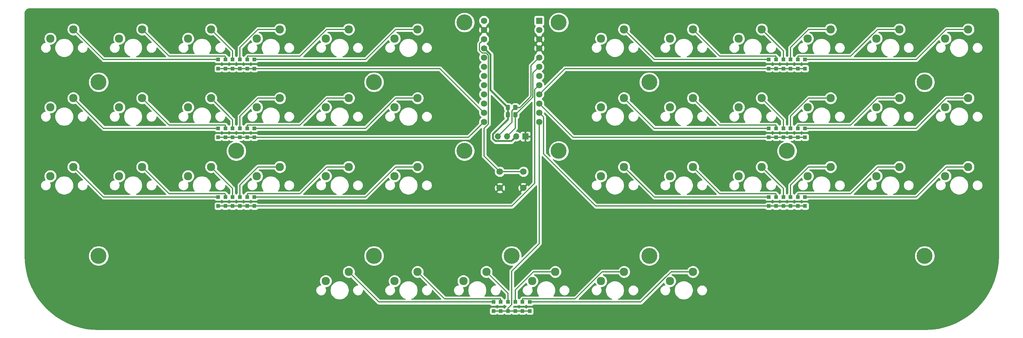
<source format=gbl>
G04 #@! TF.GenerationSoftware,KiCad,Pcbnew,(5.1.4)-1*
G04 #@! TF.CreationDate,2021-07-31T15:59:11-04:00*
G04 #@! TF.ProjectId,horizon,686f7269-7a6f-46e2-9e6b-696361645f70,rev?*
G04 #@! TF.SameCoordinates,Original*
G04 #@! TF.FileFunction,Copper,L2,Bot*
G04 #@! TF.FilePolarity,Positive*
%FSLAX46Y46*%
G04 Gerber Fmt 4.6, Leading zero omitted, Abs format (unit mm)*
G04 Created by KiCad (PCBNEW (5.1.4)-1) date 2021-07-31 15:59:11*
%MOMM*%
%LPD*%
G04 APERTURE LIST*
%ADD10C,1.752600*%
%ADD11R,1.752600X1.752600*%
%ADD12O,1.700000X1.700000*%
%ADD13R,1.700000X1.700000*%
%ADD14C,0.700000*%
%ADD15C,4.400000*%
%ADD16C,1.800000*%
%ADD17C,0.100000*%
%ADD18C,1.150000*%
%ADD19C,2.298600*%
%ADD20R,1.000000X1.000000*%
%ADD21C,0.300000*%
%ADD22C,0.500000*%
%ADD23C,0.250000*%
G04 APERTURE END LIST*
D10*
X201380000Y-97030000D03*
X216620000Y-124970000D03*
X201380000Y-99570000D03*
X201380000Y-102110000D03*
X201380000Y-104650000D03*
X201380000Y-107190000D03*
X201380000Y-109730000D03*
X201380000Y-112270000D03*
X201380000Y-114810000D03*
X201380000Y-117350000D03*
X201380000Y-119890000D03*
X201380000Y-122430000D03*
X201380000Y-124970000D03*
X216620000Y-122430000D03*
X216620000Y-119890000D03*
X216620000Y-117350000D03*
X216620000Y-114810000D03*
X216620000Y-112270000D03*
X216620000Y-109730000D03*
X216620000Y-107190000D03*
X216620000Y-104650000D03*
X216620000Y-102110000D03*
X216620000Y-99570000D03*
D11*
X216620000Y-97030000D03*
D12*
X205190000Y-129000000D03*
X207730000Y-129000000D03*
X210270000Y-129000000D03*
D13*
X212810000Y-129000000D03*
D14*
X210166726Y-160833274D03*
X209000000Y-160350000D03*
X207833274Y-160833274D03*
X207350000Y-162000000D03*
X207833274Y-163166726D03*
X209000000Y-163650000D03*
X210166726Y-163166726D03*
X210650000Y-162000000D03*
D15*
X209000000Y-162000000D03*
D14*
X248166726Y-160833274D03*
X247000000Y-160350000D03*
X245833274Y-160833274D03*
X245350000Y-162000000D03*
X245833274Y-163166726D03*
X247000000Y-163650000D03*
X248166726Y-163166726D03*
X248650000Y-162000000D03*
D15*
X247000000Y-162000000D03*
D14*
X172166726Y-112833274D03*
X171000000Y-112350000D03*
X169833274Y-112833274D03*
X169350000Y-114000000D03*
X169833274Y-115166726D03*
X171000000Y-115650000D03*
X172166726Y-115166726D03*
X172650000Y-114000000D03*
D15*
X171000000Y-114000000D03*
D14*
X172166726Y-160833274D03*
X171000000Y-160350000D03*
X169833274Y-160833274D03*
X169350000Y-162000000D03*
X169833274Y-163166726D03*
X171000000Y-163650000D03*
X172166726Y-163166726D03*
X172650000Y-162000000D03*
D15*
X171000000Y-162000000D03*
D14*
X286166726Y-131833274D03*
X285000000Y-131350000D03*
X283833274Y-131833274D03*
X283350000Y-133000000D03*
X283833274Y-134166726D03*
X285000000Y-134650000D03*
X286166726Y-134166726D03*
X286650000Y-133000000D03*
D15*
X285000000Y-133000000D03*
D14*
X324166726Y-160833274D03*
X323000000Y-160350000D03*
X321833274Y-160833274D03*
X321350000Y-162000000D03*
X321833274Y-163166726D03*
X323000000Y-163650000D03*
X324166726Y-163166726D03*
X324650000Y-162000000D03*
D15*
X323000000Y-162000000D03*
D16*
X212250000Y-138750000D03*
X212250000Y-143250000D03*
X205750000Y-138750000D03*
X205750000Y-143250000D03*
D17*
G36*
X210374505Y-122301204D02*
G01*
X210398773Y-122304804D01*
X210422572Y-122310765D01*
X210445671Y-122319030D01*
X210467850Y-122329520D01*
X210488893Y-122342132D01*
X210508599Y-122356747D01*
X210526777Y-122373223D01*
X210543253Y-122391401D01*
X210557868Y-122411107D01*
X210570480Y-122432150D01*
X210580970Y-122454329D01*
X210589235Y-122477428D01*
X210595196Y-122501227D01*
X210598796Y-122525495D01*
X210600000Y-122549999D01*
X210600000Y-123450001D01*
X210598796Y-123474505D01*
X210595196Y-123498773D01*
X210589235Y-123522572D01*
X210580970Y-123545671D01*
X210570480Y-123567850D01*
X210557868Y-123588893D01*
X210543253Y-123608599D01*
X210526777Y-123626777D01*
X210508599Y-123643253D01*
X210488893Y-123657868D01*
X210467850Y-123670480D01*
X210445671Y-123680970D01*
X210422572Y-123689235D01*
X210398773Y-123695196D01*
X210374505Y-123698796D01*
X210350001Y-123700000D01*
X209699999Y-123700000D01*
X209675495Y-123698796D01*
X209651227Y-123695196D01*
X209627428Y-123689235D01*
X209604329Y-123680970D01*
X209582150Y-123670480D01*
X209561107Y-123657868D01*
X209541401Y-123643253D01*
X209523223Y-123626777D01*
X209506747Y-123608599D01*
X209492132Y-123588893D01*
X209479520Y-123567850D01*
X209469030Y-123545671D01*
X209460765Y-123522572D01*
X209454804Y-123498773D01*
X209451204Y-123474505D01*
X209450000Y-123450001D01*
X209450000Y-122549999D01*
X209451204Y-122525495D01*
X209454804Y-122501227D01*
X209460765Y-122477428D01*
X209469030Y-122454329D01*
X209479520Y-122432150D01*
X209492132Y-122411107D01*
X209506747Y-122391401D01*
X209523223Y-122373223D01*
X209541401Y-122356747D01*
X209561107Y-122342132D01*
X209582150Y-122329520D01*
X209604329Y-122319030D01*
X209627428Y-122310765D01*
X209651227Y-122304804D01*
X209675495Y-122301204D01*
X209699999Y-122300000D01*
X210350001Y-122300000D01*
X210374505Y-122301204D01*
X210374505Y-122301204D01*
G37*
D18*
X210025000Y-123000000D03*
D17*
G36*
X208324505Y-122301204D02*
G01*
X208348773Y-122304804D01*
X208372572Y-122310765D01*
X208395671Y-122319030D01*
X208417850Y-122329520D01*
X208438893Y-122342132D01*
X208458599Y-122356747D01*
X208476777Y-122373223D01*
X208493253Y-122391401D01*
X208507868Y-122411107D01*
X208520480Y-122432150D01*
X208530970Y-122454329D01*
X208539235Y-122477428D01*
X208545196Y-122501227D01*
X208548796Y-122525495D01*
X208550000Y-122549999D01*
X208550000Y-123450001D01*
X208548796Y-123474505D01*
X208545196Y-123498773D01*
X208539235Y-123522572D01*
X208530970Y-123545671D01*
X208520480Y-123567850D01*
X208507868Y-123588893D01*
X208493253Y-123608599D01*
X208476777Y-123626777D01*
X208458599Y-123643253D01*
X208438893Y-123657868D01*
X208417850Y-123670480D01*
X208395671Y-123680970D01*
X208372572Y-123689235D01*
X208348773Y-123695196D01*
X208324505Y-123698796D01*
X208300001Y-123700000D01*
X207649999Y-123700000D01*
X207625495Y-123698796D01*
X207601227Y-123695196D01*
X207577428Y-123689235D01*
X207554329Y-123680970D01*
X207532150Y-123670480D01*
X207511107Y-123657868D01*
X207491401Y-123643253D01*
X207473223Y-123626777D01*
X207456747Y-123608599D01*
X207442132Y-123588893D01*
X207429520Y-123567850D01*
X207419030Y-123545671D01*
X207410765Y-123522572D01*
X207404804Y-123498773D01*
X207401204Y-123474505D01*
X207400000Y-123450001D01*
X207400000Y-122549999D01*
X207401204Y-122525495D01*
X207404804Y-122501227D01*
X207410765Y-122477428D01*
X207419030Y-122454329D01*
X207429520Y-122432150D01*
X207442132Y-122411107D01*
X207456747Y-122391401D01*
X207473223Y-122373223D01*
X207491401Y-122356747D01*
X207511107Y-122342132D01*
X207532150Y-122329520D01*
X207554329Y-122319030D01*
X207577428Y-122310765D01*
X207601227Y-122304804D01*
X207625495Y-122301204D01*
X207649999Y-122300000D01*
X208300001Y-122300000D01*
X208324505Y-122301204D01*
X208324505Y-122301204D01*
G37*
D18*
X207975000Y-123000000D03*
D17*
G36*
X210374505Y-120301204D02*
G01*
X210398773Y-120304804D01*
X210422572Y-120310765D01*
X210445671Y-120319030D01*
X210467850Y-120329520D01*
X210488893Y-120342132D01*
X210508599Y-120356747D01*
X210526777Y-120373223D01*
X210543253Y-120391401D01*
X210557868Y-120411107D01*
X210570480Y-120432150D01*
X210580970Y-120454329D01*
X210589235Y-120477428D01*
X210595196Y-120501227D01*
X210598796Y-120525495D01*
X210600000Y-120549999D01*
X210600000Y-121450001D01*
X210598796Y-121474505D01*
X210595196Y-121498773D01*
X210589235Y-121522572D01*
X210580970Y-121545671D01*
X210570480Y-121567850D01*
X210557868Y-121588893D01*
X210543253Y-121608599D01*
X210526777Y-121626777D01*
X210508599Y-121643253D01*
X210488893Y-121657868D01*
X210467850Y-121670480D01*
X210445671Y-121680970D01*
X210422572Y-121689235D01*
X210398773Y-121695196D01*
X210374505Y-121698796D01*
X210350001Y-121700000D01*
X209699999Y-121700000D01*
X209675495Y-121698796D01*
X209651227Y-121695196D01*
X209627428Y-121689235D01*
X209604329Y-121680970D01*
X209582150Y-121670480D01*
X209561107Y-121657868D01*
X209541401Y-121643253D01*
X209523223Y-121626777D01*
X209506747Y-121608599D01*
X209492132Y-121588893D01*
X209479520Y-121567850D01*
X209469030Y-121545671D01*
X209460765Y-121522572D01*
X209454804Y-121498773D01*
X209451204Y-121474505D01*
X209450000Y-121450001D01*
X209450000Y-120549999D01*
X209451204Y-120525495D01*
X209454804Y-120501227D01*
X209460765Y-120477428D01*
X209469030Y-120454329D01*
X209479520Y-120432150D01*
X209492132Y-120411107D01*
X209506747Y-120391401D01*
X209523223Y-120373223D01*
X209541401Y-120356747D01*
X209561107Y-120342132D01*
X209582150Y-120329520D01*
X209604329Y-120319030D01*
X209627428Y-120310765D01*
X209651227Y-120304804D01*
X209675495Y-120301204D01*
X209699999Y-120300000D01*
X210350001Y-120300000D01*
X210374505Y-120301204D01*
X210374505Y-120301204D01*
G37*
D18*
X210025000Y-121000000D03*
D17*
G36*
X208324505Y-120301204D02*
G01*
X208348773Y-120304804D01*
X208372572Y-120310765D01*
X208395671Y-120319030D01*
X208417850Y-120329520D01*
X208438893Y-120342132D01*
X208458599Y-120356747D01*
X208476777Y-120373223D01*
X208493253Y-120391401D01*
X208507868Y-120411107D01*
X208520480Y-120432150D01*
X208530970Y-120454329D01*
X208539235Y-120477428D01*
X208545196Y-120501227D01*
X208548796Y-120525495D01*
X208550000Y-120549999D01*
X208550000Y-121450001D01*
X208548796Y-121474505D01*
X208545196Y-121498773D01*
X208539235Y-121522572D01*
X208530970Y-121545671D01*
X208520480Y-121567850D01*
X208507868Y-121588893D01*
X208493253Y-121608599D01*
X208476777Y-121626777D01*
X208458599Y-121643253D01*
X208438893Y-121657868D01*
X208417850Y-121670480D01*
X208395671Y-121680970D01*
X208372572Y-121689235D01*
X208348773Y-121695196D01*
X208324505Y-121698796D01*
X208300001Y-121700000D01*
X207649999Y-121700000D01*
X207625495Y-121698796D01*
X207601227Y-121695196D01*
X207577428Y-121689235D01*
X207554329Y-121680970D01*
X207532150Y-121670480D01*
X207511107Y-121657868D01*
X207491401Y-121643253D01*
X207473223Y-121626777D01*
X207456747Y-121608599D01*
X207442132Y-121588893D01*
X207429520Y-121567850D01*
X207419030Y-121545671D01*
X207410765Y-121522572D01*
X207404804Y-121498773D01*
X207401204Y-121474505D01*
X207400000Y-121450001D01*
X207400000Y-120549999D01*
X207401204Y-120525495D01*
X207404804Y-120501227D01*
X207410765Y-120477428D01*
X207419030Y-120454329D01*
X207429520Y-120432150D01*
X207442132Y-120411107D01*
X207456747Y-120391401D01*
X207473223Y-120373223D01*
X207491401Y-120356747D01*
X207511107Y-120342132D01*
X207532150Y-120329520D01*
X207554329Y-120319030D01*
X207577428Y-120310765D01*
X207601227Y-120304804D01*
X207625495Y-120301204D01*
X207649999Y-120300000D01*
X208300001Y-120300000D01*
X208324505Y-120301204D01*
X208324505Y-120301204D01*
G37*
D18*
X207975000Y-121000000D03*
D14*
X223166726Y-131833274D03*
X222000000Y-131350000D03*
X220833274Y-131833274D03*
X220350000Y-133000000D03*
X220833274Y-134166726D03*
X222000000Y-134650000D03*
X223166726Y-134166726D03*
X223650000Y-133000000D03*
D15*
X222000000Y-133000000D03*
D14*
X223166726Y-96333274D03*
X222000000Y-95850000D03*
X220833274Y-96333274D03*
X220350000Y-97500000D03*
X220833274Y-98666726D03*
X222000000Y-99150000D03*
X223166726Y-98666726D03*
X223650000Y-97500000D03*
D15*
X222000000Y-97500000D03*
D14*
X197166726Y-131833274D03*
X196000000Y-131350000D03*
X194833274Y-131833274D03*
X194350000Y-133000000D03*
X194833274Y-134166726D03*
X196000000Y-134650000D03*
X197166726Y-134166726D03*
X197650000Y-133000000D03*
D15*
X196000000Y-133000000D03*
D14*
X197166726Y-96333274D03*
X196000000Y-95850000D03*
X194833274Y-96333274D03*
X194350000Y-97500000D03*
X194833274Y-98666726D03*
X196000000Y-99150000D03*
X197166726Y-98666726D03*
X197650000Y-97500000D03*
D15*
X196000000Y-97500000D03*
D14*
X96166726Y-160833274D03*
X95000000Y-160350000D03*
X93833274Y-160833274D03*
X93350000Y-162000000D03*
X93833274Y-163166726D03*
X95000000Y-163650000D03*
X96166726Y-163166726D03*
X96650000Y-162000000D03*
D15*
X95000000Y-162000000D03*
D19*
X176690000Y-101960000D03*
X183040000Y-99420000D03*
X252690000Y-168960000D03*
X259040000Y-166420000D03*
X233690000Y-168960000D03*
X240040000Y-166420000D03*
X214690000Y-168960000D03*
X221040000Y-166420000D03*
X195690000Y-168960000D03*
X202040000Y-166420000D03*
X176690000Y-168960000D03*
X183040000Y-166420000D03*
X157690000Y-168960000D03*
X164040000Y-166420000D03*
X328690000Y-139960000D03*
X335040000Y-137420000D03*
X309690000Y-139960000D03*
X316040000Y-137420000D03*
X290690000Y-139960000D03*
X297040000Y-137420000D03*
X271690000Y-139960000D03*
X278040000Y-137420000D03*
X252690000Y-139960000D03*
X259040000Y-137420000D03*
X233690000Y-139960000D03*
X240040000Y-137420000D03*
X328690000Y-120960000D03*
X335040000Y-118420000D03*
X309690000Y-120960000D03*
X316040000Y-118420000D03*
X290690000Y-120960000D03*
X297040000Y-118420000D03*
X271690000Y-120960000D03*
X278040000Y-118420000D03*
X252690000Y-120960000D03*
X259040000Y-118420000D03*
X233690000Y-120960000D03*
X240040000Y-118420000D03*
X328690000Y-101960000D03*
X335040000Y-99420000D03*
X309690000Y-101960000D03*
X316040000Y-99420000D03*
X290690000Y-101960000D03*
X297040000Y-99420000D03*
X271690000Y-101960000D03*
X278040000Y-99420000D03*
X252690000Y-101960000D03*
X259040000Y-99420000D03*
X233690000Y-101960000D03*
X240040000Y-99420000D03*
X176690000Y-139960000D03*
X183040000Y-137420000D03*
X157690000Y-139960000D03*
X164040000Y-137420000D03*
X138690000Y-139960000D03*
X145040000Y-137420000D03*
X119690000Y-139960000D03*
X126040000Y-137420000D03*
X100690000Y-139960000D03*
X107040000Y-137420000D03*
X81690000Y-139960000D03*
X88040000Y-137420000D03*
X176690000Y-120960000D03*
X183040000Y-118420000D03*
X157690000Y-120960000D03*
X164040000Y-118420000D03*
X138690000Y-120960000D03*
X145040000Y-118420000D03*
X119690000Y-120960000D03*
X126040000Y-118420000D03*
X100690000Y-120960000D03*
X107040000Y-118420000D03*
X81690000Y-120960000D03*
X88040000Y-118420000D03*
X157690000Y-101960000D03*
X164040000Y-99420000D03*
X138690000Y-101960000D03*
X145040000Y-99420000D03*
X119690000Y-101960000D03*
X126040000Y-99420000D03*
X100690000Y-101960000D03*
X107040000Y-99420000D03*
X81690000Y-101960000D03*
X88040000Y-99420000D03*
D14*
X324166726Y-112833274D03*
X323000000Y-112350000D03*
X321833274Y-112833274D03*
X321350000Y-114000000D03*
X321833274Y-115166726D03*
X323000000Y-115650000D03*
X324166726Y-115166726D03*
X324650000Y-114000000D03*
D15*
X323000000Y-114000000D03*
D14*
X248166726Y-112833274D03*
X247000000Y-112350000D03*
X245833274Y-112833274D03*
X245350000Y-114000000D03*
X245833274Y-115166726D03*
X247000000Y-115650000D03*
X248166726Y-115166726D03*
X248650000Y-114000000D03*
D15*
X247000000Y-114000000D03*
D14*
X134166726Y-131833274D03*
X133000000Y-131350000D03*
X131833274Y-131833274D03*
X131350000Y-133000000D03*
X131833274Y-134166726D03*
X133000000Y-134650000D03*
X134166726Y-134166726D03*
X134650000Y-133000000D03*
D15*
X133000000Y-133000000D03*
D14*
X96166726Y-112833274D03*
X95000000Y-112350000D03*
X93833274Y-112833274D03*
X93350000Y-114000000D03*
X93833274Y-115166726D03*
X95000000Y-115650000D03*
X96166726Y-115166726D03*
X96650000Y-114000000D03*
D15*
X95000000Y-114000000D03*
D20*
X128000000Y-107750000D03*
X128000000Y-110250000D03*
X130000000Y-107750000D03*
X130000000Y-110250000D03*
X132000000Y-107750000D03*
X132000000Y-110250000D03*
X134000000Y-107750000D03*
X134000000Y-110250000D03*
X136000000Y-107750000D03*
X136000000Y-110250000D03*
X138000000Y-107750000D03*
X138000000Y-110250000D03*
X128000000Y-126750000D03*
X128000000Y-129250000D03*
X130000000Y-126750000D03*
X130000000Y-129250000D03*
X132000000Y-126750000D03*
X132000000Y-129250000D03*
X134000000Y-126750000D03*
X134000000Y-129250000D03*
X136000000Y-126750000D03*
X136000000Y-129250000D03*
X138000000Y-126750000D03*
X138000000Y-129250000D03*
X128000000Y-145750000D03*
X128000000Y-148250000D03*
X130000000Y-145750000D03*
X130000000Y-148250000D03*
X132000000Y-145750000D03*
X132000000Y-148250000D03*
X134000000Y-145750000D03*
X134000000Y-148250000D03*
X136000000Y-145750000D03*
X136000000Y-148250000D03*
X138000000Y-145750000D03*
X138000000Y-148250000D03*
X280000000Y-107750000D03*
X280000000Y-110250000D03*
X282000000Y-107750000D03*
X282000000Y-110250000D03*
X284000000Y-107750000D03*
X284000000Y-110250000D03*
X286000000Y-107750000D03*
X286000000Y-110250000D03*
X288000000Y-107750000D03*
X288000000Y-110250000D03*
X290000000Y-107750000D03*
X290000000Y-110250000D03*
X280000000Y-126750000D03*
X280000000Y-129250000D03*
X282000000Y-126750000D03*
X282000000Y-129250000D03*
X284000000Y-126750000D03*
X284000000Y-129250000D03*
X286000000Y-126750000D03*
X286000000Y-129250000D03*
X288000000Y-126750000D03*
X288000000Y-129250000D03*
X290000000Y-126750000D03*
X290000000Y-129250000D03*
X280000000Y-145750000D03*
X280000000Y-148250000D03*
X282000000Y-145750000D03*
X282000000Y-148250000D03*
X284000000Y-145750000D03*
X284000000Y-148250000D03*
X286000000Y-145750000D03*
X286000000Y-148250000D03*
X288000000Y-145750000D03*
X288000000Y-148250000D03*
X290000000Y-145750000D03*
X290000000Y-148250000D03*
X204000000Y-174750000D03*
X204000000Y-177250000D03*
X206000000Y-174750000D03*
X206000000Y-177250000D03*
X208000000Y-174750000D03*
X208000000Y-177250000D03*
X210000000Y-174750000D03*
X210000000Y-177250000D03*
X212000000Y-174750000D03*
X212000000Y-177250000D03*
X214000000Y-174750000D03*
X214000000Y-177250000D03*
D21*
X96370000Y-107750000D02*
X88040000Y-99420000D01*
X128000000Y-107750000D02*
X96370000Y-107750000D01*
X138000000Y-110250000D02*
X128000000Y-110250000D01*
X189200000Y-110250000D02*
X201380000Y-122430000D01*
X138000000Y-110250000D02*
X189200000Y-110250000D01*
X108189299Y-100569299D02*
X107040000Y-99420000D01*
X114463901Y-106843901D02*
X108189299Y-100569299D01*
X129893901Y-106843901D02*
X114463901Y-106843901D01*
X130000000Y-106950000D02*
X129893901Y-106843901D01*
X130000000Y-107750000D02*
X130000000Y-106950000D01*
X132000000Y-105380000D02*
X126040000Y-99420000D01*
X132000000Y-107750000D02*
X132000000Y-105380000D01*
X143414645Y-99420000D02*
X145040000Y-99420000D01*
X139011034Y-99420000D02*
X143414645Y-99420000D01*
X134000000Y-104431034D02*
X139011034Y-99420000D01*
X134000000Y-107750000D02*
X134000000Y-104431034D01*
X162414645Y-99420000D02*
X164040000Y-99420000D01*
X158011034Y-99420000D02*
X162414645Y-99420000D01*
X150587133Y-106843901D02*
X158011034Y-99420000D01*
X136106099Y-106843901D02*
X150587133Y-106843901D01*
X136000000Y-106950000D02*
X136106099Y-106843901D01*
X136000000Y-107750000D02*
X136000000Y-106950000D01*
X181414645Y-99420000D02*
X183040000Y-99420000D01*
X177011034Y-99420000D02*
X181414645Y-99420000D01*
X168681034Y-107750000D02*
X177011034Y-99420000D01*
X138000000Y-107750000D02*
X168681034Y-107750000D01*
X128000000Y-126750000D02*
X96370000Y-126750000D01*
X96370000Y-126750000D02*
X88040000Y-118420000D01*
X138000000Y-129250000D02*
X128000000Y-129250000D01*
X197100000Y-129250000D02*
X201380000Y-124970000D01*
X138000000Y-129250000D02*
X197100000Y-129250000D01*
X114463901Y-125843901D02*
X108189299Y-119569299D01*
X130000000Y-126750000D02*
X130000000Y-125950000D01*
X108189299Y-119569299D02*
X107040000Y-118420000D01*
X129893901Y-125843901D02*
X114463901Y-125843901D01*
X130000000Y-125950000D02*
X129893901Y-125843901D01*
X132000000Y-126750000D02*
X132000000Y-124380000D01*
X132000000Y-124380000D02*
X126040000Y-118420000D01*
X134000000Y-123431034D02*
X139011034Y-118420000D01*
X134000000Y-126750000D02*
X134000000Y-123431034D01*
X143414645Y-118420000D02*
X145040000Y-118420000D01*
X139011034Y-118420000D02*
X143414645Y-118420000D01*
X136106099Y-125843901D02*
X150587133Y-125843901D01*
X136000000Y-125950000D02*
X136106099Y-125843901D01*
X150587133Y-125843901D02*
X158011034Y-118420000D01*
X162414645Y-118420000D02*
X164040000Y-118420000D01*
X158011034Y-118420000D02*
X162414645Y-118420000D01*
X136000000Y-126750000D02*
X136000000Y-125950000D01*
X168681034Y-126750000D02*
X177011034Y-118420000D01*
X138000000Y-126750000D02*
X168681034Y-126750000D01*
X181414645Y-118420000D02*
X183040000Y-118420000D01*
X177011034Y-118420000D02*
X181414645Y-118420000D01*
X128000000Y-145750000D02*
X96370000Y-145750000D01*
X96370000Y-145750000D02*
X88040000Y-137420000D01*
X138000000Y-148250000D02*
X128000000Y-148250000D01*
X215743701Y-115686299D02*
X216620000Y-114810000D01*
X215393699Y-116036301D02*
X215743701Y-115686299D01*
X215393699Y-141956303D02*
X215393699Y-116036301D01*
X209100002Y-148250000D02*
X215393699Y-141956303D01*
X138000000Y-148250000D02*
X209100002Y-148250000D01*
X114463901Y-144843901D02*
X108189299Y-138569299D01*
X130000000Y-145750000D02*
X130000000Y-144950000D01*
X108189299Y-138569299D02*
X107040000Y-137420000D01*
X129893901Y-144843901D02*
X114463901Y-144843901D01*
X130000000Y-144950000D02*
X129893901Y-144843901D01*
X132000000Y-145750000D02*
X132000000Y-143380000D01*
X132000000Y-143380000D02*
X126040000Y-137420000D01*
X134000000Y-142431034D02*
X139011034Y-137420000D01*
X134000000Y-145750000D02*
X134000000Y-142431034D01*
X143414645Y-137420000D02*
X145040000Y-137420000D01*
X139011034Y-137420000D02*
X143414645Y-137420000D01*
X136106099Y-144843901D02*
X150587133Y-144843901D01*
X136000000Y-144950000D02*
X136106099Y-144843901D01*
X150587133Y-144843901D02*
X158011034Y-137420000D01*
X162414645Y-137420000D02*
X164040000Y-137420000D01*
X158011034Y-137420000D02*
X162414645Y-137420000D01*
X136000000Y-145750000D02*
X136000000Y-144950000D01*
X168681034Y-145750000D02*
X177011034Y-137420000D01*
X138000000Y-145750000D02*
X168681034Y-145750000D01*
X181414645Y-137420000D02*
X183040000Y-137420000D01*
X177011034Y-137420000D02*
X181414645Y-137420000D01*
X280000000Y-107750000D02*
X248370000Y-107750000D01*
X248370000Y-107750000D02*
X240040000Y-99420000D01*
X290000000Y-110250000D02*
X280000000Y-110250000D01*
X223720000Y-110250000D02*
X216620000Y-117350000D01*
X280000000Y-110250000D02*
X223720000Y-110250000D01*
X266463901Y-106843901D02*
X260189299Y-100569299D01*
X282000000Y-107750000D02*
X282000000Y-106950000D01*
X260189299Y-100569299D02*
X259040000Y-99420000D01*
X281893901Y-106843901D02*
X266463901Y-106843901D01*
X282000000Y-106950000D02*
X281893901Y-106843901D01*
X284000000Y-107750000D02*
X284000000Y-105380000D01*
X284000000Y-105380000D02*
X278040000Y-99420000D01*
X286000000Y-104431034D02*
X291011034Y-99420000D01*
X286000000Y-107750000D02*
X286000000Y-104431034D01*
X295414645Y-99420000D02*
X297040000Y-99420000D01*
X291011034Y-99420000D02*
X295414645Y-99420000D01*
X288106099Y-106843901D02*
X302587133Y-106843901D01*
X288000000Y-106950000D02*
X288106099Y-106843901D01*
X302587133Y-106843901D02*
X310011034Y-99420000D01*
X314414645Y-99420000D02*
X316040000Y-99420000D01*
X310011034Y-99420000D02*
X314414645Y-99420000D01*
X288000000Y-107750000D02*
X288000000Y-106950000D01*
X320681034Y-107750000D02*
X329011034Y-99420000D01*
X290000000Y-107750000D02*
X320681034Y-107750000D01*
X333414645Y-99420000D02*
X335040000Y-99420000D01*
X329011034Y-99420000D02*
X333414645Y-99420000D01*
X280000000Y-126750000D02*
X248370000Y-126750000D01*
X248370000Y-126750000D02*
X240040000Y-118420000D01*
X290000000Y-129250000D02*
X280000000Y-129250000D01*
X225980000Y-129250000D02*
X216620000Y-119890000D01*
X280000000Y-129250000D02*
X225980000Y-129250000D01*
X266463901Y-125843901D02*
X260189299Y-119569299D01*
X282000000Y-126750000D02*
X282000000Y-125950000D01*
X260189299Y-119569299D02*
X259040000Y-118420000D01*
X281893901Y-125843901D02*
X266463901Y-125843901D01*
X282000000Y-125950000D02*
X281893901Y-125843901D01*
X284000000Y-126750000D02*
X284000000Y-124380000D01*
X284000000Y-124380000D02*
X278040000Y-118420000D01*
X286000000Y-123431034D02*
X291011034Y-118420000D01*
X286000000Y-126750000D02*
X286000000Y-123431034D01*
X295414645Y-118420000D02*
X297040000Y-118420000D01*
X291011034Y-118420000D02*
X295414645Y-118420000D01*
X288106099Y-125843901D02*
X302587133Y-125843901D01*
X288000000Y-125950000D02*
X288106099Y-125843901D01*
X302587133Y-125843901D02*
X310011034Y-118420000D01*
X314414645Y-118420000D02*
X316040000Y-118420000D01*
X310011034Y-118420000D02*
X314414645Y-118420000D01*
X288000000Y-126750000D02*
X288000000Y-125950000D01*
X320681034Y-126750000D02*
X329011034Y-118420000D01*
X290000000Y-126750000D02*
X320681034Y-126750000D01*
X333414645Y-118420000D02*
X335040000Y-118420000D01*
X329011034Y-118420000D02*
X333414645Y-118420000D01*
X280000000Y-145750000D02*
X248370000Y-145750000D01*
X248370000Y-145750000D02*
X240040000Y-137420000D01*
X290000000Y-148250000D02*
X280000000Y-148250000D01*
X236392666Y-148250000D02*
X280000000Y-148250000D01*
X232250000Y-148250000D02*
X236392666Y-148250000D01*
X217846301Y-133846301D02*
X232250000Y-148250000D01*
X216620000Y-122430000D02*
X217846301Y-123656301D01*
X217846301Y-123656301D02*
X217846301Y-133846301D01*
X266463901Y-144843901D02*
X260189299Y-138569299D01*
X282000000Y-145750000D02*
X282000000Y-144950000D01*
X260189299Y-138569299D02*
X259040000Y-137420000D01*
X281893901Y-144843901D02*
X266463901Y-144843901D01*
X282000000Y-144950000D02*
X281893901Y-144843901D01*
X284000000Y-145750000D02*
X284000000Y-143380000D01*
X284000000Y-143380000D02*
X278040000Y-137420000D01*
X286000000Y-142431034D02*
X291011034Y-137420000D01*
X286000000Y-145750000D02*
X286000000Y-142431034D01*
X295414645Y-137420000D02*
X297040000Y-137420000D01*
X291011034Y-137420000D02*
X295414645Y-137420000D01*
X288106099Y-144843901D02*
X302587133Y-144843901D01*
X288000000Y-144950000D02*
X288106099Y-144843901D01*
X302587133Y-144843901D02*
X310011034Y-137420000D01*
X314414645Y-137420000D02*
X316040000Y-137420000D01*
X310011034Y-137420000D02*
X314414645Y-137420000D01*
X288000000Y-145750000D02*
X288000000Y-144950000D01*
X320681034Y-145750000D02*
X329011034Y-137420000D01*
X290000000Y-145750000D02*
X320681034Y-145750000D01*
X333414645Y-137420000D02*
X335040000Y-137420000D01*
X329011034Y-137420000D02*
X333414645Y-137420000D01*
X204000000Y-174750000D02*
X172370000Y-174750000D01*
X172370000Y-174750000D02*
X164040000Y-166420000D01*
X214000000Y-177250000D02*
X204000000Y-177250000D01*
X216620000Y-124970000D02*
X216620000Y-158580000D01*
X216620000Y-158580000D02*
X209000000Y-166200000D01*
X208000000Y-176450000D02*
X208000000Y-177250000D01*
X209000000Y-175450000D02*
X208000000Y-176450000D01*
X209000000Y-166200000D02*
X209000000Y-175450000D01*
X190463901Y-173843901D02*
X184189299Y-167569299D01*
X206000000Y-174750000D02*
X206000000Y-173950000D01*
X184189299Y-167569299D02*
X183040000Y-166420000D01*
X205893901Y-173843901D02*
X190463901Y-173843901D01*
X206000000Y-173950000D02*
X205893901Y-173843901D01*
X208000000Y-174750000D02*
X208000000Y-172380000D01*
X208000000Y-172380000D02*
X202040000Y-166420000D01*
X210000000Y-171431034D02*
X215011034Y-166420000D01*
X210000000Y-174750000D02*
X210000000Y-171431034D01*
X219414645Y-166420000D02*
X221040000Y-166420000D01*
X215011034Y-166420000D02*
X219414645Y-166420000D01*
X212106099Y-173843901D02*
X226587133Y-173843901D01*
X212000000Y-173950000D02*
X212106099Y-173843901D01*
X226587133Y-173843901D02*
X234011034Y-166420000D01*
X238414645Y-166420000D02*
X240040000Y-166420000D01*
X234011034Y-166420000D02*
X238414645Y-166420000D01*
X212000000Y-174750000D02*
X212000000Y-173950000D01*
X244681034Y-174750000D02*
X253011034Y-166420000D01*
X214000000Y-174750000D02*
X244681034Y-174750000D01*
X257414645Y-166420000D02*
X259040000Y-166420000D01*
X253011034Y-166420000D02*
X257414645Y-166420000D01*
X212250000Y-138750000D02*
X205750000Y-138750000D01*
X201400000Y-134400000D02*
X205750000Y-138750000D01*
X202606301Y-125593699D02*
X201400000Y-126800000D01*
X200153699Y-103336301D02*
X200153699Y-105238625D01*
X201380000Y-102110000D02*
X200153699Y-103336301D01*
X200153699Y-105238625D02*
X200878773Y-105963699D01*
X200878773Y-105963699D02*
X201968625Y-105963699D01*
X201968625Y-105963699D02*
X202606301Y-106601375D01*
X201400000Y-126800000D02*
X201400000Y-134400000D01*
X202606301Y-106601375D02*
X202606301Y-125593699D01*
D22*
X201503468Y-104650000D02*
X203206311Y-106352843D01*
X201380000Y-104650000D02*
X201503468Y-104650000D01*
X203206311Y-116231311D02*
X207975000Y-121000000D01*
X203206311Y-106352843D02*
X203206311Y-116231311D01*
X207975000Y-121000000D02*
X207975000Y-123000000D01*
X209420001Y-129849999D02*
X210270000Y-129000000D01*
X208969999Y-130300001D02*
X209420001Y-129849999D01*
X204565999Y-130300001D02*
X208969999Y-130300001D01*
X203889999Y-129624001D02*
X204565999Y-130300001D01*
X203889999Y-128375999D02*
X203889999Y-129624001D01*
X207975000Y-124290998D02*
X203889999Y-128375999D01*
X207975000Y-123000000D02*
X207975000Y-124290998D01*
D21*
X215743701Y-110606299D02*
X216620000Y-109730000D01*
X214893689Y-111456311D02*
X215743701Y-110606299D01*
X214893689Y-118131311D02*
X214893689Y-111456311D01*
X210025000Y-123000000D02*
X214893689Y-118131311D01*
X210025000Y-126705000D02*
X210025000Y-123000000D01*
X207730000Y-129000000D02*
X210025000Y-126705000D01*
X210025000Y-121000000D02*
X211317880Y-121000000D01*
X215743701Y-108066299D02*
X216620000Y-107190000D01*
X214393679Y-109416321D02*
X215743701Y-108066299D01*
X214393679Y-117924201D02*
X214393679Y-109416321D01*
X211317880Y-121000000D02*
X214393679Y-117924201D01*
X209401628Y-121623372D02*
X210025000Y-121000000D01*
X209099990Y-121925010D02*
X209401628Y-121623372D01*
X209099990Y-125090010D02*
X209099990Y-121925010D01*
X205190000Y-129000000D02*
X209099990Y-125090010D01*
D23*
G36*
X342261611Y-93678769D02*
G01*
X342513258Y-93754745D01*
X342745353Y-93878152D01*
X342949060Y-94044292D01*
X343116616Y-94246832D01*
X343241641Y-94478062D01*
X343319373Y-94729172D01*
X343350000Y-95020567D01*
X343350001Y-161985802D01*
X343271946Y-163773563D01*
X343040228Y-165533635D01*
X342655993Y-167266803D01*
X342122163Y-168959897D01*
X341442802Y-170600020D01*
X340623078Y-172174694D01*
X339669235Y-173671928D01*
X338588528Y-175080332D01*
X337389185Y-176389185D01*
X336080332Y-177588528D01*
X334671923Y-178669238D01*
X333174686Y-179623083D01*
X331600020Y-180442802D01*
X329959897Y-181122163D01*
X328266803Y-181655993D01*
X326533635Y-182040228D01*
X324773563Y-182271946D01*
X322985825Y-182350000D01*
X95014175Y-182350000D01*
X93226437Y-182271946D01*
X91466365Y-182040228D01*
X89733197Y-181655993D01*
X88040103Y-181122163D01*
X86399980Y-180442802D01*
X84825306Y-179623078D01*
X83328072Y-178669235D01*
X81919668Y-177588528D01*
X80610815Y-176389185D01*
X79411472Y-175080332D01*
X78330762Y-173671923D01*
X77376917Y-172174686D01*
X76950027Y-171354637D01*
X154944100Y-171354637D01*
X154944100Y-171645363D01*
X155000818Y-171930504D01*
X155112075Y-172199101D01*
X155273594Y-172440831D01*
X155479169Y-172646406D01*
X155720899Y-172807925D01*
X155989496Y-172919182D01*
X156274637Y-172975900D01*
X156565363Y-172975900D01*
X156850504Y-172919182D01*
X157119101Y-172807925D01*
X157360831Y-172646406D01*
X157566406Y-172440831D01*
X157727925Y-172199101D01*
X157839182Y-171930504D01*
X157895900Y-171645363D01*
X157895900Y-171354637D01*
X157873508Y-171242061D01*
X158881100Y-171242061D01*
X158881100Y-171757939D01*
X158981743Y-172263905D01*
X159179161Y-172740514D01*
X159465767Y-173169452D01*
X159830548Y-173534233D01*
X160259486Y-173820839D01*
X160736095Y-174018257D01*
X161242061Y-174118900D01*
X161757939Y-174118900D01*
X162263905Y-174018257D01*
X162740514Y-173820839D01*
X163169452Y-173534233D01*
X163534233Y-173169452D01*
X163820839Y-172740514D01*
X164018257Y-172263905D01*
X164118900Y-171757939D01*
X164118900Y-171242061D01*
X164018257Y-170736095D01*
X163820839Y-170259486D01*
X163534233Y-169830548D01*
X163169452Y-169465767D01*
X162740514Y-169179161D01*
X162263905Y-168981743D01*
X161757939Y-168881100D01*
X161242061Y-168881100D01*
X160736095Y-168981743D01*
X160259486Y-169179161D01*
X159830548Y-169465767D01*
X159465767Y-169830548D01*
X159179161Y-170259486D01*
X158981743Y-170736095D01*
X158881100Y-171242061D01*
X157873508Y-171242061D01*
X157839182Y-171069496D01*
X157727925Y-170800899D01*
X157683425Y-170734300D01*
X157864753Y-170734300D01*
X158207544Y-170666115D01*
X158530446Y-170532364D01*
X158821050Y-170338189D01*
X159068189Y-170091050D01*
X159262364Y-169800446D01*
X159396115Y-169477544D01*
X159464300Y-169134753D01*
X159464300Y-168785247D01*
X159396115Y-168442456D01*
X159262364Y-168119554D01*
X159068189Y-167828950D01*
X158821050Y-167581811D01*
X158530446Y-167387636D01*
X158207544Y-167253885D01*
X157864753Y-167185700D01*
X157515247Y-167185700D01*
X157172456Y-167253885D01*
X156849554Y-167387636D01*
X156558950Y-167581811D01*
X156311811Y-167828950D01*
X156117636Y-168119554D01*
X155983885Y-168442456D01*
X155915700Y-168785247D01*
X155915700Y-169134753D01*
X155983885Y-169477544D01*
X156117636Y-169800446D01*
X156267963Y-170025427D01*
X155989496Y-170080818D01*
X155720899Y-170192075D01*
X155479169Y-170353594D01*
X155273594Y-170559169D01*
X155112075Y-170800899D01*
X155000818Y-171069496D01*
X154944100Y-171354637D01*
X76950027Y-171354637D01*
X76557198Y-170600020D01*
X75877837Y-168959897D01*
X75344007Y-167266803D01*
X74959772Y-165533635D01*
X74728054Y-163773563D01*
X74650000Y-161985825D01*
X74650000Y-161721762D01*
X92175000Y-161721762D01*
X92175000Y-162278238D01*
X92283563Y-162824022D01*
X92496517Y-163338139D01*
X92805679Y-163800833D01*
X93199167Y-164194321D01*
X93661861Y-164503483D01*
X94175978Y-164716437D01*
X94721762Y-164825000D01*
X95278238Y-164825000D01*
X95824022Y-164716437D01*
X96338139Y-164503483D01*
X96800833Y-164194321D01*
X97194321Y-163800833D01*
X97503483Y-163338139D01*
X97716437Y-162824022D01*
X97825000Y-162278238D01*
X97825000Y-161721762D01*
X168175000Y-161721762D01*
X168175000Y-162278238D01*
X168283563Y-162824022D01*
X168496517Y-163338139D01*
X168805679Y-163800833D01*
X169199167Y-164194321D01*
X169661861Y-164503483D01*
X170175978Y-164716437D01*
X170721762Y-164825000D01*
X171278238Y-164825000D01*
X171824022Y-164716437D01*
X172338139Y-164503483D01*
X172800833Y-164194321D01*
X173194321Y-163800833D01*
X173503483Y-163338139D01*
X173716437Y-162824022D01*
X173825000Y-162278238D01*
X173825000Y-161721762D01*
X173716437Y-161175978D01*
X173503483Y-160661861D01*
X173194321Y-160199167D01*
X172800833Y-159805679D01*
X172338139Y-159496517D01*
X171824022Y-159283563D01*
X171278238Y-159175000D01*
X170721762Y-159175000D01*
X170175978Y-159283563D01*
X169661861Y-159496517D01*
X169199167Y-159805679D01*
X168805679Y-160199167D01*
X168496517Y-160661861D01*
X168283563Y-161175978D01*
X168175000Y-161721762D01*
X97825000Y-161721762D01*
X97716437Y-161175978D01*
X97503483Y-160661861D01*
X97194321Y-160199167D01*
X96800833Y-159805679D01*
X96338139Y-159496517D01*
X95824022Y-159283563D01*
X95278238Y-159175000D01*
X94721762Y-159175000D01*
X94175978Y-159283563D01*
X93661861Y-159496517D01*
X93199167Y-159805679D01*
X92805679Y-160199167D01*
X92496517Y-160661861D01*
X92283563Y-161175978D01*
X92175000Y-161721762D01*
X74650000Y-161721762D01*
X74650000Y-142354637D01*
X78944100Y-142354637D01*
X78944100Y-142645363D01*
X79000818Y-142930504D01*
X79112075Y-143199101D01*
X79273594Y-143440831D01*
X79479169Y-143646406D01*
X79720899Y-143807925D01*
X79989496Y-143919182D01*
X80274637Y-143975900D01*
X80565363Y-143975900D01*
X80850504Y-143919182D01*
X81119101Y-143807925D01*
X81360831Y-143646406D01*
X81566406Y-143440831D01*
X81727925Y-143199101D01*
X81839182Y-142930504D01*
X81895900Y-142645363D01*
X81895900Y-142354637D01*
X81873508Y-142242061D01*
X82881100Y-142242061D01*
X82881100Y-142757939D01*
X82981743Y-143263905D01*
X83179161Y-143740514D01*
X83465767Y-144169452D01*
X83830548Y-144534233D01*
X84259486Y-144820839D01*
X84736095Y-145018257D01*
X85242061Y-145118900D01*
X85757939Y-145118900D01*
X86263905Y-145018257D01*
X86740514Y-144820839D01*
X87169452Y-144534233D01*
X87534233Y-144169452D01*
X87820839Y-143740514D01*
X88018257Y-143263905D01*
X88118900Y-142757939D01*
X88118900Y-142242061D01*
X88018257Y-141736095D01*
X87820839Y-141259486D01*
X87534233Y-140830548D01*
X87169452Y-140465767D01*
X86740514Y-140179161D01*
X86263905Y-139981743D01*
X85757939Y-139881100D01*
X85242061Y-139881100D01*
X84736095Y-139981743D01*
X84259486Y-140179161D01*
X83830548Y-140465767D01*
X83465767Y-140830548D01*
X83179161Y-141259486D01*
X82981743Y-141736095D01*
X82881100Y-142242061D01*
X81873508Y-142242061D01*
X81839182Y-142069496D01*
X81727925Y-141800899D01*
X81683425Y-141734300D01*
X81864753Y-141734300D01*
X82207544Y-141666115D01*
X82530446Y-141532364D01*
X82821050Y-141338189D01*
X83068189Y-141091050D01*
X83262364Y-140800446D01*
X83396115Y-140477544D01*
X83464300Y-140134753D01*
X83464300Y-139785247D01*
X83396115Y-139442456D01*
X83262364Y-139119554D01*
X83068189Y-138828950D01*
X82821050Y-138581811D01*
X82530446Y-138387636D01*
X82207544Y-138253885D01*
X81864753Y-138185700D01*
X81515247Y-138185700D01*
X81172456Y-138253885D01*
X80849554Y-138387636D01*
X80558950Y-138581811D01*
X80311811Y-138828950D01*
X80117636Y-139119554D01*
X79983885Y-139442456D01*
X79915700Y-139785247D01*
X79915700Y-140134753D01*
X79983885Y-140477544D01*
X80117636Y-140800446D01*
X80267963Y-141025427D01*
X79989496Y-141080818D01*
X79720899Y-141192075D01*
X79479169Y-141353594D01*
X79273594Y-141559169D01*
X79112075Y-141800899D01*
X79000818Y-142069496D01*
X78944100Y-142354637D01*
X74650000Y-142354637D01*
X74650000Y-137245247D01*
X86265700Y-137245247D01*
X86265700Y-137594753D01*
X86333885Y-137937544D01*
X86467636Y-138260446D01*
X86661811Y-138551050D01*
X86908950Y-138798189D01*
X87199554Y-138992364D01*
X87522456Y-139126115D01*
X87865247Y-139194300D01*
X88214753Y-139194300D01*
X88557544Y-139126115D01*
X88622991Y-139099006D01*
X90548086Y-141024100D01*
X90434637Y-141024100D01*
X90149496Y-141080818D01*
X89880899Y-141192075D01*
X89639169Y-141353594D01*
X89433594Y-141559169D01*
X89272075Y-141800899D01*
X89160818Y-142069496D01*
X89104100Y-142354637D01*
X89104100Y-142645363D01*
X89160818Y-142930504D01*
X89272075Y-143199101D01*
X89433594Y-143440831D01*
X89639169Y-143646406D01*
X89880899Y-143807925D01*
X90149496Y-143919182D01*
X90434637Y-143975900D01*
X90725363Y-143975900D01*
X91010504Y-143919182D01*
X91279101Y-143807925D01*
X91520831Y-143646406D01*
X91726406Y-143440831D01*
X91887925Y-143199101D01*
X91999182Y-142930504D01*
X92055900Y-142645363D01*
X92055900Y-142531915D01*
X95795072Y-146271087D01*
X95819341Y-146300659D01*
X95894888Y-146362658D01*
X95937349Y-146397506D01*
X96009313Y-146435971D01*
X96071986Y-146469470D01*
X96218074Y-146513786D01*
X96331935Y-146525000D01*
X96331937Y-146525000D01*
X96370000Y-146528749D01*
X96408063Y-146525000D01*
X126938310Y-146525000D01*
X126977817Y-146598911D01*
X127055920Y-146694080D01*
X127151089Y-146772183D01*
X127259666Y-146830219D01*
X127377479Y-146865957D01*
X127500000Y-146878024D01*
X128500000Y-146878024D01*
X128622521Y-146865957D01*
X128740334Y-146830219D01*
X128848911Y-146772183D01*
X128944080Y-146694080D01*
X129000000Y-146625941D01*
X129055920Y-146694080D01*
X129151089Y-146772183D01*
X129259666Y-146830219D01*
X129377479Y-146865957D01*
X129500000Y-146878024D01*
X130500000Y-146878024D01*
X130622521Y-146865957D01*
X130740334Y-146830219D01*
X130848911Y-146772183D01*
X130944080Y-146694080D01*
X131000000Y-146625941D01*
X131055920Y-146694080D01*
X131151089Y-146772183D01*
X131259666Y-146830219D01*
X131377479Y-146865957D01*
X131500000Y-146878024D01*
X132500000Y-146878024D01*
X132622521Y-146865957D01*
X132740334Y-146830219D01*
X132848911Y-146772183D01*
X132944080Y-146694080D01*
X133000000Y-146625941D01*
X133055920Y-146694080D01*
X133151089Y-146772183D01*
X133259666Y-146830219D01*
X133377479Y-146865957D01*
X133500000Y-146878024D01*
X134500000Y-146878024D01*
X134622521Y-146865957D01*
X134740334Y-146830219D01*
X134848911Y-146772183D01*
X134944080Y-146694080D01*
X135000000Y-146625941D01*
X135055920Y-146694080D01*
X135151089Y-146772183D01*
X135259666Y-146830219D01*
X135377479Y-146865957D01*
X135500000Y-146878024D01*
X136500000Y-146878024D01*
X136622521Y-146865957D01*
X136740334Y-146830219D01*
X136848911Y-146772183D01*
X136944080Y-146694080D01*
X137000000Y-146625941D01*
X137055920Y-146694080D01*
X137151089Y-146772183D01*
X137259666Y-146830219D01*
X137377479Y-146865957D01*
X137500000Y-146878024D01*
X138500000Y-146878024D01*
X138622521Y-146865957D01*
X138740334Y-146830219D01*
X138848911Y-146772183D01*
X138944080Y-146694080D01*
X139022183Y-146598911D01*
X139061690Y-146525000D01*
X168642971Y-146525000D01*
X168681034Y-146528749D01*
X168719097Y-146525000D01*
X168719099Y-146525000D01*
X168832960Y-146513786D01*
X168979048Y-146469470D01*
X169113684Y-146397506D01*
X169231693Y-146300659D01*
X169255967Y-146271082D01*
X175003105Y-140523944D01*
X175117636Y-140800446D01*
X175267963Y-141025427D01*
X174989496Y-141080818D01*
X174720899Y-141192075D01*
X174479169Y-141353594D01*
X174273594Y-141559169D01*
X174112075Y-141800899D01*
X174000818Y-142069496D01*
X173944100Y-142354637D01*
X173944100Y-142645363D01*
X174000818Y-142930504D01*
X174112075Y-143199101D01*
X174273594Y-143440831D01*
X174479169Y-143646406D01*
X174720899Y-143807925D01*
X174989496Y-143919182D01*
X175274637Y-143975900D01*
X175565363Y-143975900D01*
X175850504Y-143919182D01*
X176119101Y-143807925D01*
X176360831Y-143646406D01*
X176566406Y-143440831D01*
X176727925Y-143199101D01*
X176839182Y-142930504D01*
X176895900Y-142645363D01*
X176895900Y-142354637D01*
X176873508Y-142242061D01*
X177881100Y-142242061D01*
X177881100Y-142757939D01*
X177981743Y-143263905D01*
X178179161Y-143740514D01*
X178465767Y-144169452D01*
X178830548Y-144534233D01*
X179259486Y-144820839D01*
X179736095Y-145018257D01*
X180242061Y-145118900D01*
X180757939Y-145118900D01*
X181263905Y-145018257D01*
X181740514Y-144820839D01*
X182169452Y-144534233D01*
X182396249Y-144307436D01*
X204869341Y-144307436D01*
X204953419Y-144559062D01*
X205224111Y-144689314D01*
X205515012Y-144764253D01*
X205814944Y-144781001D01*
X206112379Y-144738913D01*
X206395888Y-144639608D01*
X206546581Y-144559062D01*
X206630659Y-144307436D01*
X205750000Y-143426777D01*
X204869341Y-144307436D01*
X182396249Y-144307436D01*
X182534233Y-144169452D01*
X182820839Y-143740514D01*
X183018257Y-143263905D01*
X183118900Y-142757939D01*
X183118900Y-142354637D01*
X184104100Y-142354637D01*
X184104100Y-142645363D01*
X184160818Y-142930504D01*
X184272075Y-143199101D01*
X184433594Y-143440831D01*
X184639169Y-143646406D01*
X184880899Y-143807925D01*
X185149496Y-143919182D01*
X185434637Y-143975900D01*
X185725363Y-143975900D01*
X186010504Y-143919182D01*
X186279101Y-143807925D01*
X186520831Y-143646406D01*
X186726406Y-143440831D01*
X186810521Y-143314944D01*
X204218999Y-143314944D01*
X204261087Y-143612379D01*
X204360392Y-143895888D01*
X204440938Y-144046581D01*
X204692564Y-144130659D01*
X205573223Y-143250000D01*
X205926777Y-143250000D01*
X206807436Y-144130659D01*
X207059062Y-144046581D01*
X207189314Y-143775889D01*
X207264253Y-143484988D01*
X207273748Y-143314944D01*
X210718999Y-143314944D01*
X210761087Y-143612379D01*
X210860392Y-143895888D01*
X210940938Y-144046581D01*
X211192564Y-144130659D01*
X212073223Y-143250000D01*
X211192564Y-142369341D01*
X210940938Y-142453419D01*
X210810686Y-142724111D01*
X210735747Y-143015012D01*
X210718999Y-143314944D01*
X207273748Y-143314944D01*
X207281001Y-143185056D01*
X207238913Y-142887621D01*
X207139608Y-142604112D01*
X207059062Y-142453419D01*
X206807436Y-142369341D01*
X205926777Y-143250000D01*
X205573223Y-143250000D01*
X204692564Y-142369341D01*
X204440938Y-142453419D01*
X204310686Y-142724111D01*
X204235747Y-143015012D01*
X204218999Y-143314944D01*
X186810521Y-143314944D01*
X186887925Y-143199101D01*
X186999182Y-142930504D01*
X187055900Y-142645363D01*
X187055900Y-142354637D01*
X187023662Y-142192564D01*
X204869341Y-142192564D01*
X205750000Y-143073223D01*
X206630659Y-142192564D01*
X211369341Y-142192564D01*
X212250000Y-143073223D01*
X213130659Y-142192564D01*
X213046581Y-141940938D01*
X212775889Y-141810686D01*
X212484988Y-141735747D01*
X212185056Y-141718999D01*
X211887621Y-141761087D01*
X211604112Y-141860392D01*
X211453419Y-141940938D01*
X211369341Y-142192564D01*
X206630659Y-142192564D01*
X206546581Y-141940938D01*
X206275889Y-141810686D01*
X205984988Y-141735747D01*
X205685056Y-141718999D01*
X205387621Y-141761087D01*
X205104112Y-141860392D01*
X204953419Y-141940938D01*
X204869341Y-142192564D01*
X187023662Y-142192564D01*
X186999182Y-142069496D01*
X186887925Y-141800899D01*
X186726406Y-141559169D01*
X186520831Y-141353594D01*
X186279101Y-141192075D01*
X186010504Y-141080818D01*
X185725363Y-141024100D01*
X185434637Y-141024100D01*
X185149496Y-141080818D01*
X184880899Y-141192075D01*
X184639169Y-141353594D01*
X184433594Y-141559169D01*
X184272075Y-141800899D01*
X184160818Y-142069496D01*
X184104100Y-142354637D01*
X183118900Y-142354637D01*
X183118900Y-142242061D01*
X183018257Y-141736095D01*
X182820839Y-141259486D01*
X182534233Y-140830548D01*
X182169452Y-140465767D01*
X181740514Y-140179161D01*
X181263905Y-139981743D01*
X180757939Y-139881100D01*
X180242061Y-139881100D01*
X179736095Y-139981743D01*
X179259486Y-140179161D01*
X178830548Y-140465767D01*
X178465767Y-140830548D01*
X178179161Y-141259486D01*
X177981743Y-141736095D01*
X177881100Y-142242061D01*
X176873508Y-142242061D01*
X176839182Y-142069496D01*
X176727925Y-141800899D01*
X176683425Y-141734300D01*
X176864753Y-141734300D01*
X177207544Y-141666115D01*
X177530446Y-141532364D01*
X177821050Y-141338189D01*
X178068189Y-141091050D01*
X178262364Y-140800446D01*
X178396115Y-140477544D01*
X178464300Y-140134753D01*
X178464300Y-139785247D01*
X178396115Y-139442456D01*
X178262364Y-139119554D01*
X178068189Y-138828950D01*
X177821050Y-138581811D01*
X177530446Y-138387636D01*
X177253944Y-138273105D01*
X177332049Y-138195000D01*
X181440527Y-138195000D01*
X181467636Y-138260446D01*
X181661811Y-138551050D01*
X181908950Y-138798189D01*
X182199554Y-138992364D01*
X182522456Y-139126115D01*
X182865247Y-139194300D01*
X183214753Y-139194300D01*
X183557544Y-139126115D01*
X183880446Y-138992364D01*
X184171050Y-138798189D01*
X184418189Y-138551050D01*
X184612364Y-138260446D01*
X184746115Y-137937544D01*
X184814300Y-137594753D01*
X184814300Y-137245247D01*
X184746115Y-136902456D01*
X184612364Y-136579554D01*
X184418189Y-136288950D01*
X184171050Y-136041811D01*
X183880446Y-135847636D01*
X183557544Y-135713885D01*
X183214753Y-135645700D01*
X182865247Y-135645700D01*
X182522456Y-135713885D01*
X182199554Y-135847636D01*
X181908950Y-136041811D01*
X181661811Y-136288950D01*
X181467636Y-136579554D01*
X181440527Y-136645000D01*
X177049097Y-136645000D01*
X177011034Y-136641251D01*
X176972971Y-136645000D01*
X176972969Y-136645000D01*
X176859108Y-136656214D01*
X176713020Y-136700530D01*
X176650347Y-136734029D01*
X176578383Y-136772494D01*
X176535922Y-136807342D01*
X176460375Y-136869341D01*
X176436106Y-136898913D01*
X168360020Y-144975000D01*
X162368337Y-144975000D01*
X162740514Y-144820839D01*
X163169452Y-144534233D01*
X163534233Y-144169452D01*
X163820839Y-143740514D01*
X164018257Y-143263905D01*
X164118900Y-142757939D01*
X164118900Y-142354637D01*
X165104100Y-142354637D01*
X165104100Y-142645363D01*
X165160818Y-142930504D01*
X165272075Y-143199101D01*
X165433594Y-143440831D01*
X165639169Y-143646406D01*
X165880899Y-143807925D01*
X166149496Y-143919182D01*
X166434637Y-143975900D01*
X166725363Y-143975900D01*
X167010504Y-143919182D01*
X167279101Y-143807925D01*
X167520831Y-143646406D01*
X167726406Y-143440831D01*
X167887925Y-143199101D01*
X167999182Y-142930504D01*
X168055900Y-142645363D01*
X168055900Y-142354637D01*
X167999182Y-142069496D01*
X167887925Y-141800899D01*
X167726406Y-141559169D01*
X167520831Y-141353594D01*
X167279101Y-141192075D01*
X167010504Y-141080818D01*
X166725363Y-141024100D01*
X166434637Y-141024100D01*
X166149496Y-141080818D01*
X165880899Y-141192075D01*
X165639169Y-141353594D01*
X165433594Y-141559169D01*
X165272075Y-141800899D01*
X165160818Y-142069496D01*
X165104100Y-142354637D01*
X164118900Y-142354637D01*
X164118900Y-142242061D01*
X164018257Y-141736095D01*
X163820839Y-141259486D01*
X163534233Y-140830548D01*
X163169452Y-140465767D01*
X162740514Y-140179161D01*
X162263905Y-139981743D01*
X161757939Y-139881100D01*
X161242061Y-139881100D01*
X160736095Y-139981743D01*
X160259486Y-140179161D01*
X159830548Y-140465767D01*
X159465767Y-140830548D01*
X159179161Y-141259486D01*
X158981743Y-141736095D01*
X158881100Y-142242061D01*
X158881100Y-142757939D01*
X158981743Y-143263905D01*
X159179161Y-143740514D01*
X159465767Y-144169452D01*
X159830548Y-144534233D01*
X160259486Y-144820839D01*
X160631663Y-144975000D01*
X151552048Y-144975000D01*
X156003105Y-140523945D01*
X156117636Y-140800446D01*
X156267963Y-141025427D01*
X155989496Y-141080818D01*
X155720899Y-141192075D01*
X155479169Y-141353594D01*
X155273594Y-141559169D01*
X155112075Y-141800899D01*
X155000818Y-142069496D01*
X154944100Y-142354637D01*
X154944100Y-142645363D01*
X155000818Y-142930504D01*
X155112075Y-143199101D01*
X155273594Y-143440831D01*
X155479169Y-143646406D01*
X155720899Y-143807925D01*
X155989496Y-143919182D01*
X156274637Y-143975900D01*
X156565363Y-143975900D01*
X156850504Y-143919182D01*
X157119101Y-143807925D01*
X157360831Y-143646406D01*
X157566406Y-143440831D01*
X157727925Y-143199101D01*
X157839182Y-142930504D01*
X157895900Y-142645363D01*
X157895900Y-142354637D01*
X157839182Y-142069496D01*
X157727925Y-141800899D01*
X157683425Y-141734300D01*
X157864753Y-141734300D01*
X158207544Y-141666115D01*
X158530446Y-141532364D01*
X158821050Y-141338189D01*
X159068189Y-141091050D01*
X159262364Y-140800446D01*
X159396115Y-140477544D01*
X159464300Y-140134753D01*
X159464300Y-139785247D01*
X159396115Y-139442456D01*
X159262364Y-139119554D01*
X159068189Y-138828950D01*
X158821050Y-138581811D01*
X158530446Y-138387636D01*
X158253945Y-138273105D01*
X158332050Y-138195000D01*
X162440527Y-138195000D01*
X162467636Y-138260446D01*
X162661811Y-138551050D01*
X162908950Y-138798189D01*
X163199554Y-138992364D01*
X163522456Y-139126115D01*
X163865247Y-139194300D01*
X164214753Y-139194300D01*
X164557544Y-139126115D01*
X164880446Y-138992364D01*
X165171050Y-138798189D01*
X165418189Y-138551050D01*
X165612364Y-138260446D01*
X165746115Y-137937544D01*
X165814300Y-137594753D01*
X165814300Y-137245247D01*
X165746115Y-136902456D01*
X165612364Y-136579554D01*
X165418189Y-136288950D01*
X165171050Y-136041811D01*
X164880446Y-135847636D01*
X164557544Y-135713885D01*
X164214753Y-135645700D01*
X163865247Y-135645700D01*
X163522456Y-135713885D01*
X163199554Y-135847636D01*
X162908950Y-136041811D01*
X162661811Y-136288950D01*
X162467636Y-136579554D01*
X162440527Y-136645000D01*
X158049096Y-136645000D01*
X158011033Y-136641251D01*
X157972970Y-136645000D01*
X157972969Y-136645000D01*
X157859108Y-136656214D01*
X157713020Y-136700530D01*
X157578384Y-136772494D01*
X157460375Y-136869341D01*
X157436111Y-136898907D01*
X150266119Y-144068901D01*
X144601419Y-144068901D01*
X144820839Y-143740514D01*
X145018257Y-143263905D01*
X145118900Y-142757939D01*
X145118900Y-142354637D01*
X146104100Y-142354637D01*
X146104100Y-142645363D01*
X146160818Y-142930504D01*
X146272075Y-143199101D01*
X146433594Y-143440831D01*
X146639169Y-143646406D01*
X146880899Y-143807925D01*
X147149496Y-143919182D01*
X147434637Y-143975900D01*
X147725363Y-143975900D01*
X148010504Y-143919182D01*
X148279101Y-143807925D01*
X148520831Y-143646406D01*
X148726406Y-143440831D01*
X148887925Y-143199101D01*
X148999182Y-142930504D01*
X149055900Y-142645363D01*
X149055900Y-142354637D01*
X148999182Y-142069496D01*
X148887925Y-141800899D01*
X148726406Y-141559169D01*
X148520831Y-141353594D01*
X148279101Y-141192075D01*
X148010504Y-141080818D01*
X147725363Y-141024100D01*
X147434637Y-141024100D01*
X147149496Y-141080818D01*
X146880899Y-141192075D01*
X146639169Y-141353594D01*
X146433594Y-141559169D01*
X146272075Y-141800899D01*
X146160818Y-142069496D01*
X146104100Y-142354637D01*
X145118900Y-142354637D01*
X145118900Y-142242061D01*
X145018257Y-141736095D01*
X144820839Y-141259486D01*
X144534233Y-140830548D01*
X144169452Y-140465767D01*
X143740514Y-140179161D01*
X143263905Y-139981743D01*
X142757939Y-139881100D01*
X142242061Y-139881100D01*
X141736095Y-139981743D01*
X141259486Y-140179161D01*
X140830548Y-140465767D01*
X140465767Y-140830548D01*
X140179161Y-141259486D01*
X139981743Y-141736095D01*
X139881100Y-142242061D01*
X139881100Y-142757939D01*
X139981743Y-143263905D01*
X140179161Y-143740514D01*
X140398581Y-144068901D01*
X136144162Y-144068901D01*
X136106099Y-144065152D01*
X136068037Y-144068901D01*
X136068034Y-144068901D01*
X135954173Y-144080115D01*
X135808085Y-144124431D01*
X135673449Y-144196395D01*
X135555440Y-144293242D01*
X135531170Y-144322816D01*
X135478912Y-144375074D01*
X135449342Y-144399341D01*
X135394956Y-144465611D01*
X135352494Y-144517350D01*
X135290122Y-144634043D01*
X135280531Y-144651986D01*
X135276700Y-144664614D01*
X135259666Y-144669781D01*
X135151089Y-144727817D01*
X135055920Y-144805920D01*
X135000000Y-144874059D01*
X134944080Y-144805920D01*
X134848911Y-144727817D01*
X134775000Y-144688310D01*
X134775000Y-142752048D01*
X137003105Y-140523944D01*
X137117636Y-140800446D01*
X137267963Y-141025427D01*
X136989496Y-141080818D01*
X136720899Y-141192075D01*
X136479169Y-141353594D01*
X136273594Y-141559169D01*
X136112075Y-141800899D01*
X136000818Y-142069496D01*
X135944100Y-142354637D01*
X135944100Y-142645363D01*
X136000818Y-142930504D01*
X136112075Y-143199101D01*
X136273594Y-143440831D01*
X136479169Y-143646406D01*
X136720899Y-143807925D01*
X136989496Y-143919182D01*
X137274637Y-143975900D01*
X137565363Y-143975900D01*
X137850504Y-143919182D01*
X138119101Y-143807925D01*
X138360831Y-143646406D01*
X138566406Y-143440831D01*
X138727925Y-143199101D01*
X138839182Y-142930504D01*
X138895900Y-142645363D01*
X138895900Y-142354637D01*
X138839182Y-142069496D01*
X138727925Y-141800899D01*
X138683425Y-141734300D01*
X138864753Y-141734300D01*
X139207544Y-141666115D01*
X139530446Y-141532364D01*
X139821050Y-141338189D01*
X140068189Y-141091050D01*
X140262364Y-140800446D01*
X140396115Y-140477544D01*
X140464300Y-140134753D01*
X140464300Y-139785247D01*
X140396115Y-139442456D01*
X140262364Y-139119554D01*
X140068189Y-138828950D01*
X139821050Y-138581811D01*
X139530446Y-138387636D01*
X139253944Y-138273105D01*
X139332049Y-138195000D01*
X143440527Y-138195000D01*
X143467636Y-138260446D01*
X143661811Y-138551050D01*
X143908950Y-138798189D01*
X144199554Y-138992364D01*
X144522456Y-139126115D01*
X144865247Y-139194300D01*
X145214753Y-139194300D01*
X145557544Y-139126115D01*
X145880446Y-138992364D01*
X146171050Y-138798189D01*
X146418189Y-138551050D01*
X146612364Y-138260446D01*
X146746115Y-137937544D01*
X146814300Y-137594753D01*
X146814300Y-137245247D01*
X146746115Y-136902456D01*
X146612364Y-136579554D01*
X146418189Y-136288950D01*
X146171050Y-136041811D01*
X145880446Y-135847636D01*
X145557544Y-135713885D01*
X145214753Y-135645700D01*
X144865247Y-135645700D01*
X144522456Y-135713885D01*
X144199554Y-135847636D01*
X143908950Y-136041811D01*
X143661811Y-136288950D01*
X143467636Y-136579554D01*
X143440527Y-136645000D01*
X139049096Y-136645000D01*
X139011033Y-136641251D01*
X138972970Y-136645000D01*
X138972969Y-136645000D01*
X138859108Y-136656214D01*
X138713020Y-136700530D01*
X138578384Y-136772494D01*
X138460375Y-136869341D01*
X138436106Y-136898913D01*
X133478914Y-141856106D01*
X133449342Y-141880375D01*
X133394956Y-141946645D01*
X133352494Y-141998384D01*
X133280531Y-142133020D01*
X133236215Y-142279108D01*
X133221251Y-142431034D01*
X133225001Y-142469107D01*
X133225000Y-144688310D01*
X133151089Y-144727817D01*
X133055920Y-144805920D01*
X133000000Y-144874059D01*
X132944080Y-144805920D01*
X132848911Y-144727817D01*
X132775000Y-144688310D01*
X132775000Y-143418063D01*
X132778749Y-143380000D01*
X132775000Y-143341935D01*
X132763786Y-143228074D01*
X132719470Y-143081986D01*
X132665862Y-142981692D01*
X132647506Y-142947349D01*
X132578843Y-142863684D01*
X132550659Y-142829341D01*
X132521087Y-142805072D01*
X127719006Y-138002991D01*
X127746115Y-137937544D01*
X127814300Y-137594753D01*
X127814300Y-137245247D01*
X127746115Y-136902456D01*
X127612364Y-136579554D01*
X127418189Y-136288950D01*
X127171050Y-136041811D01*
X126880446Y-135847636D01*
X126557544Y-135713885D01*
X126214753Y-135645700D01*
X125865247Y-135645700D01*
X125522456Y-135713885D01*
X125199554Y-135847636D01*
X124908950Y-136041811D01*
X124661811Y-136288950D01*
X124467636Y-136579554D01*
X124333885Y-136902456D01*
X124265700Y-137245247D01*
X124265700Y-137594753D01*
X124333885Y-137937544D01*
X124467636Y-138260446D01*
X124661811Y-138551050D01*
X124908950Y-138798189D01*
X125199554Y-138992364D01*
X125522456Y-139126115D01*
X125865247Y-139194300D01*
X126214753Y-139194300D01*
X126557544Y-139126115D01*
X126622991Y-139099006D01*
X128548085Y-141024100D01*
X128434637Y-141024100D01*
X128149496Y-141080818D01*
X127880899Y-141192075D01*
X127639169Y-141353594D01*
X127433594Y-141559169D01*
X127272075Y-141800899D01*
X127160818Y-142069496D01*
X127104100Y-142354637D01*
X127104100Y-142645363D01*
X127160818Y-142930504D01*
X127272075Y-143199101D01*
X127433594Y-143440831D01*
X127639169Y-143646406D01*
X127880899Y-143807925D01*
X128149496Y-143919182D01*
X128434637Y-143975900D01*
X128725363Y-143975900D01*
X129010504Y-143919182D01*
X129279101Y-143807925D01*
X129520831Y-143646406D01*
X129726406Y-143440831D01*
X129887925Y-143199101D01*
X129999182Y-142930504D01*
X130055900Y-142645363D01*
X130055900Y-142531915D01*
X131225001Y-143701016D01*
X131225000Y-144688310D01*
X131151089Y-144727817D01*
X131055920Y-144805920D01*
X131000000Y-144874059D01*
X130944080Y-144805920D01*
X130848911Y-144727817D01*
X130740334Y-144669781D01*
X130723301Y-144664614D01*
X130719470Y-144651986D01*
X130647506Y-144517350D01*
X130550659Y-144399341D01*
X130521085Y-144375071D01*
X130468832Y-144322818D01*
X130444560Y-144293242D01*
X130326551Y-144196395D01*
X130191915Y-144124431D01*
X130045827Y-144080115D01*
X129931966Y-144068901D01*
X129931964Y-144068901D01*
X129893901Y-144065152D01*
X129855838Y-144068901D01*
X125601419Y-144068901D01*
X125820839Y-143740514D01*
X126018257Y-143263905D01*
X126118900Y-142757939D01*
X126118900Y-142242061D01*
X126018257Y-141736095D01*
X125820839Y-141259486D01*
X125534233Y-140830548D01*
X125169452Y-140465767D01*
X124740514Y-140179161D01*
X124263905Y-139981743D01*
X123757939Y-139881100D01*
X123242061Y-139881100D01*
X122736095Y-139981743D01*
X122259486Y-140179161D01*
X121830548Y-140465767D01*
X121465767Y-140830548D01*
X121179161Y-141259486D01*
X120981743Y-141736095D01*
X120881100Y-142242061D01*
X120881100Y-142757939D01*
X120981743Y-143263905D01*
X121179161Y-143740514D01*
X121398581Y-144068901D01*
X114784916Y-144068901D01*
X113070652Y-142354637D01*
X116944100Y-142354637D01*
X116944100Y-142645363D01*
X117000818Y-142930504D01*
X117112075Y-143199101D01*
X117273594Y-143440831D01*
X117479169Y-143646406D01*
X117720899Y-143807925D01*
X117989496Y-143919182D01*
X118274637Y-143975900D01*
X118565363Y-143975900D01*
X118850504Y-143919182D01*
X119119101Y-143807925D01*
X119360831Y-143646406D01*
X119566406Y-143440831D01*
X119727925Y-143199101D01*
X119839182Y-142930504D01*
X119895900Y-142645363D01*
X119895900Y-142354637D01*
X119839182Y-142069496D01*
X119727925Y-141800899D01*
X119683425Y-141734300D01*
X119864753Y-141734300D01*
X120207544Y-141666115D01*
X120530446Y-141532364D01*
X120821050Y-141338189D01*
X121068189Y-141091050D01*
X121262364Y-140800446D01*
X121396115Y-140477544D01*
X121464300Y-140134753D01*
X121464300Y-139785247D01*
X121396115Y-139442456D01*
X121262364Y-139119554D01*
X121068189Y-138828950D01*
X120821050Y-138581811D01*
X120530446Y-138387636D01*
X120207544Y-138253885D01*
X119864753Y-138185700D01*
X119515247Y-138185700D01*
X119172456Y-138253885D01*
X118849554Y-138387636D01*
X118558950Y-138581811D01*
X118311811Y-138828950D01*
X118117636Y-139119554D01*
X117983885Y-139442456D01*
X117915700Y-139785247D01*
X117915700Y-140134753D01*
X117983885Y-140477544D01*
X118117636Y-140800446D01*
X118267963Y-141025427D01*
X117989496Y-141080818D01*
X117720899Y-141192075D01*
X117479169Y-141353594D01*
X117273594Y-141559169D01*
X117112075Y-141800899D01*
X117000818Y-142069496D01*
X116944100Y-142354637D01*
X113070652Y-142354637D01*
X108764227Y-138048213D01*
X108764222Y-138048207D01*
X108719006Y-138002991D01*
X108746115Y-137937544D01*
X108814300Y-137594753D01*
X108814300Y-137245247D01*
X108746115Y-136902456D01*
X108612364Y-136579554D01*
X108418189Y-136288950D01*
X108171050Y-136041811D01*
X107880446Y-135847636D01*
X107557544Y-135713885D01*
X107214753Y-135645700D01*
X106865247Y-135645700D01*
X106522456Y-135713885D01*
X106199554Y-135847636D01*
X105908950Y-136041811D01*
X105661811Y-136288950D01*
X105467636Y-136579554D01*
X105333885Y-136902456D01*
X105265700Y-137245247D01*
X105265700Y-137594753D01*
X105333885Y-137937544D01*
X105467636Y-138260446D01*
X105661811Y-138551050D01*
X105908950Y-138798189D01*
X106199554Y-138992364D01*
X106522456Y-139126115D01*
X106865247Y-139194300D01*
X107214753Y-139194300D01*
X107557544Y-139126115D01*
X107622991Y-139099006D01*
X107668207Y-139144222D01*
X107668213Y-139144227D01*
X109548086Y-141024100D01*
X109434637Y-141024100D01*
X109149496Y-141080818D01*
X108880899Y-141192075D01*
X108639169Y-141353594D01*
X108433594Y-141559169D01*
X108272075Y-141800899D01*
X108160818Y-142069496D01*
X108104100Y-142354637D01*
X108104100Y-142645363D01*
X108160818Y-142930504D01*
X108272075Y-143199101D01*
X108433594Y-143440831D01*
X108639169Y-143646406D01*
X108880899Y-143807925D01*
X109149496Y-143919182D01*
X109434637Y-143975900D01*
X109725363Y-143975900D01*
X110010504Y-143919182D01*
X110279101Y-143807925D01*
X110520831Y-143646406D01*
X110726406Y-143440831D01*
X110887925Y-143199101D01*
X110999182Y-142930504D01*
X111055900Y-142645363D01*
X111055900Y-142531915D01*
X113498985Y-144975000D01*
X105368337Y-144975000D01*
X105740514Y-144820839D01*
X106169452Y-144534233D01*
X106534233Y-144169452D01*
X106820839Y-143740514D01*
X107018257Y-143263905D01*
X107118900Y-142757939D01*
X107118900Y-142242061D01*
X107018257Y-141736095D01*
X106820839Y-141259486D01*
X106534233Y-140830548D01*
X106169452Y-140465767D01*
X105740514Y-140179161D01*
X105263905Y-139981743D01*
X104757939Y-139881100D01*
X104242061Y-139881100D01*
X103736095Y-139981743D01*
X103259486Y-140179161D01*
X102830548Y-140465767D01*
X102465767Y-140830548D01*
X102179161Y-141259486D01*
X101981743Y-141736095D01*
X101881100Y-142242061D01*
X101881100Y-142757939D01*
X101981743Y-143263905D01*
X102179161Y-143740514D01*
X102465767Y-144169452D01*
X102830548Y-144534233D01*
X103259486Y-144820839D01*
X103631663Y-144975000D01*
X96691015Y-144975000D01*
X94070652Y-142354637D01*
X97944100Y-142354637D01*
X97944100Y-142645363D01*
X98000818Y-142930504D01*
X98112075Y-143199101D01*
X98273594Y-143440831D01*
X98479169Y-143646406D01*
X98720899Y-143807925D01*
X98989496Y-143919182D01*
X99274637Y-143975900D01*
X99565363Y-143975900D01*
X99850504Y-143919182D01*
X100119101Y-143807925D01*
X100360831Y-143646406D01*
X100566406Y-143440831D01*
X100727925Y-143199101D01*
X100839182Y-142930504D01*
X100895900Y-142645363D01*
X100895900Y-142354637D01*
X100839182Y-142069496D01*
X100727925Y-141800899D01*
X100683425Y-141734300D01*
X100864753Y-141734300D01*
X101207544Y-141666115D01*
X101530446Y-141532364D01*
X101821050Y-141338189D01*
X102068189Y-141091050D01*
X102262364Y-140800446D01*
X102396115Y-140477544D01*
X102464300Y-140134753D01*
X102464300Y-139785247D01*
X102396115Y-139442456D01*
X102262364Y-139119554D01*
X102068189Y-138828950D01*
X101821050Y-138581811D01*
X101530446Y-138387636D01*
X101207544Y-138253885D01*
X100864753Y-138185700D01*
X100515247Y-138185700D01*
X100172456Y-138253885D01*
X99849554Y-138387636D01*
X99558950Y-138581811D01*
X99311811Y-138828950D01*
X99117636Y-139119554D01*
X98983885Y-139442456D01*
X98915700Y-139785247D01*
X98915700Y-140134753D01*
X98983885Y-140477544D01*
X99117636Y-140800446D01*
X99267963Y-141025427D01*
X98989496Y-141080818D01*
X98720899Y-141192075D01*
X98479169Y-141353594D01*
X98273594Y-141559169D01*
X98112075Y-141800899D01*
X98000818Y-142069496D01*
X97944100Y-142354637D01*
X94070652Y-142354637D01*
X89719006Y-138002991D01*
X89746115Y-137937544D01*
X89814300Y-137594753D01*
X89814300Y-137245247D01*
X89746115Y-136902456D01*
X89612364Y-136579554D01*
X89418189Y-136288950D01*
X89171050Y-136041811D01*
X88880446Y-135847636D01*
X88557544Y-135713885D01*
X88214753Y-135645700D01*
X87865247Y-135645700D01*
X87522456Y-135713885D01*
X87199554Y-135847636D01*
X86908950Y-136041811D01*
X86661811Y-136288950D01*
X86467636Y-136579554D01*
X86333885Y-136902456D01*
X86265700Y-137245247D01*
X74650000Y-137245247D01*
X74650000Y-123354637D01*
X78944100Y-123354637D01*
X78944100Y-123645363D01*
X79000818Y-123930504D01*
X79112075Y-124199101D01*
X79273594Y-124440831D01*
X79479169Y-124646406D01*
X79720899Y-124807925D01*
X79989496Y-124919182D01*
X80274637Y-124975900D01*
X80565363Y-124975900D01*
X80850504Y-124919182D01*
X81119101Y-124807925D01*
X81360831Y-124646406D01*
X81566406Y-124440831D01*
X81727925Y-124199101D01*
X81839182Y-123930504D01*
X81895900Y-123645363D01*
X81895900Y-123354637D01*
X81873508Y-123242061D01*
X82881100Y-123242061D01*
X82881100Y-123757939D01*
X82981743Y-124263905D01*
X83179161Y-124740514D01*
X83465767Y-125169452D01*
X83830548Y-125534233D01*
X84259486Y-125820839D01*
X84736095Y-126018257D01*
X85242061Y-126118900D01*
X85757939Y-126118900D01*
X86263905Y-126018257D01*
X86740514Y-125820839D01*
X87169452Y-125534233D01*
X87534233Y-125169452D01*
X87820839Y-124740514D01*
X88018257Y-124263905D01*
X88118900Y-123757939D01*
X88118900Y-123242061D01*
X88018257Y-122736095D01*
X87820839Y-122259486D01*
X87534233Y-121830548D01*
X87169452Y-121465767D01*
X86740514Y-121179161D01*
X86263905Y-120981743D01*
X85757939Y-120881100D01*
X85242061Y-120881100D01*
X84736095Y-120981743D01*
X84259486Y-121179161D01*
X83830548Y-121465767D01*
X83465767Y-121830548D01*
X83179161Y-122259486D01*
X82981743Y-122736095D01*
X82881100Y-123242061D01*
X81873508Y-123242061D01*
X81839182Y-123069496D01*
X81727925Y-122800899D01*
X81683425Y-122734300D01*
X81864753Y-122734300D01*
X82207544Y-122666115D01*
X82530446Y-122532364D01*
X82821050Y-122338189D01*
X83068189Y-122091050D01*
X83262364Y-121800446D01*
X83396115Y-121477544D01*
X83464300Y-121134753D01*
X83464300Y-120785247D01*
X83396115Y-120442456D01*
X83262364Y-120119554D01*
X83068189Y-119828950D01*
X82821050Y-119581811D01*
X82530446Y-119387636D01*
X82207544Y-119253885D01*
X81864753Y-119185700D01*
X81515247Y-119185700D01*
X81172456Y-119253885D01*
X80849554Y-119387636D01*
X80558950Y-119581811D01*
X80311811Y-119828950D01*
X80117636Y-120119554D01*
X79983885Y-120442456D01*
X79915700Y-120785247D01*
X79915700Y-121134753D01*
X79983885Y-121477544D01*
X80117636Y-121800446D01*
X80267963Y-122025427D01*
X79989496Y-122080818D01*
X79720899Y-122192075D01*
X79479169Y-122353594D01*
X79273594Y-122559169D01*
X79112075Y-122800899D01*
X79000818Y-123069496D01*
X78944100Y-123354637D01*
X74650000Y-123354637D01*
X74650000Y-118245247D01*
X86265700Y-118245247D01*
X86265700Y-118594753D01*
X86333885Y-118937544D01*
X86467636Y-119260446D01*
X86661811Y-119551050D01*
X86908950Y-119798189D01*
X87199554Y-119992364D01*
X87522456Y-120126115D01*
X87865247Y-120194300D01*
X88214753Y-120194300D01*
X88557544Y-120126115D01*
X88622991Y-120099006D01*
X90548086Y-122024100D01*
X90434637Y-122024100D01*
X90149496Y-122080818D01*
X89880899Y-122192075D01*
X89639169Y-122353594D01*
X89433594Y-122559169D01*
X89272075Y-122800899D01*
X89160818Y-123069496D01*
X89104100Y-123354637D01*
X89104100Y-123645363D01*
X89160818Y-123930504D01*
X89272075Y-124199101D01*
X89433594Y-124440831D01*
X89639169Y-124646406D01*
X89880899Y-124807925D01*
X90149496Y-124919182D01*
X90434637Y-124975900D01*
X90725363Y-124975900D01*
X91010504Y-124919182D01*
X91279101Y-124807925D01*
X91520831Y-124646406D01*
X91726406Y-124440831D01*
X91887925Y-124199101D01*
X91999182Y-123930504D01*
X92055900Y-123645363D01*
X92055900Y-123531915D01*
X95795072Y-127271087D01*
X95819341Y-127300659D01*
X95882517Y-127352506D01*
X95937349Y-127397506D01*
X95987796Y-127424470D01*
X96071986Y-127469470D01*
X96218074Y-127513786D01*
X96331935Y-127525000D01*
X96331937Y-127525000D01*
X96370000Y-127528749D01*
X96408063Y-127525000D01*
X126938310Y-127525000D01*
X126977817Y-127598911D01*
X127055920Y-127694080D01*
X127151089Y-127772183D01*
X127259666Y-127830219D01*
X127377479Y-127865957D01*
X127500000Y-127878024D01*
X128500000Y-127878024D01*
X128622521Y-127865957D01*
X128740334Y-127830219D01*
X128848911Y-127772183D01*
X128944080Y-127694080D01*
X129000000Y-127625941D01*
X129055920Y-127694080D01*
X129151089Y-127772183D01*
X129259666Y-127830219D01*
X129377479Y-127865957D01*
X129500000Y-127878024D01*
X130500000Y-127878024D01*
X130622521Y-127865957D01*
X130740334Y-127830219D01*
X130848911Y-127772183D01*
X130944080Y-127694080D01*
X131000000Y-127625941D01*
X131055920Y-127694080D01*
X131151089Y-127772183D01*
X131259666Y-127830219D01*
X131377479Y-127865957D01*
X131500000Y-127878024D01*
X132500000Y-127878024D01*
X132622521Y-127865957D01*
X132740334Y-127830219D01*
X132848911Y-127772183D01*
X132944080Y-127694080D01*
X133000000Y-127625941D01*
X133055920Y-127694080D01*
X133151089Y-127772183D01*
X133259666Y-127830219D01*
X133377479Y-127865957D01*
X133500000Y-127878024D01*
X134500000Y-127878024D01*
X134622521Y-127865957D01*
X134740334Y-127830219D01*
X134848911Y-127772183D01*
X134944080Y-127694080D01*
X135000000Y-127625941D01*
X135055920Y-127694080D01*
X135151089Y-127772183D01*
X135259666Y-127830219D01*
X135377479Y-127865957D01*
X135500000Y-127878024D01*
X136500000Y-127878024D01*
X136622521Y-127865957D01*
X136740334Y-127830219D01*
X136848911Y-127772183D01*
X136944080Y-127694080D01*
X137000000Y-127625941D01*
X137055920Y-127694080D01*
X137151089Y-127772183D01*
X137259666Y-127830219D01*
X137377479Y-127865957D01*
X137500000Y-127878024D01*
X138500000Y-127878024D01*
X138622521Y-127865957D01*
X138740334Y-127830219D01*
X138848911Y-127772183D01*
X138944080Y-127694080D01*
X139022183Y-127598911D01*
X139061690Y-127525000D01*
X168642971Y-127525000D01*
X168681034Y-127528749D01*
X168719097Y-127525000D01*
X168719099Y-127525000D01*
X168832960Y-127513786D01*
X168979048Y-127469470D01*
X169113684Y-127397506D01*
X169231693Y-127300659D01*
X169255967Y-127271082D01*
X175003105Y-121523944D01*
X175117636Y-121800446D01*
X175267963Y-122025427D01*
X174989496Y-122080818D01*
X174720899Y-122192075D01*
X174479169Y-122353594D01*
X174273594Y-122559169D01*
X174112075Y-122800899D01*
X174000818Y-123069496D01*
X173944100Y-123354637D01*
X173944100Y-123645363D01*
X174000818Y-123930504D01*
X174112075Y-124199101D01*
X174273594Y-124440831D01*
X174479169Y-124646406D01*
X174720899Y-124807925D01*
X174989496Y-124919182D01*
X175274637Y-124975900D01*
X175565363Y-124975900D01*
X175850504Y-124919182D01*
X176119101Y-124807925D01*
X176360831Y-124646406D01*
X176566406Y-124440831D01*
X176727925Y-124199101D01*
X176839182Y-123930504D01*
X176895900Y-123645363D01*
X176895900Y-123354637D01*
X176873508Y-123242061D01*
X177881100Y-123242061D01*
X177881100Y-123757939D01*
X177981743Y-124263905D01*
X178179161Y-124740514D01*
X178465767Y-125169452D01*
X178830548Y-125534233D01*
X179259486Y-125820839D01*
X179736095Y-126018257D01*
X180242061Y-126118900D01*
X180757939Y-126118900D01*
X181263905Y-126018257D01*
X181740514Y-125820839D01*
X182169452Y-125534233D01*
X182534233Y-125169452D01*
X182820839Y-124740514D01*
X183018257Y-124263905D01*
X183118900Y-123757939D01*
X183118900Y-123354637D01*
X184104100Y-123354637D01*
X184104100Y-123645363D01*
X184160818Y-123930504D01*
X184272075Y-124199101D01*
X184433594Y-124440831D01*
X184639169Y-124646406D01*
X184880899Y-124807925D01*
X185149496Y-124919182D01*
X185434637Y-124975900D01*
X185725363Y-124975900D01*
X186010504Y-124919182D01*
X186279101Y-124807925D01*
X186520831Y-124646406D01*
X186726406Y-124440831D01*
X186887925Y-124199101D01*
X186999182Y-123930504D01*
X187055900Y-123645363D01*
X187055900Y-123354637D01*
X186999182Y-123069496D01*
X186887925Y-122800899D01*
X186726406Y-122559169D01*
X186520831Y-122353594D01*
X186279101Y-122192075D01*
X186010504Y-122080818D01*
X185725363Y-122024100D01*
X185434637Y-122024100D01*
X185149496Y-122080818D01*
X184880899Y-122192075D01*
X184639169Y-122353594D01*
X184433594Y-122559169D01*
X184272075Y-122800899D01*
X184160818Y-123069496D01*
X184104100Y-123354637D01*
X183118900Y-123354637D01*
X183118900Y-123242061D01*
X183018257Y-122736095D01*
X182820839Y-122259486D01*
X182534233Y-121830548D01*
X182169452Y-121465767D01*
X181740514Y-121179161D01*
X181263905Y-120981743D01*
X180757939Y-120881100D01*
X180242061Y-120881100D01*
X179736095Y-120981743D01*
X179259486Y-121179161D01*
X178830548Y-121465767D01*
X178465767Y-121830548D01*
X178179161Y-122259486D01*
X177981743Y-122736095D01*
X177881100Y-123242061D01*
X176873508Y-123242061D01*
X176839182Y-123069496D01*
X176727925Y-122800899D01*
X176683425Y-122734300D01*
X176864753Y-122734300D01*
X177207544Y-122666115D01*
X177530446Y-122532364D01*
X177821050Y-122338189D01*
X178068189Y-122091050D01*
X178262364Y-121800446D01*
X178396115Y-121477544D01*
X178464300Y-121134753D01*
X178464300Y-120785247D01*
X178396115Y-120442456D01*
X178262364Y-120119554D01*
X178068189Y-119828950D01*
X177821050Y-119581811D01*
X177530446Y-119387636D01*
X177253944Y-119273105D01*
X177332049Y-119195000D01*
X181440527Y-119195000D01*
X181467636Y-119260446D01*
X181661811Y-119551050D01*
X181908950Y-119798189D01*
X182199554Y-119992364D01*
X182522456Y-120126115D01*
X182865247Y-120194300D01*
X183214753Y-120194300D01*
X183557544Y-120126115D01*
X183880446Y-119992364D01*
X184171050Y-119798189D01*
X184418189Y-119551050D01*
X184612364Y-119260446D01*
X184746115Y-118937544D01*
X184814300Y-118594753D01*
X184814300Y-118245247D01*
X184746115Y-117902456D01*
X184612364Y-117579554D01*
X184418189Y-117288950D01*
X184171050Y-117041811D01*
X183880446Y-116847636D01*
X183557544Y-116713885D01*
X183214753Y-116645700D01*
X182865247Y-116645700D01*
X182522456Y-116713885D01*
X182199554Y-116847636D01*
X181908950Y-117041811D01*
X181661811Y-117288950D01*
X181467636Y-117579554D01*
X181440527Y-117645000D01*
X177049097Y-117645000D01*
X177011034Y-117641251D01*
X176972971Y-117645000D01*
X176972969Y-117645000D01*
X176859108Y-117656214D01*
X176713020Y-117700530D01*
X176650347Y-117734029D01*
X176578383Y-117772494D01*
X176535922Y-117807342D01*
X176460375Y-117869341D01*
X176436106Y-117898913D01*
X168360020Y-125975000D01*
X162368337Y-125975000D01*
X162740514Y-125820839D01*
X163169452Y-125534233D01*
X163534233Y-125169452D01*
X163820839Y-124740514D01*
X164018257Y-124263905D01*
X164118900Y-123757939D01*
X164118900Y-123354637D01*
X165104100Y-123354637D01*
X165104100Y-123645363D01*
X165160818Y-123930504D01*
X165272075Y-124199101D01*
X165433594Y-124440831D01*
X165639169Y-124646406D01*
X165880899Y-124807925D01*
X166149496Y-124919182D01*
X166434637Y-124975900D01*
X166725363Y-124975900D01*
X167010504Y-124919182D01*
X167279101Y-124807925D01*
X167520831Y-124646406D01*
X167726406Y-124440831D01*
X167887925Y-124199101D01*
X167999182Y-123930504D01*
X168055900Y-123645363D01*
X168055900Y-123354637D01*
X167999182Y-123069496D01*
X167887925Y-122800899D01*
X167726406Y-122559169D01*
X167520831Y-122353594D01*
X167279101Y-122192075D01*
X167010504Y-122080818D01*
X166725363Y-122024100D01*
X166434637Y-122024100D01*
X166149496Y-122080818D01*
X165880899Y-122192075D01*
X165639169Y-122353594D01*
X165433594Y-122559169D01*
X165272075Y-122800899D01*
X165160818Y-123069496D01*
X165104100Y-123354637D01*
X164118900Y-123354637D01*
X164118900Y-123242061D01*
X164018257Y-122736095D01*
X163820839Y-122259486D01*
X163534233Y-121830548D01*
X163169452Y-121465767D01*
X162740514Y-121179161D01*
X162263905Y-120981743D01*
X161757939Y-120881100D01*
X161242061Y-120881100D01*
X160736095Y-120981743D01*
X160259486Y-121179161D01*
X159830548Y-121465767D01*
X159465767Y-121830548D01*
X159179161Y-122259486D01*
X158981743Y-122736095D01*
X158881100Y-123242061D01*
X158881100Y-123757939D01*
X158981743Y-124263905D01*
X159179161Y-124740514D01*
X159465767Y-125169452D01*
X159830548Y-125534233D01*
X160259486Y-125820839D01*
X160631663Y-125975000D01*
X151552048Y-125975000D01*
X156003105Y-121523945D01*
X156117636Y-121800446D01*
X156267963Y-122025427D01*
X155989496Y-122080818D01*
X155720899Y-122192075D01*
X155479169Y-122353594D01*
X155273594Y-122559169D01*
X155112075Y-122800899D01*
X155000818Y-123069496D01*
X154944100Y-123354637D01*
X154944100Y-123645363D01*
X155000818Y-123930504D01*
X155112075Y-124199101D01*
X155273594Y-124440831D01*
X155479169Y-124646406D01*
X155720899Y-124807925D01*
X155989496Y-124919182D01*
X156274637Y-124975900D01*
X156565363Y-124975900D01*
X156850504Y-124919182D01*
X157119101Y-124807925D01*
X157360831Y-124646406D01*
X157566406Y-124440831D01*
X157727925Y-124199101D01*
X157839182Y-123930504D01*
X157895900Y-123645363D01*
X157895900Y-123354637D01*
X157839182Y-123069496D01*
X157727925Y-122800899D01*
X157683425Y-122734300D01*
X157864753Y-122734300D01*
X158207544Y-122666115D01*
X158530446Y-122532364D01*
X158821050Y-122338189D01*
X159068189Y-122091050D01*
X159262364Y-121800446D01*
X159396115Y-121477544D01*
X159464300Y-121134753D01*
X159464300Y-120785247D01*
X159396115Y-120442456D01*
X159262364Y-120119554D01*
X159068189Y-119828950D01*
X158821050Y-119581811D01*
X158530446Y-119387636D01*
X158253945Y-119273105D01*
X158332050Y-119195000D01*
X162440527Y-119195000D01*
X162467636Y-119260446D01*
X162661811Y-119551050D01*
X162908950Y-119798189D01*
X163199554Y-119992364D01*
X163522456Y-120126115D01*
X163865247Y-120194300D01*
X164214753Y-120194300D01*
X164557544Y-120126115D01*
X164880446Y-119992364D01*
X165171050Y-119798189D01*
X165418189Y-119551050D01*
X165612364Y-119260446D01*
X165746115Y-118937544D01*
X165814300Y-118594753D01*
X165814300Y-118245247D01*
X165746115Y-117902456D01*
X165612364Y-117579554D01*
X165418189Y-117288950D01*
X165171050Y-117041811D01*
X164880446Y-116847636D01*
X164557544Y-116713885D01*
X164214753Y-116645700D01*
X163865247Y-116645700D01*
X163522456Y-116713885D01*
X163199554Y-116847636D01*
X162908950Y-117041811D01*
X162661811Y-117288950D01*
X162467636Y-117579554D01*
X162440527Y-117645000D01*
X158049096Y-117645000D01*
X158011033Y-117641251D01*
X157972970Y-117645000D01*
X157972969Y-117645000D01*
X157859108Y-117656214D01*
X157713020Y-117700530D01*
X157578384Y-117772494D01*
X157460375Y-117869341D01*
X157436111Y-117898907D01*
X150266119Y-125068901D01*
X144601419Y-125068901D01*
X144820839Y-124740514D01*
X145018257Y-124263905D01*
X145118900Y-123757939D01*
X145118900Y-123354637D01*
X146104100Y-123354637D01*
X146104100Y-123645363D01*
X146160818Y-123930504D01*
X146272075Y-124199101D01*
X146433594Y-124440831D01*
X146639169Y-124646406D01*
X146880899Y-124807925D01*
X147149496Y-124919182D01*
X147434637Y-124975900D01*
X147725363Y-124975900D01*
X148010504Y-124919182D01*
X148279101Y-124807925D01*
X148520831Y-124646406D01*
X148726406Y-124440831D01*
X148887925Y-124199101D01*
X148999182Y-123930504D01*
X149055900Y-123645363D01*
X149055900Y-123354637D01*
X148999182Y-123069496D01*
X148887925Y-122800899D01*
X148726406Y-122559169D01*
X148520831Y-122353594D01*
X148279101Y-122192075D01*
X148010504Y-122080818D01*
X147725363Y-122024100D01*
X147434637Y-122024100D01*
X147149496Y-122080818D01*
X146880899Y-122192075D01*
X146639169Y-122353594D01*
X146433594Y-122559169D01*
X146272075Y-122800899D01*
X146160818Y-123069496D01*
X146104100Y-123354637D01*
X145118900Y-123354637D01*
X145118900Y-123242061D01*
X145018257Y-122736095D01*
X144820839Y-122259486D01*
X144534233Y-121830548D01*
X144169452Y-121465767D01*
X143740514Y-121179161D01*
X143263905Y-120981743D01*
X142757939Y-120881100D01*
X142242061Y-120881100D01*
X141736095Y-120981743D01*
X141259486Y-121179161D01*
X140830548Y-121465767D01*
X140465767Y-121830548D01*
X140179161Y-122259486D01*
X139981743Y-122736095D01*
X139881100Y-123242061D01*
X139881100Y-123757939D01*
X139981743Y-124263905D01*
X140179161Y-124740514D01*
X140398581Y-125068901D01*
X136144162Y-125068901D01*
X136106099Y-125065152D01*
X136068037Y-125068901D01*
X136068034Y-125068901D01*
X135954173Y-125080115D01*
X135808085Y-125124431D01*
X135673449Y-125196395D01*
X135555440Y-125293242D01*
X135531170Y-125322816D01*
X135478912Y-125375074D01*
X135449342Y-125399341D01*
X135394956Y-125465611D01*
X135352494Y-125517350D01*
X135291340Y-125631764D01*
X135280531Y-125651986D01*
X135276700Y-125664614D01*
X135259666Y-125669781D01*
X135151089Y-125727817D01*
X135055920Y-125805920D01*
X135000000Y-125874059D01*
X134944080Y-125805920D01*
X134848911Y-125727817D01*
X134775000Y-125688310D01*
X134775000Y-123752048D01*
X137003105Y-121523944D01*
X137117636Y-121800446D01*
X137267963Y-122025427D01*
X136989496Y-122080818D01*
X136720899Y-122192075D01*
X136479169Y-122353594D01*
X136273594Y-122559169D01*
X136112075Y-122800899D01*
X136000818Y-123069496D01*
X135944100Y-123354637D01*
X135944100Y-123645363D01*
X136000818Y-123930504D01*
X136112075Y-124199101D01*
X136273594Y-124440831D01*
X136479169Y-124646406D01*
X136720899Y-124807925D01*
X136989496Y-124919182D01*
X137274637Y-124975900D01*
X137565363Y-124975900D01*
X137850504Y-124919182D01*
X138119101Y-124807925D01*
X138360831Y-124646406D01*
X138566406Y-124440831D01*
X138727925Y-124199101D01*
X138839182Y-123930504D01*
X138895900Y-123645363D01*
X138895900Y-123354637D01*
X138839182Y-123069496D01*
X138727925Y-122800899D01*
X138683425Y-122734300D01*
X138864753Y-122734300D01*
X139207544Y-122666115D01*
X139530446Y-122532364D01*
X139821050Y-122338189D01*
X140068189Y-122091050D01*
X140262364Y-121800446D01*
X140396115Y-121477544D01*
X140464300Y-121134753D01*
X140464300Y-120785247D01*
X140396115Y-120442456D01*
X140262364Y-120119554D01*
X140068189Y-119828950D01*
X139821050Y-119581811D01*
X139530446Y-119387636D01*
X139253944Y-119273105D01*
X139332049Y-119195000D01*
X143440527Y-119195000D01*
X143467636Y-119260446D01*
X143661811Y-119551050D01*
X143908950Y-119798189D01*
X144199554Y-119992364D01*
X144522456Y-120126115D01*
X144865247Y-120194300D01*
X145214753Y-120194300D01*
X145557544Y-120126115D01*
X145880446Y-119992364D01*
X146171050Y-119798189D01*
X146418189Y-119551050D01*
X146612364Y-119260446D01*
X146746115Y-118937544D01*
X146814300Y-118594753D01*
X146814300Y-118245247D01*
X146746115Y-117902456D01*
X146612364Y-117579554D01*
X146418189Y-117288950D01*
X146171050Y-117041811D01*
X145880446Y-116847636D01*
X145557544Y-116713885D01*
X145214753Y-116645700D01*
X144865247Y-116645700D01*
X144522456Y-116713885D01*
X144199554Y-116847636D01*
X143908950Y-117041811D01*
X143661811Y-117288950D01*
X143467636Y-117579554D01*
X143440527Y-117645000D01*
X139049096Y-117645000D01*
X139011033Y-117641251D01*
X138972970Y-117645000D01*
X138972969Y-117645000D01*
X138859108Y-117656214D01*
X138713020Y-117700530D01*
X138578384Y-117772494D01*
X138460375Y-117869341D01*
X138436106Y-117898913D01*
X133478914Y-122856106D01*
X133449342Y-122880375D01*
X133403010Y-122936831D01*
X133352494Y-122998384D01*
X133280531Y-123133020D01*
X133236215Y-123279108D01*
X133221251Y-123431034D01*
X133225001Y-123469107D01*
X133225000Y-125688310D01*
X133151089Y-125727817D01*
X133055920Y-125805920D01*
X133000000Y-125874059D01*
X132944080Y-125805920D01*
X132848911Y-125727817D01*
X132775000Y-125688310D01*
X132775000Y-124418063D01*
X132778749Y-124380000D01*
X132773630Y-124328024D01*
X132763786Y-124228074D01*
X132719470Y-124081986D01*
X132665862Y-123981692D01*
X132647506Y-123947349D01*
X132578843Y-123863684D01*
X132550659Y-123829341D01*
X132521087Y-123805072D01*
X127719006Y-119002991D01*
X127746115Y-118937544D01*
X127814300Y-118594753D01*
X127814300Y-118245247D01*
X127746115Y-117902456D01*
X127612364Y-117579554D01*
X127418189Y-117288950D01*
X127171050Y-117041811D01*
X126880446Y-116847636D01*
X126557544Y-116713885D01*
X126214753Y-116645700D01*
X125865247Y-116645700D01*
X125522456Y-116713885D01*
X125199554Y-116847636D01*
X124908950Y-117041811D01*
X124661811Y-117288950D01*
X124467636Y-117579554D01*
X124333885Y-117902456D01*
X124265700Y-118245247D01*
X124265700Y-118594753D01*
X124333885Y-118937544D01*
X124467636Y-119260446D01*
X124661811Y-119551050D01*
X124908950Y-119798189D01*
X125199554Y-119992364D01*
X125522456Y-120126115D01*
X125865247Y-120194300D01*
X126214753Y-120194300D01*
X126557544Y-120126115D01*
X126622991Y-120099006D01*
X128548085Y-122024100D01*
X128434637Y-122024100D01*
X128149496Y-122080818D01*
X127880899Y-122192075D01*
X127639169Y-122353594D01*
X127433594Y-122559169D01*
X127272075Y-122800899D01*
X127160818Y-123069496D01*
X127104100Y-123354637D01*
X127104100Y-123645363D01*
X127160818Y-123930504D01*
X127272075Y-124199101D01*
X127433594Y-124440831D01*
X127639169Y-124646406D01*
X127880899Y-124807925D01*
X128149496Y-124919182D01*
X128434637Y-124975900D01*
X128725363Y-124975900D01*
X129010504Y-124919182D01*
X129279101Y-124807925D01*
X129520831Y-124646406D01*
X129726406Y-124440831D01*
X129887925Y-124199101D01*
X129999182Y-123930504D01*
X130055900Y-123645363D01*
X130055900Y-123531915D01*
X131225001Y-124701016D01*
X131225000Y-125688310D01*
X131151089Y-125727817D01*
X131055920Y-125805920D01*
X131000000Y-125874059D01*
X130944080Y-125805920D01*
X130848911Y-125727817D01*
X130740334Y-125669781D01*
X130723301Y-125664614D01*
X130719470Y-125651986D01*
X130647506Y-125517350D01*
X130550659Y-125399341D01*
X130521085Y-125375071D01*
X130468832Y-125322818D01*
X130444560Y-125293242D01*
X130326551Y-125196395D01*
X130191915Y-125124431D01*
X130045827Y-125080115D01*
X129931966Y-125068901D01*
X129931964Y-125068901D01*
X129893901Y-125065152D01*
X129855838Y-125068901D01*
X125601419Y-125068901D01*
X125820839Y-124740514D01*
X126018257Y-124263905D01*
X126118900Y-123757939D01*
X126118900Y-123242061D01*
X126018257Y-122736095D01*
X125820839Y-122259486D01*
X125534233Y-121830548D01*
X125169452Y-121465767D01*
X124740514Y-121179161D01*
X124263905Y-120981743D01*
X123757939Y-120881100D01*
X123242061Y-120881100D01*
X122736095Y-120981743D01*
X122259486Y-121179161D01*
X121830548Y-121465767D01*
X121465767Y-121830548D01*
X121179161Y-122259486D01*
X120981743Y-122736095D01*
X120881100Y-123242061D01*
X120881100Y-123757939D01*
X120981743Y-124263905D01*
X121179161Y-124740514D01*
X121398581Y-125068901D01*
X114784916Y-125068901D01*
X113070652Y-123354637D01*
X116944100Y-123354637D01*
X116944100Y-123645363D01*
X117000818Y-123930504D01*
X117112075Y-124199101D01*
X117273594Y-124440831D01*
X117479169Y-124646406D01*
X117720899Y-124807925D01*
X117989496Y-124919182D01*
X118274637Y-124975900D01*
X118565363Y-124975900D01*
X118850504Y-124919182D01*
X119119101Y-124807925D01*
X119360831Y-124646406D01*
X119566406Y-124440831D01*
X119727925Y-124199101D01*
X119839182Y-123930504D01*
X119895900Y-123645363D01*
X119895900Y-123354637D01*
X119839182Y-123069496D01*
X119727925Y-122800899D01*
X119683425Y-122734300D01*
X119864753Y-122734300D01*
X120207544Y-122666115D01*
X120530446Y-122532364D01*
X120821050Y-122338189D01*
X121068189Y-122091050D01*
X121262364Y-121800446D01*
X121396115Y-121477544D01*
X121464300Y-121134753D01*
X121464300Y-120785247D01*
X121396115Y-120442456D01*
X121262364Y-120119554D01*
X121068189Y-119828950D01*
X120821050Y-119581811D01*
X120530446Y-119387636D01*
X120207544Y-119253885D01*
X119864753Y-119185700D01*
X119515247Y-119185700D01*
X119172456Y-119253885D01*
X118849554Y-119387636D01*
X118558950Y-119581811D01*
X118311811Y-119828950D01*
X118117636Y-120119554D01*
X117983885Y-120442456D01*
X117915700Y-120785247D01*
X117915700Y-121134753D01*
X117983885Y-121477544D01*
X118117636Y-121800446D01*
X118267963Y-122025427D01*
X117989496Y-122080818D01*
X117720899Y-122192075D01*
X117479169Y-122353594D01*
X117273594Y-122559169D01*
X117112075Y-122800899D01*
X117000818Y-123069496D01*
X116944100Y-123354637D01*
X113070652Y-123354637D01*
X108764227Y-119048213D01*
X108764222Y-119048207D01*
X108719006Y-119002991D01*
X108746115Y-118937544D01*
X108814300Y-118594753D01*
X108814300Y-118245247D01*
X108746115Y-117902456D01*
X108612364Y-117579554D01*
X108418189Y-117288950D01*
X108171050Y-117041811D01*
X107880446Y-116847636D01*
X107557544Y-116713885D01*
X107214753Y-116645700D01*
X106865247Y-116645700D01*
X106522456Y-116713885D01*
X106199554Y-116847636D01*
X105908950Y-117041811D01*
X105661811Y-117288950D01*
X105467636Y-117579554D01*
X105333885Y-117902456D01*
X105265700Y-118245247D01*
X105265700Y-118594753D01*
X105333885Y-118937544D01*
X105467636Y-119260446D01*
X105661811Y-119551050D01*
X105908950Y-119798189D01*
X106199554Y-119992364D01*
X106522456Y-120126115D01*
X106865247Y-120194300D01*
X107214753Y-120194300D01*
X107557544Y-120126115D01*
X107622991Y-120099006D01*
X107668207Y-120144222D01*
X107668213Y-120144227D01*
X109548086Y-122024100D01*
X109434637Y-122024100D01*
X109149496Y-122080818D01*
X108880899Y-122192075D01*
X108639169Y-122353594D01*
X108433594Y-122559169D01*
X108272075Y-122800899D01*
X108160818Y-123069496D01*
X108104100Y-123354637D01*
X108104100Y-123645363D01*
X108160818Y-123930504D01*
X108272075Y-124199101D01*
X108433594Y-124440831D01*
X108639169Y-124646406D01*
X108880899Y-124807925D01*
X109149496Y-124919182D01*
X109434637Y-124975900D01*
X109725363Y-124975900D01*
X110010504Y-124919182D01*
X110279101Y-124807925D01*
X110520831Y-124646406D01*
X110726406Y-124440831D01*
X110887925Y-124199101D01*
X110999182Y-123930504D01*
X111055900Y-123645363D01*
X111055900Y-123531915D01*
X113498985Y-125975000D01*
X105368337Y-125975000D01*
X105740514Y-125820839D01*
X106169452Y-125534233D01*
X106534233Y-125169452D01*
X106820839Y-124740514D01*
X107018257Y-124263905D01*
X107118900Y-123757939D01*
X107118900Y-123242061D01*
X107018257Y-122736095D01*
X106820839Y-122259486D01*
X106534233Y-121830548D01*
X106169452Y-121465767D01*
X105740514Y-121179161D01*
X105263905Y-120981743D01*
X104757939Y-120881100D01*
X104242061Y-120881100D01*
X103736095Y-120981743D01*
X103259486Y-121179161D01*
X102830548Y-121465767D01*
X102465767Y-121830548D01*
X102179161Y-122259486D01*
X101981743Y-122736095D01*
X101881100Y-123242061D01*
X101881100Y-123757939D01*
X101981743Y-124263905D01*
X102179161Y-124740514D01*
X102465767Y-125169452D01*
X102830548Y-125534233D01*
X103259486Y-125820839D01*
X103631663Y-125975000D01*
X96691015Y-125975000D01*
X94070652Y-123354637D01*
X97944100Y-123354637D01*
X97944100Y-123645363D01*
X98000818Y-123930504D01*
X98112075Y-124199101D01*
X98273594Y-124440831D01*
X98479169Y-124646406D01*
X98720899Y-124807925D01*
X98989496Y-124919182D01*
X99274637Y-124975900D01*
X99565363Y-124975900D01*
X99850504Y-124919182D01*
X100119101Y-124807925D01*
X100360831Y-124646406D01*
X100566406Y-124440831D01*
X100727925Y-124199101D01*
X100839182Y-123930504D01*
X100895900Y-123645363D01*
X100895900Y-123354637D01*
X100839182Y-123069496D01*
X100727925Y-122800899D01*
X100683425Y-122734300D01*
X100864753Y-122734300D01*
X101207544Y-122666115D01*
X101530446Y-122532364D01*
X101821050Y-122338189D01*
X102068189Y-122091050D01*
X102262364Y-121800446D01*
X102396115Y-121477544D01*
X102464300Y-121134753D01*
X102464300Y-120785247D01*
X102396115Y-120442456D01*
X102262364Y-120119554D01*
X102068189Y-119828950D01*
X101821050Y-119581811D01*
X101530446Y-119387636D01*
X101207544Y-119253885D01*
X100864753Y-119185700D01*
X100515247Y-119185700D01*
X100172456Y-119253885D01*
X99849554Y-119387636D01*
X99558950Y-119581811D01*
X99311811Y-119828950D01*
X99117636Y-120119554D01*
X98983885Y-120442456D01*
X98915700Y-120785247D01*
X98915700Y-121134753D01*
X98983885Y-121477544D01*
X99117636Y-121800446D01*
X99267963Y-122025427D01*
X98989496Y-122080818D01*
X98720899Y-122192075D01*
X98479169Y-122353594D01*
X98273594Y-122559169D01*
X98112075Y-122800899D01*
X98000818Y-123069496D01*
X97944100Y-123354637D01*
X94070652Y-123354637D01*
X89719006Y-119002991D01*
X89746115Y-118937544D01*
X89814300Y-118594753D01*
X89814300Y-118245247D01*
X89746115Y-117902456D01*
X89612364Y-117579554D01*
X89418189Y-117288950D01*
X89171050Y-117041811D01*
X88880446Y-116847636D01*
X88557544Y-116713885D01*
X88214753Y-116645700D01*
X87865247Y-116645700D01*
X87522456Y-116713885D01*
X87199554Y-116847636D01*
X86908950Y-117041811D01*
X86661811Y-117288950D01*
X86467636Y-117579554D01*
X86333885Y-117902456D01*
X86265700Y-118245247D01*
X74650000Y-118245247D01*
X74650000Y-113721762D01*
X92175000Y-113721762D01*
X92175000Y-114278238D01*
X92283563Y-114824022D01*
X92496517Y-115338139D01*
X92805679Y-115800833D01*
X93199167Y-116194321D01*
X93661861Y-116503483D01*
X94175978Y-116716437D01*
X94721762Y-116825000D01*
X95278238Y-116825000D01*
X95824022Y-116716437D01*
X96338139Y-116503483D01*
X96800833Y-116194321D01*
X97194321Y-115800833D01*
X97503483Y-115338139D01*
X97716437Y-114824022D01*
X97825000Y-114278238D01*
X97825000Y-113721762D01*
X168175000Y-113721762D01*
X168175000Y-114278238D01*
X168283563Y-114824022D01*
X168496517Y-115338139D01*
X168805679Y-115800833D01*
X169199167Y-116194321D01*
X169661861Y-116503483D01*
X170175978Y-116716437D01*
X170721762Y-116825000D01*
X171278238Y-116825000D01*
X171824022Y-116716437D01*
X172338139Y-116503483D01*
X172800833Y-116194321D01*
X173194321Y-115800833D01*
X173503483Y-115338139D01*
X173716437Y-114824022D01*
X173825000Y-114278238D01*
X173825000Y-113721762D01*
X173716437Y-113175978D01*
X173503483Y-112661861D01*
X173194321Y-112199167D01*
X172800833Y-111805679D01*
X172338139Y-111496517D01*
X171824022Y-111283563D01*
X171278238Y-111175000D01*
X170721762Y-111175000D01*
X170175978Y-111283563D01*
X169661861Y-111496517D01*
X169199167Y-111805679D01*
X168805679Y-112199167D01*
X168496517Y-112661861D01*
X168283563Y-113175978D01*
X168175000Y-113721762D01*
X97825000Y-113721762D01*
X97716437Y-113175978D01*
X97503483Y-112661861D01*
X97194321Y-112199167D01*
X96800833Y-111805679D01*
X96338139Y-111496517D01*
X95824022Y-111283563D01*
X95278238Y-111175000D01*
X94721762Y-111175000D01*
X94175978Y-111283563D01*
X93661861Y-111496517D01*
X93199167Y-111805679D01*
X92805679Y-112199167D01*
X92496517Y-112661861D01*
X92283563Y-113175978D01*
X92175000Y-113721762D01*
X74650000Y-113721762D01*
X74650000Y-109750000D01*
X126871976Y-109750000D01*
X126871976Y-110750000D01*
X126884043Y-110872521D01*
X126919781Y-110990334D01*
X126977817Y-111098911D01*
X127055920Y-111194080D01*
X127151089Y-111272183D01*
X127259666Y-111330219D01*
X127377479Y-111365957D01*
X127500000Y-111378024D01*
X128500000Y-111378024D01*
X128622521Y-111365957D01*
X128740334Y-111330219D01*
X128848911Y-111272183D01*
X128944080Y-111194080D01*
X129000000Y-111125941D01*
X129055920Y-111194080D01*
X129151089Y-111272183D01*
X129259666Y-111330219D01*
X129377479Y-111365957D01*
X129500000Y-111378024D01*
X130500000Y-111378024D01*
X130622521Y-111365957D01*
X130740334Y-111330219D01*
X130848911Y-111272183D01*
X130944080Y-111194080D01*
X131000000Y-111125941D01*
X131055920Y-111194080D01*
X131151089Y-111272183D01*
X131259666Y-111330219D01*
X131377479Y-111365957D01*
X131500000Y-111378024D01*
X132500000Y-111378024D01*
X132622521Y-111365957D01*
X132740334Y-111330219D01*
X132848911Y-111272183D01*
X132944080Y-111194080D01*
X133000000Y-111125941D01*
X133055920Y-111194080D01*
X133151089Y-111272183D01*
X133259666Y-111330219D01*
X133377479Y-111365957D01*
X133500000Y-111378024D01*
X134500000Y-111378024D01*
X134622521Y-111365957D01*
X134740334Y-111330219D01*
X134848911Y-111272183D01*
X134944080Y-111194080D01*
X135000000Y-111125941D01*
X135055920Y-111194080D01*
X135151089Y-111272183D01*
X135259666Y-111330219D01*
X135377479Y-111365957D01*
X135500000Y-111378024D01*
X136500000Y-111378024D01*
X136622521Y-111365957D01*
X136740334Y-111330219D01*
X136848911Y-111272183D01*
X136944080Y-111194080D01*
X137000000Y-111125941D01*
X137055920Y-111194080D01*
X137151089Y-111272183D01*
X137259666Y-111330219D01*
X137377479Y-111365957D01*
X137500000Y-111378024D01*
X138500000Y-111378024D01*
X138622521Y-111365957D01*
X138740334Y-111330219D01*
X138848911Y-111272183D01*
X138944080Y-111194080D01*
X139022183Y-111098911D01*
X139061690Y-111025000D01*
X188878986Y-111025000D01*
X199921409Y-122067424D01*
X199878700Y-122282135D01*
X199878700Y-122577865D01*
X199936394Y-122867913D01*
X200049565Y-123141132D01*
X200213864Y-123387023D01*
X200422977Y-123596136D01*
X200578421Y-123700000D01*
X200422977Y-123803864D01*
X200213864Y-124012977D01*
X200049565Y-124258868D01*
X199936394Y-124532087D01*
X199878700Y-124822135D01*
X199878700Y-125117865D01*
X199921409Y-125332577D01*
X196778986Y-128475000D01*
X139061690Y-128475000D01*
X139022183Y-128401089D01*
X138944080Y-128305920D01*
X138848911Y-128227817D01*
X138740334Y-128169781D01*
X138622521Y-128134043D01*
X138500000Y-128121976D01*
X137500000Y-128121976D01*
X137377479Y-128134043D01*
X137259666Y-128169781D01*
X137151089Y-128227817D01*
X137055920Y-128305920D01*
X137000000Y-128374059D01*
X136944080Y-128305920D01*
X136848911Y-128227817D01*
X136740334Y-128169781D01*
X136622521Y-128134043D01*
X136500000Y-128121976D01*
X135500000Y-128121976D01*
X135377479Y-128134043D01*
X135259666Y-128169781D01*
X135151089Y-128227817D01*
X135055920Y-128305920D01*
X135000000Y-128374059D01*
X134944080Y-128305920D01*
X134848911Y-128227817D01*
X134740334Y-128169781D01*
X134622521Y-128134043D01*
X134500000Y-128121976D01*
X133500000Y-128121976D01*
X133377479Y-128134043D01*
X133259666Y-128169781D01*
X133151089Y-128227817D01*
X133055920Y-128305920D01*
X133000000Y-128374059D01*
X132944080Y-128305920D01*
X132848911Y-128227817D01*
X132740334Y-128169781D01*
X132622521Y-128134043D01*
X132500000Y-128121976D01*
X131500000Y-128121976D01*
X131377479Y-128134043D01*
X131259666Y-128169781D01*
X131151089Y-128227817D01*
X131055920Y-128305920D01*
X131000000Y-128374059D01*
X130944080Y-128305920D01*
X130848911Y-128227817D01*
X130740334Y-128169781D01*
X130622521Y-128134043D01*
X130500000Y-128121976D01*
X129500000Y-128121976D01*
X129377479Y-128134043D01*
X129259666Y-128169781D01*
X129151089Y-128227817D01*
X129055920Y-128305920D01*
X129000000Y-128374059D01*
X128944080Y-128305920D01*
X128848911Y-128227817D01*
X128740334Y-128169781D01*
X128622521Y-128134043D01*
X128500000Y-128121976D01*
X127500000Y-128121976D01*
X127377479Y-128134043D01*
X127259666Y-128169781D01*
X127151089Y-128227817D01*
X127055920Y-128305920D01*
X126977817Y-128401089D01*
X126919781Y-128509666D01*
X126884043Y-128627479D01*
X126871976Y-128750000D01*
X126871976Y-129750000D01*
X126884043Y-129872521D01*
X126919781Y-129990334D01*
X126977817Y-130098911D01*
X127055920Y-130194080D01*
X127151089Y-130272183D01*
X127259666Y-130330219D01*
X127377479Y-130365957D01*
X127500000Y-130378024D01*
X128500000Y-130378024D01*
X128622521Y-130365957D01*
X128740334Y-130330219D01*
X128848911Y-130272183D01*
X128944080Y-130194080D01*
X129000000Y-130125941D01*
X129055920Y-130194080D01*
X129151089Y-130272183D01*
X129259666Y-130330219D01*
X129377479Y-130365957D01*
X129500000Y-130378024D01*
X130500000Y-130378024D01*
X130622521Y-130365957D01*
X130740334Y-130330219D01*
X130848911Y-130272183D01*
X130944080Y-130194080D01*
X131000000Y-130125941D01*
X131055920Y-130194080D01*
X131151089Y-130272183D01*
X131259666Y-130330219D01*
X131377479Y-130365957D01*
X131500000Y-130378024D01*
X131947929Y-130378024D01*
X131661861Y-130496517D01*
X131199167Y-130805679D01*
X130805679Y-131199167D01*
X130496517Y-131661861D01*
X130283563Y-132175978D01*
X130175000Y-132721762D01*
X130175000Y-133278238D01*
X130283563Y-133824022D01*
X130496517Y-134338139D01*
X130805679Y-134800833D01*
X131199167Y-135194321D01*
X131661861Y-135503483D01*
X132175978Y-135716437D01*
X132721762Y-135825000D01*
X133278238Y-135825000D01*
X133824022Y-135716437D01*
X134338139Y-135503483D01*
X134800833Y-135194321D01*
X135194321Y-134800833D01*
X135503483Y-134338139D01*
X135716437Y-133824022D01*
X135825000Y-133278238D01*
X135825000Y-132721762D01*
X193175000Y-132721762D01*
X193175000Y-133278238D01*
X193283563Y-133824022D01*
X193496517Y-134338139D01*
X193805679Y-134800833D01*
X194199167Y-135194321D01*
X194661861Y-135503483D01*
X195175978Y-135716437D01*
X195721762Y-135825000D01*
X196278238Y-135825000D01*
X196824022Y-135716437D01*
X197338139Y-135503483D01*
X197800833Y-135194321D01*
X198194321Y-134800833D01*
X198503483Y-134338139D01*
X198716437Y-133824022D01*
X198825000Y-133278238D01*
X198825000Y-132721762D01*
X198716437Y-132175978D01*
X198503483Y-131661861D01*
X198194321Y-131199167D01*
X197800833Y-130805679D01*
X197338139Y-130496517D01*
X196824022Y-130283563D01*
X196278238Y-130175000D01*
X195721762Y-130175000D01*
X195175978Y-130283563D01*
X194661861Y-130496517D01*
X194199167Y-130805679D01*
X193805679Y-131199167D01*
X193496517Y-131661861D01*
X193283563Y-132175978D01*
X193175000Y-132721762D01*
X135825000Y-132721762D01*
X135716437Y-132175978D01*
X135503483Y-131661861D01*
X135194321Y-131199167D01*
X134800833Y-130805679D01*
X134338139Y-130496517D01*
X134052071Y-130378024D01*
X134500000Y-130378024D01*
X134622521Y-130365957D01*
X134740334Y-130330219D01*
X134848911Y-130272183D01*
X134944080Y-130194080D01*
X135000000Y-130125941D01*
X135055920Y-130194080D01*
X135151089Y-130272183D01*
X135259666Y-130330219D01*
X135377479Y-130365957D01*
X135500000Y-130378024D01*
X136500000Y-130378024D01*
X136622521Y-130365957D01*
X136740334Y-130330219D01*
X136848911Y-130272183D01*
X136944080Y-130194080D01*
X137000000Y-130125941D01*
X137055920Y-130194080D01*
X137151089Y-130272183D01*
X137259666Y-130330219D01*
X137377479Y-130365957D01*
X137500000Y-130378024D01*
X138500000Y-130378024D01*
X138622521Y-130365957D01*
X138740334Y-130330219D01*
X138848911Y-130272183D01*
X138944080Y-130194080D01*
X139022183Y-130098911D01*
X139061690Y-130025000D01*
X197061937Y-130025000D01*
X197100000Y-130028749D01*
X197138063Y-130025000D01*
X197138065Y-130025000D01*
X197251926Y-130013786D01*
X197398014Y-129969470D01*
X197532650Y-129897506D01*
X197650659Y-129800659D01*
X197674932Y-129771082D01*
X200623471Y-126822543D01*
X200625000Y-126838063D01*
X200625001Y-134361927D01*
X200621251Y-134400000D01*
X200636215Y-134551926D01*
X200680531Y-134698014D01*
X200752494Y-134832650D01*
X200794956Y-134884389D01*
X200849342Y-134950659D01*
X200878914Y-134974928D01*
X204271254Y-138367268D01*
X204225000Y-138599801D01*
X204225000Y-138900199D01*
X204283605Y-139194826D01*
X204398562Y-139472358D01*
X204565455Y-139722131D01*
X204777869Y-139934545D01*
X205027642Y-140101438D01*
X205305174Y-140216395D01*
X205599801Y-140275000D01*
X205900199Y-140275000D01*
X206194826Y-140216395D01*
X206472358Y-140101438D01*
X206722131Y-139934545D01*
X206934545Y-139722131D01*
X207066264Y-139525000D01*
X210933736Y-139525000D01*
X211065455Y-139722131D01*
X211277869Y-139934545D01*
X211527642Y-140101438D01*
X211805174Y-140216395D01*
X212099801Y-140275000D01*
X212400199Y-140275000D01*
X212694826Y-140216395D01*
X212972358Y-140101438D01*
X213222131Y-139934545D01*
X213434545Y-139722131D01*
X213601438Y-139472358D01*
X213716395Y-139194826D01*
X213775000Y-138900199D01*
X213775000Y-138599801D01*
X213716395Y-138305174D01*
X213601438Y-138027642D01*
X213434545Y-137777869D01*
X213222131Y-137565455D01*
X212972358Y-137398562D01*
X212694826Y-137283605D01*
X212400199Y-137225000D01*
X212099801Y-137225000D01*
X211805174Y-137283605D01*
X211527642Y-137398562D01*
X211277869Y-137565455D01*
X211065455Y-137777869D01*
X210933736Y-137975000D01*
X207066264Y-137975000D01*
X206934545Y-137777869D01*
X206722131Y-137565455D01*
X206472358Y-137398562D01*
X206194826Y-137283605D01*
X205900199Y-137225000D01*
X205599801Y-137225000D01*
X205367268Y-137271254D01*
X202175000Y-134078986D01*
X202175000Y-127121014D01*
X203127388Y-126168627D01*
X203156960Y-126144358D01*
X203253807Y-126026349D01*
X203325771Y-125891713D01*
X203370087Y-125745625D01*
X203381301Y-125631764D01*
X203381301Y-125631763D01*
X203385050Y-125593700D01*
X203381301Y-125555637D01*
X203381301Y-117643737D01*
X206771976Y-121034413D01*
X206771976Y-121450001D01*
X206788847Y-121621295D01*
X206838812Y-121786006D01*
X206919950Y-121937804D01*
X206970993Y-122000000D01*
X206919950Y-122062196D01*
X206838812Y-122213994D01*
X206788847Y-122378705D01*
X206771976Y-122549999D01*
X206771976Y-123450001D01*
X206788847Y-123621295D01*
X206838812Y-123786006D01*
X206919950Y-123937804D01*
X206996942Y-124031619D01*
X203301680Y-127726882D01*
X203268287Y-127754287D01*
X203158943Y-127887524D01*
X203084136Y-128027479D01*
X203077694Y-128039532D01*
X203027660Y-128204470D01*
X203010766Y-128375999D01*
X203014999Y-128418978D01*
X203015000Y-129581013D01*
X203010766Y-129624001D01*
X203027660Y-129795530D01*
X203077694Y-129960468D01*
X203093658Y-129990334D01*
X203158944Y-130112477D01*
X203268288Y-130245713D01*
X203301675Y-130273113D01*
X203916882Y-130888320D01*
X203944287Y-130921713D01*
X204077523Y-131031057D01*
X204229531Y-131112306D01*
X204356079Y-131150695D01*
X204394468Y-131162340D01*
X204565998Y-131179234D01*
X204608977Y-131175001D01*
X208927020Y-131175001D01*
X208969999Y-131179234D01*
X209012978Y-131175001D01*
X209141529Y-131162340D01*
X209306467Y-131112306D01*
X209458475Y-131031057D01*
X209591711Y-130921713D01*
X209619116Y-130888320D01*
X210047240Y-130460196D01*
X210197548Y-130475000D01*
X210342452Y-130475000D01*
X210559150Y-130453657D01*
X210837189Y-130369315D01*
X211093431Y-130232351D01*
X211318028Y-130048028D01*
X211353746Y-130004506D01*
X211379781Y-130090334D01*
X211437817Y-130198911D01*
X211515920Y-130294080D01*
X211611089Y-130372183D01*
X211719666Y-130430219D01*
X211837479Y-130465957D01*
X211960000Y-130478024D01*
X212528750Y-130475000D01*
X212685000Y-130318750D01*
X212685000Y-129125000D01*
X212935000Y-129125000D01*
X212935000Y-130318750D01*
X213091250Y-130475000D01*
X213660000Y-130478024D01*
X213782521Y-130465957D01*
X213900334Y-130430219D01*
X214008911Y-130372183D01*
X214104080Y-130294080D01*
X214182183Y-130198911D01*
X214240219Y-130090334D01*
X214275957Y-129972521D01*
X214288024Y-129850000D01*
X214285000Y-129281250D01*
X214128750Y-129125000D01*
X212935000Y-129125000D01*
X212685000Y-129125000D01*
X212665000Y-129125000D01*
X212665000Y-128875000D01*
X212685000Y-128875000D01*
X212685000Y-127681250D01*
X212935000Y-127681250D01*
X212935000Y-128875000D01*
X214128750Y-128875000D01*
X214285000Y-128718750D01*
X214288024Y-128150000D01*
X214275957Y-128027479D01*
X214240219Y-127909666D01*
X214182183Y-127801089D01*
X214104080Y-127705920D01*
X214008911Y-127627817D01*
X213900334Y-127569781D01*
X213782521Y-127534043D01*
X213660000Y-127521976D01*
X213091250Y-127525000D01*
X212935000Y-127681250D01*
X212685000Y-127681250D01*
X212528750Y-127525000D01*
X211960000Y-127521976D01*
X211837479Y-127534043D01*
X211719666Y-127569781D01*
X211611089Y-127627817D01*
X211515920Y-127705920D01*
X211437817Y-127801089D01*
X211379781Y-127909666D01*
X211353746Y-127995494D01*
X211318028Y-127951972D01*
X211093431Y-127767649D01*
X210837189Y-127630685D01*
X210559150Y-127546343D01*
X210342452Y-127525000D01*
X210301015Y-127525000D01*
X210546088Y-127279927D01*
X210575659Y-127255659D01*
X210637658Y-127180112D01*
X210672506Y-127137651D01*
X210744469Y-127003015D01*
X210744470Y-127003014D01*
X210788786Y-126856926D01*
X210800000Y-126743065D01*
X210800000Y-126743064D01*
X210803749Y-126705001D01*
X210800000Y-126666938D01*
X210800000Y-124200257D01*
X210837804Y-124180050D01*
X210970857Y-124070857D01*
X211080050Y-123937804D01*
X211161188Y-123786006D01*
X211211153Y-123621295D01*
X211228024Y-123450001D01*
X211228024Y-122892990D01*
X214618700Y-119502315D01*
X214618699Y-141635287D01*
X213642271Y-142611715D01*
X213639608Y-142604112D01*
X213559062Y-142453419D01*
X213307436Y-142369341D01*
X212426777Y-143250000D01*
X212440919Y-143264142D01*
X212264142Y-143440919D01*
X212250000Y-143426777D01*
X211369341Y-144307436D01*
X211453419Y-144559062D01*
X211616469Y-144637518D01*
X208778988Y-147475000D01*
X139061690Y-147475000D01*
X139022183Y-147401089D01*
X138944080Y-147305920D01*
X138848911Y-147227817D01*
X138740334Y-147169781D01*
X138622521Y-147134043D01*
X138500000Y-147121976D01*
X137500000Y-147121976D01*
X137377479Y-147134043D01*
X137259666Y-147169781D01*
X137151089Y-147227817D01*
X137055920Y-147305920D01*
X137000000Y-147374059D01*
X136944080Y-147305920D01*
X136848911Y-147227817D01*
X136740334Y-147169781D01*
X136622521Y-147134043D01*
X136500000Y-147121976D01*
X135500000Y-147121976D01*
X135377479Y-147134043D01*
X135259666Y-147169781D01*
X135151089Y-147227817D01*
X135055920Y-147305920D01*
X135000000Y-147374059D01*
X134944080Y-147305920D01*
X134848911Y-147227817D01*
X134740334Y-147169781D01*
X134622521Y-147134043D01*
X134500000Y-147121976D01*
X133500000Y-147121976D01*
X133377479Y-147134043D01*
X133259666Y-147169781D01*
X133151089Y-147227817D01*
X133055920Y-147305920D01*
X133000000Y-147374059D01*
X132944080Y-147305920D01*
X132848911Y-147227817D01*
X132740334Y-147169781D01*
X132622521Y-147134043D01*
X132500000Y-147121976D01*
X131500000Y-147121976D01*
X131377479Y-147134043D01*
X131259666Y-147169781D01*
X131151089Y-147227817D01*
X131055920Y-147305920D01*
X131000000Y-147374059D01*
X130944080Y-147305920D01*
X130848911Y-147227817D01*
X130740334Y-147169781D01*
X130622521Y-147134043D01*
X130500000Y-147121976D01*
X129500000Y-147121976D01*
X129377479Y-147134043D01*
X129259666Y-147169781D01*
X129151089Y-147227817D01*
X129055920Y-147305920D01*
X129000000Y-147374059D01*
X128944080Y-147305920D01*
X128848911Y-147227817D01*
X128740334Y-147169781D01*
X128622521Y-147134043D01*
X128500000Y-147121976D01*
X127500000Y-147121976D01*
X127377479Y-147134043D01*
X127259666Y-147169781D01*
X127151089Y-147227817D01*
X127055920Y-147305920D01*
X126977817Y-147401089D01*
X126919781Y-147509666D01*
X126884043Y-147627479D01*
X126871976Y-147750000D01*
X126871976Y-148750000D01*
X126884043Y-148872521D01*
X126919781Y-148990334D01*
X126977817Y-149098911D01*
X127055920Y-149194080D01*
X127151089Y-149272183D01*
X127259666Y-149330219D01*
X127377479Y-149365957D01*
X127500000Y-149378024D01*
X128500000Y-149378024D01*
X128622521Y-149365957D01*
X128740334Y-149330219D01*
X128848911Y-149272183D01*
X128944080Y-149194080D01*
X129000000Y-149125941D01*
X129055920Y-149194080D01*
X129151089Y-149272183D01*
X129259666Y-149330219D01*
X129377479Y-149365957D01*
X129500000Y-149378024D01*
X130500000Y-149378024D01*
X130622521Y-149365957D01*
X130740334Y-149330219D01*
X130848911Y-149272183D01*
X130944080Y-149194080D01*
X131000000Y-149125941D01*
X131055920Y-149194080D01*
X131151089Y-149272183D01*
X131259666Y-149330219D01*
X131377479Y-149365957D01*
X131500000Y-149378024D01*
X132500000Y-149378024D01*
X132622521Y-149365957D01*
X132740334Y-149330219D01*
X132848911Y-149272183D01*
X132944080Y-149194080D01*
X133000000Y-149125941D01*
X133055920Y-149194080D01*
X133151089Y-149272183D01*
X133259666Y-149330219D01*
X133377479Y-149365957D01*
X133500000Y-149378024D01*
X134500000Y-149378024D01*
X134622521Y-149365957D01*
X134740334Y-149330219D01*
X134848911Y-149272183D01*
X134944080Y-149194080D01*
X135000000Y-149125941D01*
X135055920Y-149194080D01*
X135151089Y-149272183D01*
X135259666Y-149330219D01*
X135377479Y-149365957D01*
X135500000Y-149378024D01*
X136500000Y-149378024D01*
X136622521Y-149365957D01*
X136740334Y-149330219D01*
X136848911Y-149272183D01*
X136944080Y-149194080D01*
X137000000Y-149125941D01*
X137055920Y-149194080D01*
X137151089Y-149272183D01*
X137259666Y-149330219D01*
X137377479Y-149365957D01*
X137500000Y-149378024D01*
X138500000Y-149378024D01*
X138622521Y-149365957D01*
X138740334Y-149330219D01*
X138848911Y-149272183D01*
X138944080Y-149194080D01*
X139022183Y-149098911D01*
X139061690Y-149025000D01*
X209061939Y-149025000D01*
X209100002Y-149028749D01*
X209138065Y-149025000D01*
X209138067Y-149025000D01*
X209251928Y-149013786D01*
X209398016Y-148969470D01*
X209532652Y-148897506D01*
X209650661Y-148800659D01*
X209674934Y-148771082D01*
X215845001Y-142601017D01*
X215845001Y-158258984D01*
X211824814Y-162279171D01*
X211825000Y-162278238D01*
X211825000Y-161721762D01*
X211716437Y-161175978D01*
X211503483Y-160661861D01*
X211194321Y-160199167D01*
X210800833Y-159805679D01*
X210338139Y-159496517D01*
X209824022Y-159283563D01*
X209278238Y-159175000D01*
X208721762Y-159175000D01*
X208175978Y-159283563D01*
X207661861Y-159496517D01*
X207199167Y-159805679D01*
X206805679Y-160199167D01*
X206496517Y-160661861D01*
X206283563Y-161175978D01*
X206175000Y-161721762D01*
X206175000Y-162278238D01*
X206283563Y-162824022D01*
X206496517Y-163338139D01*
X206805679Y-163800833D01*
X207199167Y-164194321D01*
X207661861Y-164503483D01*
X208175978Y-164716437D01*
X208721762Y-164825000D01*
X209278238Y-164825000D01*
X209279172Y-164824814D01*
X208478918Y-165625067D01*
X208449341Y-165649341D01*
X208381954Y-165731453D01*
X208352494Y-165767350D01*
X208341832Y-165787298D01*
X208280530Y-165901987D01*
X208236214Y-166048075D01*
X208232504Y-166085746D01*
X208221251Y-166200000D01*
X208225000Y-166238063D01*
X208225001Y-171508986D01*
X203719006Y-167002991D01*
X203746115Y-166937544D01*
X203814300Y-166594753D01*
X203814300Y-166245247D01*
X203746115Y-165902456D01*
X203612364Y-165579554D01*
X203418189Y-165288950D01*
X203171050Y-165041811D01*
X202880446Y-164847636D01*
X202557544Y-164713885D01*
X202214753Y-164645700D01*
X201865247Y-164645700D01*
X201522456Y-164713885D01*
X201199554Y-164847636D01*
X200908950Y-165041811D01*
X200661811Y-165288950D01*
X200467636Y-165579554D01*
X200333885Y-165902456D01*
X200265700Y-166245247D01*
X200265700Y-166594753D01*
X200333885Y-166937544D01*
X200467636Y-167260446D01*
X200661811Y-167551050D01*
X200908950Y-167798189D01*
X201199554Y-167992364D01*
X201522456Y-168126115D01*
X201865247Y-168194300D01*
X202214753Y-168194300D01*
X202557544Y-168126115D01*
X202622991Y-168099006D01*
X204548085Y-170024100D01*
X204434637Y-170024100D01*
X204149496Y-170080818D01*
X203880899Y-170192075D01*
X203639169Y-170353594D01*
X203433594Y-170559169D01*
X203272075Y-170800899D01*
X203160818Y-171069496D01*
X203104100Y-171354637D01*
X203104100Y-171645363D01*
X203160818Y-171930504D01*
X203272075Y-172199101D01*
X203433594Y-172440831D01*
X203639169Y-172646406D01*
X203880899Y-172807925D01*
X204149496Y-172919182D01*
X204434637Y-172975900D01*
X204725363Y-172975900D01*
X205010504Y-172919182D01*
X205279101Y-172807925D01*
X205520831Y-172646406D01*
X205726406Y-172440831D01*
X205887925Y-172199101D01*
X205999182Y-171930504D01*
X206055900Y-171645363D01*
X206055900Y-171531915D01*
X207225001Y-172701016D01*
X207225000Y-173688310D01*
X207151089Y-173727817D01*
X207055920Y-173805920D01*
X207000000Y-173874059D01*
X206944080Y-173805920D01*
X206848911Y-173727817D01*
X206740334Y-173669781D01*
X206723301Y-173664614D01*
X206719470Y-173651986D01*
X206647506Y-173517350D01*
X206550659Y-173399341D01*
X206521085Y-173375071D01*
X206468832Y-173322818D01*
X206444560Y-173293242D01*
X206326551Y-173196395D01*
X206191915Y-173124431D01*
X206045827Y-173080115D01*
X205931966Y-173068901D01*
X205931964Y-173068901D01*
X205893901Y-173065152D01*
X205855838Y-173068901D01*
X201601419Y-173068901D01*
X201820839Y-172740514D01*
X202018257Y-172263905D01*
X202118900Y-171757939D01*
X202118900Y-171242061D01*
X202018257Y-170736095D01*
X201820839Y-170259486D01*
X201534233Y-169830548D01*
X201169452Y-169465767D01*
X200740514Y-169179161D01*
X200263905Y-168981743D01*
X199757939Y-168881100D01*
X199242061Y-168881100D01*
X198736095Y-168981743D01*
X198259486Y-169179161D01*
X197830548Y-169465767D01*
X197465767Y-169830548D01*
X197179161Y-170259486D01*
X196981743Y-170736095D01*
X196881100Y-171242061D01*
X196881100Y-171757939D01*
X196981743Y-172263905D01*
X197179161Y-172740514D01*
X197398581Y-173068901D01*
X190784916Y-173068901D01*
X189070652Y-171354637D01*
X192944100Y-171354637D01*
X192944100Y-171645363D01*
X193000818Y-171930504D01*
X193112075Y-172199101D01*
X193273594Y-172440831D01*
X193479169Y-172646406D01*
X193720899Y-172807925D01*
X193989496Y-172919182D01*
X194274637Y-172975900D01*
X194565363Y-172975900D01*
X194850504Y-172919182D01*
X195119101Y-172807925D01*
X195360831Y-172646406D01*
X195566406Y-172440831D01*
X195727925Y-172199101D01*
X195839182Y-171930504D01*
X195895900Y-171645363D01*
X195895900Y-171354637D01*
X195839182Y-171069496D01*
X195727925Y-170800899D01*
X195683425Y-170734300D01*
X195864753Y-170734300D01*
X196207544Y-170666115D01*
X196530446Y-170532364D01*
X196821050Y-170338189D01*
X197068189Y-170091050D01*
X197262364Y-169800446D01*
X197396115Y-169477544D01*
X197464300Y-169134753D01*
X197464300Y-168785247D01*
X197396115Y-168442456D01*
X197262364Y-168119554D01*
X197068189Y-167828950D01*
X196821050Y-167581811D01*
X196530446Y-167387636D01*
X196207544Y-167253885D01*
X195864753Y-167185700D01*
X195515247Y-167185700D01*
X195172456Y-167253885D01*
X194849554Y-167387636D01*
X194558950Y-167581811D01*
X194311811Y-167828950D01*
X194117636Y-168119554D01*
X193983885Y-168442456D01*
X193915700Y-168785247D01*
X193915700Y-169134753D01*
X193983885Y-169477544D01*
X194117636Y-169800446D01*
X194267963Y-170025427D01*
X193989496Y-170080818D01*
X193720899Y-170192075D01*
X193479169Y-170353594D01*
X193273594Y-170559169D01*
X193112075Y-170800899D01*
X193000818Y-171069496D01*
X192944100Y-171354637D01*
X189070652Y-171354637D01*
X184764227Y-167048213D01*
X184764222Y-167048207D01*
X184719006Y-167002991D01*
X184746115Y-166937544D01*
X184814300Y-166594753D01*
X184814300Y-166245247D01*
X184746115Y-165902456D01*
X184612364Y-165579554D01*
X184418189Y-165288950D01*
X184171050Y-165041811D01*
X183880446Y-164847636D01*
X183557544Y-164713885D01*
X183214753Y-164645700D01*
X182865247Y-164645700D01*
X182522456Y-164713885D01*
X182199554Y-164847636D01*
X181908950Y-165041811D01*
X181661811Y-165288950D01*
X181467636Y-165579554D01*
X181333885Y-165902456D01*
X181265700Y-166245247D01*
X181265700Y-166594753D01*
X181333885Y-166937544D01*
X181467636Y-167260446D01*
X181661811Y-167551050D01*
X181908950Y-167798189D01*
X182199554Y-167992364D01*
X182522456Y-168126115D01*
X182865247Y-168194300D01*
X183214753Y-168194300D01*
X183557544Y-168126115D01*
X183622991Y-168099006D01*
X183668207Y-168144222D01*
X183668213Y-168144227D01*
X185548086Y-170024100D01*
X185434637Y-170024100D01*
X185149496Y-170080818D01*
X184880899Y-170192075D01*
X184639169Y-170353594D01*
X184433594Y-170559169D01*
X184272075Y-170800899D01*
X184160818Y-171069496D01*
X184104100Y-171354637D01*
X184104100Y-171645363D01*
X184160818Y-171930504D01*
X184272075Y-172199101D01*
X184433594Y-172440831D01*
X184639169Y-172646406D01*
X184880899Y-172807925D01*
X185149496Y-172919182D01*
X185434637Y-172975900D01*
X185725363Y-172975900D01*
X186010504Y-172919182D01*
X186279101Y-172807925D01*
X186520831Y-172646406D01*
X186726406Y-172440831D01*
X186887925Y-172199101D01*
X186999182Y-171930504D01*
X187055900Y-171645363D01*
X187055900Y-171531915D01*
X189498985Y-173975000D01*
X181368337Y-173975000D01*
X181740514Y-173820839D01*
X182169452Y-173534233D01*
X182534233Y-173169452D01*
X182820839Y-172740514D01*
X183018257Y-172263905D01*
X183118900Y-171757939D01*
X183118900Y-171242061D01*
X183018257Y-170736095D01*
X182820839Y-170259486D01*
X182534233Y-169830548D01*
X182169452Y-169465767D01*
X181740514Y-169179161D01*
X181263905Y-168981743D01*
X180757939Y-168881100D01*
X180242061Y-168881100D01*
X179736095Y-168981743D01*
X179259486Y-169179161D01*
X178830548Y-169465767D01*
X178465767Y-169830548D01*
X178179161Y-170259486D01*
X177981743Y-170736095D01*
X177881100Y-171242061D01*
X177881100Y-171757939D01*
X177981743Y-172263905D01*
X178179161Y-172740514D01*
X178465767Y-173169452D01*
X178830548Y-173534233D01*
X179259486Y-173820839D01*
X179631663Y-173975000D01*
X172691015Y-173975000D01*
X170070652Y-171354637D01*
X173944100Y-171354637D01*
X173944100Y-171645363D01*
X174000818Y-171930504D01*
X174112075Y-172199101D01*
X174273594Y-172440831D01*
X174479169Y-172646406D01*
X174720899Y-172807925D01*
X174989496Y-172919182D01*
X175274637Y-172975900D01*
X175565363Y-172975900D01*
X175850504Y-172919182D01*
X176119101Y-172807925D01*
X176360831Y-172646406D01*
X176566406Y-172440831D01*
X176727925Y-172199101D01*
X176839182Y-171930504D01*
X176895900Y-171645363D01*
X176895900Y-171354637D01*
X176839182Y-171069496D01*
X176727925Y-170800899D01*
X176683425Y-170734300D01*
X176864753Y-170734300D01*
X177207544Y-170666115D01*
X177530446Y-170532364D01*
X177821050Y-170338189D01*
X178068189Y-170091050D01*
X178262364Y-169800446D01*
X178396115Y-169477544D01*
X178464300Y-169134753D01*
X178464300Y-168785247D01*
X178396115Y-168442456D01*
X178262364Y-168119554D01*
X178068189Y-167828950D01*
X177821050Y-167581811D01*
X177530446Y-167387636D01*
X177207544Y-167253885D01*
X176864753Y-167185700D01*
X176515247Y-167185700D01*
X176172456Y-167253885D01*
X175849554Y-167387636D01*
X175558950Y-167581811D01*
X175311811Y-167828950D01*
X175117636Y-168119554D01*
X174983885Y-168442456D01*
X174915700Y-168785247D01*
X174915700Y-169134753D01*
X174983885Y-169477544D01*
X175117636Y-169800446D01*
X175267963Y-170025427D01*
X174989496Y-170080818D01*
X174720899Y-170192075D01*
X174479169Y-170353594D01*
X174273594Y-170559169D01*
X174112075Y-170800899D01*
X174000818Y-171069496D01*
X173944100Y-171354637D01*
X170070652Y-171354637D01*
X165719006Y-167002991D01*
X165746115Y-166937544D01*
X165814300Y-166594753D01*
X165814300Y-166245247D01*
X165746115Y-165902456D01*
X165612364Y-165579554D01*
X165418189Y-165288950D01*
X165171050Y-165041811D01*
X164880446Y-164847636D01*
X164557544Y-164713885D01*
X164214753Y-164645700D01*
X163865247Y-164645700D01*
X163522456Y-164713885D01*
X163199554Y-164847636D01*
X162908950Y-165041811D01*
X162661811Y-165288950D01*
X162467636Y-165579554D01*
X162333885Y-165902456D01*
X162265700Y-166245247D01*
X162265700Y-166594753D01*
X162333885Y-166937544D01*
X162467636Y-167260446D01*
X162661811Y-167551050D01*
X162908950Y-167798189D01*
X163199554Y-167992364D01*
X163522456Y-168126115D01*
X163865247Y-168194300D01*
X164214753Y-168194300D01*
X164557544Y-168126115D01*
X164622991Y-168099006D01*
X166548086Y-170024100D01*
X166434637Y-170024100D01*
X166149496Y-170080818D01*
X165880899Y-170192075D01*
X165639169Y-170353594D01*
X165433594Y-170559169D01*
X165272075Y-170800899D01*
X165160818Y-171069496D01*
X165104100Y-171354637D01*
X165104100Y-171645363D01*
X165160818Y-171930504D01*
X165272075Y-172199101D01*
X165433594Y-172440831D01*
X165639169Y-172646406D01*
X165880899Y-172807925D01*
X166149496Y-172919182D01*
X166434637Y-172975900D01*
X166725363Y-172975900D01*
X167010504Y-172919182D01*
X167279101Y-172807925D01*
X167520831Y-172646406D01*
X167726406Y-172440831D01*
X167887925Y-172199101D01*
X167999182Y-171930504D01*
X168055900Y-171645363D01*
X168055900Y-171531915D01*
X171795072Y-175271087D01*
X171819341Y-175300659D01*
X171889034Y-175357854D01*
X171937349Y-175397506D01*
X171967643Y-175413698D01*
X172071986Y-175469470D01*
X172218074Y-175513786D01*
X172331935Y-175525000D01*
X172331937Y-175525000D01*
X172370000Y-175528749D01*
X172408063Y-175525000D01*
X202938310Y-175525000D01*
X202977817Y-175598911D01*
X203055920Y-175694080D01*
X203151089Y-175772183D01*
X203259666Y-175830219D01*
X203377479Y-175865957D01*
X203500000Y-175878024D01*
X204500000Y-175878024D01*
X204622521Y-175865957D01*
X204740334Y-175830219D01*
X204848911Y-175772183D01*
X204944080Y-175694080D01*
X205000000Y-175625941D01*
X205055920Y-175694080D01*
X205151089Y-175772183D01*
X205259666Y-175830219D01*
X205377479Y-175865957D01*
X205500000Y-175878024D01*
X206500000Y-175878024D01*
X206622521Y-175865957D01*
X206740334Y-175830219D01*
X206848911Y-175772183D01*
X206944080Y-175694080D01*
X207000000Y-175625941D01*
X207055920Y-175694080D01*
X207151089Y-175772183D01*
X207259666Y-175830219D01*
X207377479Y-175865957D01*
X207477961Y-175875853D01*
X207449341Y-175899341D01*
X207384977Y-175977770D01*
X207352494Y-176017350D01*
X207321628Y-176075097D01*
X207280530Y-176151987D01*
X207276700Y-176164614D01*
X207259666Y-176169781D01*
X207151089Y-176227817D01*
X207055920Y-176305920D01*
X207000000Y-176374059D01*
X206944080Y-176305920D01*
X206848911Y-176227817D01*
X206740334Y-176169781D01*
X206622521Y-176134043D01*
X206500000Y-176121976D01*
X205500000Y-176121976D01*
X205377479Y-176134043D01*
X205259666Y-176169781D01*
X205151089Y-176227817D01*
X205055920Y-176305920D01*
X205000000Y-176374059D01*
X204944080Y-176305920D01*
X204848911Y-176227817D01*
X204740334Y-176169781D01*
X204622521Y-176134043D01*
X204500000Y-176121976D01*
X203500000Y-176121976D01*
X203377479Y-176134043D01*
X203259666Y-176169781D01*
X203151089Y-176227817D01*
X203055920Y-176305920D01*
X202977817Y-176401089D01*
X202919781Y-176509666D01*
X202884043Y-176627479D01*
X202871976Y-176750000D01*
X202871976Y-177750000D01*
X202884043Y-177872521D01*
X202919781Y-177990334D01*
X202977817Y-178098911D01*
X203055920Y-178194080D01*
X203151089Y-178272183D01*
X203259666Y-178330219D01*
X203377479Y-178365957D01*
X203500000Y-178378024D01*
X204500000Y-178378024D01*
X204622521Y-178365957D01*
X204740334Y-178330219D01*
X204848911Y-178272183D01*
X204944080Y-178194080D01*
X205000000Y-178125941D01*
X205055920Y-178194080D01*
X205151089Y-178272183D01*
X205259666Y-178330219D01*
X205377479Y-178365957D01*
X205500000Y-178378024D01*
X206500000Y-178378024D01*
X206622521Y-178365957D01*
X206740334Y-178330219D01*
X206848911Y-178272183D01*
X206944080Y-178194080D01*
X207000000Y-178125941D01*
X207055920Y-178194080D01*
X207151089Y-178272183D01*
X207259666Y-178330219D01*
X207377479Y-178365957D01*
X207500000Y-178378024D01*
X208500000Y-178378024D01*
X208622521Y-178365957D01*
X208740334Y-178330219D01*
X208848911Y-178272183D01*
X208944080Y-178194080D01*
X209000000Y-178125941D01*
X209055920Y-178194080D01*
X209151089Y-178272183D01*
X209259666Y-178330219D01*
X209377479Y-178365957D01*
X209500000Y-178378024D01*
X210500000Y-178378024D01*
X210622521Y-178365957D01*
X210740334Y-178330219D01*
X210848911Y-178272183D01*
X210944080Y-178194080D01*
X211000000Y-178125941D01*
X211055920Y-178194080D01*
X211151089Y-178272183D01*
X211259666Y-178330219D01*
X211377479Y-178365957D01*
X211500000Y-178378024D01*
X212500000Y-178378024D01*
X212622521Y-178365957D01*
X212740334Y-178330219D01*
X212848911Y-178272183D01*
X212944080Y-178194080D01*
X213000000Y-178125941D01*
X213055920Y-178194080D01*
X213151089Y-178272183D01*
X213259666Y-178330219D01*
X213377479Y-178365957D01*
X213500000Y-178378024D01*
X214500000Y-178378024D01*
X214622521Y-178365957D01*
X214740334Y-178330219D01*
X214848911Y-178272183D01*
X214944080Y-178194080D01*
X215022183Y-178098911D01*
X215080219Y-177990334D01*
X215115957Y-177872521D01*
X215128024Y-177750000D01*
X215128024Y-176750000D01*
X215115957Y-176627479D01*
X215080219Y-176509666D01*
X215022183Y-176401089D01*
X214944080Y-176305920D01*
X214848911Y-176227817D01*
X214740334Y-176169781D01*
X214622521Y-176134043D01*
X214500000Y-176121976D01*
X213500000Y-176121976D01*
X213377479Y-176134043D01*
X213259666Y-176169781D01*
X213151089Y-176227817D01*
X213055920Y-176305920D01*
X213000000Y-176374059D01*
X212944080Y-176305920D01*
X212848911Y-176227817D01*
X212740334Y-176169781D01*
X212622521Y-176134043D01*
X212500000Y-176121976D01*
X211500000Y-176121976D01*
X211377479Y-176134043D01*
X211259666Y-176169781D01*
X211151089Y-176227817D01*
X211055920Y-176305920D01*
X211000000Y-176374059D01*
X210944080Y-176305920D01*
X210848911Y-176227817D01*
X210740334Y-176169781D01*
X210622521Y-176134043D01*
X210500000Y-176121976D01*
X209500000Y-176121976D01*
X209415741Y-176130275D01*
X209521092Y-176024924D01*
X209550659Y-176000659D01*
X209574924Y-175971092D01*
X209647506Y-175882651D01*
X209649979Y-175878024D01*
X210500000Y-175878024D01*
X210622521Y-175865957D01*
X210740334Y-175830219D01*
X210848911Y-175772183D01*
X210944080Y-175694080D01*
X211000000Y-175625941D01*
X211055920Y-175694080D01*
X211151089Y-175772183D01*
X211259666Y-175830219D01*
X211377479Y-175865957D01*
X211500000Y-175878024D01*
X212500000Y-175878024D01*
X212622521Y-175865957D01*
X212740334Y-175830219D01*
X212848911Y-175772183D01*
X212944080Y-175694080D01*
X213000000Y-175625941D01*
X213055920Y-175694080D01*
X213151089Y-175772183D01*
X213259666Y-175830219D01*
X213377479Y-175865957D01*
X213500000Y-175878024D01*
X214500000Y-175878024D01*
X214622521Y-175865957D01*
X214740334Y-175830219D01*
X214848911Y-175772183D01*
X214944080Y-175694080D01*
X215022183Y-175598911D01*
X215061690Y-175525000D01*
X244642971Y-175525000D01*
X244681034Y-175528749D01*
X244719097Y-175525000D01*
X244719099Y-175525000D01*
X244832960Y-175513786D01*
X244979048Y-175469470D01*
X245113684Y-175397506D01*
X245231693Y-175300659D01*
X245255967Y-175271082D01*
X251003105Y-169523944D01*
X251117636Y-169800446D01*
X251267963Y-170025427D01*
X250989496Y-170080818D01*
X250720899Y-170192075D01*
X250479169Y-170353594D01*
X250273594Y-170559169D01*
X250112075Y-170800899D01*
X250000818Y-171069496D01*
X249944100Y-171354637D01*
X249944100Y-171645363D01*
X250000818Y-171930504D01*
X250112075Y-172199101D01*
X250273594Y-172440831D01*
X250479169Y-172646406D01*
X250720899Y-172807925D01*
X250989496Y-172919182D01*
X251274637Y-172975900D01*
X251565363Y-172975900D01*
X251850504Y-172919182D01*
X252119101Y-172807925D01*
X252360831Y-172646406D01*
X252566406Y-172440831D01*
X252727925Y-172199101D01*
X252839182Y-171930504D01*
X252895900Y-171645363D01*
X252895900Y-171354637D01*
X252873508Y-171242061D01*
X253881100Y-171242061D01*
X253881100Y-171757939D01*
X253981743Y-172263905D01*
X254179161Y-172740514D01*
X254465767Y-173169452D01*
X254830548Y-173534233D01*
X255259486Y-173820839D01*
X255736095Y-174018257D01*
X256242061Y-174118900D01*
X256757939Y-174118900D01*
X257263905Y-174018257D01*
X257740514Y-173820839D01*
X258169452Y-173534233D01*
X258534233Y-173169452D01*
X258820839Y-172740514D01*
X259018257Y-172263905D01*
X259118900Y-171757939D01*
X259118900Y-171354637D01*
X260104100Y-171354637D01*
X260104100Y-171645363D01*
X260160818Y-171930504D01*
X260272075Y-172199101D01*
X260433594Y-172440831D01*
X260639169Y-172646406D01*
X260880899Y-172807925D01*
X261149496Y-172919182D01*
X261434637Y-172975900D01*
X261725363Y-172975900D01*
X262010504Y-172919182D01*
X262279101Y-172807925D01*
X262520831Y-172646406D01*
X262726406Y-172440831D01*
X262887925Y-172199101D01*
X262999182Y-171930504D01*
X263055900Y-171645363D01*
X263055900Y-171354637D01*
X262999182Y-171069496D01*
X262887925Y-170800899D01*
X262726406Y-170559169D01*
X262520831Y-170353594D01*
X262279101Y-170192075D01*
X262010504Y-170080818D01*
X261725363Y-170024100D01*
X261434637Y-170024100D01*
X261149496Y-170080818D01*
X260880899Y-170192075D01*
X260639169Y-170353594D01*
X260433594Y-170559169D01*
X260272075Y-170800899D01*
X260160818Y-171069496D01*
X260104100Y-171354637D01*
X259118900Y-171354637D01*
X259118900Y-171242061D01*
X259018257Y-170736095D01*
X258820839Y-170259486D01*
X258534233Y-169830548D01*
X258169452Y-169465767D01*
X257740514Y-169179161D01*
X257263905Y-168981743D01*
X256757939Y-168881100D01*
X256242061Y-168881100D01*
X255736095Y-168981743D01*
X255259486Y-169179161D01*
X254830548Y-169465767D01*
X254465767Y-169830548D01*
X254179161Y-170259486D01*
X253981743Y-170736095D01*
X253881100Y-171242061D01*
X252873508Y-171242061D01*
X252839182Y-171069496D01*
X252727925Y-170800899D01*
X252683425Y-170734300D01*
X252864753Y-170734300D01*
X253207544Y-170666115D01*
X253530446Y-170532364D01*
X253821050Y-170338189D01*
X254068189Y-170091050D01*
X254262364Y-169800446D01*
X254396115Y-169477544D01*
X254464300Y-169134753D01*
X254464300Y-168785247D01*
X254396115Y-168442456D01*
X254262364Y-168119554D01*
X254068189Y-167828950D01*
X253821050Y-167581811D01*
X253530446Y-167387636D01*
X253253944Y-167273105D01*
X253332049Y-167195000D01*
X257440527Y-167195000D01*
X257467636Y-167260446D01*
X257661811Y-167551050D01*
X257908950Y-167798189D01*
X258199554Y-167992364D01*
X258522456Y-168126115D01*
X258865247Y-168194300D01*
X259214753Y-168194300D01*
X259557544Y-168126115D01*
X259880446Y-167992364D01*
X260171050Y-167798189D01*
X260418189Y-167551050D01*
X260612364Y-167260446D01*
X260746115Y-166937544D01*
X260814300Y-166594753D01*
X260814300Y-166245247D01*
X260746115Y-165902456D01*
X260612364Y-165579554D01*
X260418189Y-165288950D01*
X260171050Y-165041811D01*
X259880446Y-164847636D01*
X259557544Y-164713885D01*
X259214753Y-164645700D01*
X258865247Y-164645700D01*
X258522456Y-164713885D01*
X258199554Y-164847636D01*
X257908950Y-165041811D01*
X257661811Y-165288950D01*
X257467636Y-165579554D01*
X257440527Y-165645000D01*
X253049097Y-165645000D01*
X253011034Y-165641251D01*
X252972971Y-165645000D01*
X252972969Y-165645000D01*
X252859108Y-165656214D01*
X252713020Y-165700530D01*
X252655167Y-165731453D01*
X252578383Y-165772494D01*
X252560346Y-165787297D01*
X252460375Y-165869341D01*
X252436106Y-165898913D01*
X244360020Y-173975000D01*
X238368337Y-173975000D01*
X238740514Y-173820839D01*
X239169452Y-173534233D01*
X239534233Y-173169452D01*
X239820839Y-172740514D01*
X240018257Y-172263905D01*
X240118900Y-171757939D01*
X240118900Y-171354637D01*
X241104100Y-171354637D01*
X241104100Y-171645363D01*
X241160818Y-171930504D01*
X241272075Y-172199101D01*
X241433594Y-172440831D01*
X241639169Y-172646406D01*
X241880899Y-172807925D01*
X242149496Y-172919182D01*
X242434637Y-172975900D01*
X242725363Y-172975900D01*
X243010504Y-172919182D01*
X243279101Y-172807925D01*
X243520831Y-172646406D01*
X243726406Y-172440831D01*
X243887925Y-172199101D01*
X243999182Y-171930504D01*
X244055900Y-171645363D01*
X244055900Y-171354637D01*
X243999182Y-171069496D01*
X243887925Y-170800899D01*
X243726406Y-170559169D01*
X243520831Y-170353594D01*
X243279101Y-170192075D01*
X243010504Y-170080818D01*
X242725363Y-170024100D01*
X242434637Y-170024100D01*
X242149496Y-170080818D01*
X241880899Y-170192075D01*
X241639169Y-170353594D01*
X241433594Y-170559169D01*
X241272075Y-170800899D01*
X241160818Y-171069496D01*
X241104100Y-171354637D01*
X240118900Y-171354637D01*
X240118900Y-171242061D01*
X240018257Y-170736095D01*
X239820839Y-170259486D01*
X239534233Y-169830548D01*
X239169452Y-169465767D01*
X238740514Y-169179161D01*
X238263905Y-168981743D01*
X237757939Y-168881100D01*
X237242061Y-168881100D01*
X236736095Y-168981743D01*
X236259486Y-169179161D01*
X235830548Y-169465767D01*
X235465767Y-169830548D01*
X235179161Y-170259486D01*
X234981743Y-170736095D01*
X234881100Y-171242061D01*
X234881100Y-171757939D01*
X234981743Y-172263905D01*
X235179161Y-172740514D01*
X235465767Y-173169452D01*
X235830548Y-173534233D01*
X236259486Y-173820839D01*
X236631663Y-173975000D01*
X227552048Y-173975000D01*
X232003105Y-169523945D01*
X232117636Y-169800446D01*
X232267963Y-170025427D01*
X231989496Y-170080818D01*
X231720899Y-170192075D01*
X231479169Y-170353594D01*
X231273594Y-170559169D01*
X231112075Y-170800899D01*
X231000818Y-171069496D01*
X230944100Y-171354637D01*
X230944100Y-171645363D01*
X231000818Y-171930504D01*
X231112075Y-172199101D01*
X231273594Y-172440831D01*
X231479169Y-172646406D01*
X231720899Y-172807925D01*
X231989496Y-172919182D01*
X232274637Y-172975900D01*
X232565363Y-172975900D01*
X232850504Y-172919182D01*
X233119101Y-172807925D01*
X233360831Y-172646406D01*
X233566406Y-172440831D01*
X233727925Y-172199101D01*
X233839182Y-171930504D01*
X233895900Y-171645363D01*
X233895900Y-171354637D01*
X233839182Y-171069496D01*
X233727925Y-170800899D01*
X233683425Y-170734300D01*
X233864753Y-170734300D01*
X234207544Y-170666115D01*
X234530446Y-170532364D01*
X234821050Y-170338189D01*
X235068189Y-170091050D01*
X235262364Y-169800446D01*
X235396115Y-169477544D01*
X235464300Y-169134753D01*
X235464300Y-168785247D01*
X235396115Y-168442456D01*
X235262364Y-168119554D01*
X235068189Y-167828950D01*
X234821050Y-167581811D01*
X234530446Y-167387636D01*
X234253945Y-167273105D01*
X234332050Y-167195000D01*
X238440527Y-167195000D01*
X238467636Y-167260446D01*
X238661811Y-167551050D01*
X238908950Y-167798189D01*
X239199554Y-167992364D01*
X239522456Y-168126115D01*
X239865247Y-168194300D01*
X240214753Y-168194300D01*
X240557544Y-168126115D01*
X240880446Y-167992364D01*
X241171050Y-167798189D01*
X241418189Y-167551050D01*
X241612364Y-167260446D01*
X241746115Y-166937544D01*
X241814300Y-166594753D01*
X241814300Y-166245247D01*
X241746115Y-165902456D01*
X241612364Y-165579554D01*
X241418189Y-165288950D01*
X241171050Y-165041811D01*
X240880446Y-164847636D01*
X240557544Y-164713885D01*
X240214753Y-164645700D01*
X239865247Y-164645700D01*
X239522456Y-164713885D01*
X239199554Y-164847636D01*
X238908950Y-165041811D01*
X238661811Y-165288950D01*
X238467636Y-165579554D01*
X238440527Y-165645000D01*
X234049096Y-165645000D01*
X234011033Y-165641251D01*
X233972970Y-165645000D01*
X233972969Y-165645000D01*
X233859108Y-165656214D01*
X233713020Y-165700530D01*
X233578384Y-165772494D01*
X233460375Y-165869341D01*
X233436111Y-165898907D01*
X226266119Y-173068901D01*
X220601419Y-173068901D01*
X220820839Y-172740514D01*
X221018257Y-172263905D01*
X221118900Y-171757939D01*
X221118900Y-171354637D01*
X222104100Y-171354637D01*
X222104100Y-171645363D01*
X222160818Y-171930504D01*
X222272075Y-172199101D01*
X222433594Y-172440831D01*
X222639169Y-172646406D01*
X222880899Y-172807925D01*
X223149496Y-172919182D01*
X223434637Y-172975900D01*
X223725363Y-172975900D01*
X224010504Y-172919182D01*
X224279101Y-172807925D01*
X224520831Y-172646406D01*
X224726406Y-172440831D01*
X224887925Y-172199101D01*
X224999182Y-171930504D01*
X225055900Y-171645363D01*
X225055900Y-171354637D01*
X224999182Y-171069496D01*
X224887925Y-170800899D01*
X224726406Y-170559169D01*
X224520831Y-170353594D01*
X224279101Y-170192075D01*
X224010504Y-170080818D01*
X223725363Y-170024100D01*
X223434637Y-170024100D01*
X223149496Y-170080818D01*
X222880899Y-170192075D01*
X222639169Y-170353594D01*
X222433594Y-170559169D01*
X222272075Y-170800899D01*
X222160818Y-171069496D01*
X222104100Y-171354637D01*
X221118900Y-171354637D01*
X221118900Y-171242061D01*
X221018257Y-170736095D01*
X220820839Y-170259486D01*
X220534233Y-169830548D01*
X220169452Y-169465767D01*
X219740514Y-169179161D01*
X219263905Y-168981743D01*
X218757939Y-168881100D01*
X218242061Y-168881100D01*
X217736095Y-168981743D01*
X217259486Y-169179161D01*
X216830548Y-169465767D01*
X216465767Y-169830548D01*
X216179161Y-170259486D01*
X215981743Y-170736095D01*
X215881100Y-171242061D01*
X215881100Y-171757939D01*
X215981743Y-172263905D01*
X216179161Y-172740514D01*
X216398581Y-173068901D01*
X212144162Y-173068901D01*
X212106099Y-173065152D01*
X212068037Y-173068901D01*
X212068034Y-173068901D01*
X211954173Y-173080115D01*
X211808085Y-173124431D01*
X211673449Y-173196395D01*
X211555440Y-173293242D01*
X211531170Y-173322816D01*
X211478912Y-173375074D01*
X211449342Y-173399341D01*
X211412213Y-173444583D01*
X211352494Y-173517350D01*
X211290122Y-173634043D01*
X211280531Y-173651986D01*
X211276700Y-173664614D01*
X211259666Y-173669781D01*
X211151089Y-173727817D01*
X211055920Y-173805920D01*
X211000000Y-173874059D01*
X210944080Y-173805920D01*
X210848911Y-173727817D01*
X210775000Y-173688310D01*
X210775000Y-171752048D01*
X213003105Y-169523944D01*
X213117636Y-169800446D01*
X213267963Y-170025427D01*
X212989496Y-170080818D01*
X212720899Y-170192075D01*
X212479169Y-170353594D01*
X212273594Y-170559169D01*
X212112075Y-170800899D01*
X212000818Y-171069496D01*
X211944100Y-171354637D01*
X211944100Y-171645363D01*
X212000818Y-171930504D01*
X212112075Y-172199101D01*
X212273594Y-172440831D01*
X212479169Y-172646406D01*
X212720899Y-172807925D01*
X212989496Y-172919182D01*
X213274637Y-172975900D01*
X213565363Y-172975900D01*
X213850504Y-172919182D01*
X214119101Y-172807925D01*
X214360831Y-172646406D01*
X214566406Y-172440831D01*
X214727925Y-172199101D01*
X214839182Y-171930504D01*
X214895900Y-171645363D01*
X214895900Y-171354637D01*
X214839182Y-171069496D01*
X214727925Y-170800899D01*
X214683425Y-170734300D01*
X214864753Y-170734300D01*
X215207544Y-170666115D01*
X215530446Y-170532364D01*
X215821050Y-170338189D01*
X216068189Y-170091050D01*
X216262364Y-169800446D01*
X216396115Y-169477544D01*
X216464300Y-169134753D01*
X216464300Y-168785247D01*
X216396115Y-168442456D01*
X216262364Y-168119554D01*
X216068189Y-167828950D01*
X215821050Y-167581811D01*
X215530446Y-167387636D01*
X215253944Y-167273105D01*
X215332049Y-167195000D01*
X219440527Y-167195000D01*
X219467636Y-167260446D01*
X219661811Y-167551050D01*
X219908950Y-167798189D01*
X220199554Y-167992364D01*
X220522456Y-168126115D01*
X220865247Y-168194300D01*
X221214753Y-168194300D01*
X221557544Y-168126115D01*
X221880446Y-167992364D01*
X222171050Y-167798189D01*
X222418189Y-167551050D01*
X222612364Y-167260446D01*
X222746115Y-166937544D01*
X222814300Y-166594753D01*
X222814300Y-166245247D01*
X222746115Y-165902456D01*
X222612364Y-165579554D01*
X222418189Y-165288950D01*
X222171050Y-165041811D01*
X221880446Y-164847636D01*
X221557544Y-164713885D01*
X221214753Y-164645700D01*
X220865247Y-164645700D01*
X220522456Y-164713885D01*
X220199554Y-164847636D01*
X219908950Y-165041811D01*
X219661811Y-165288950D01*
X219467636Y-165579554D01*
X219440527Y-165645000D01*
X215049096Y-165645000D01*
X215011033Y-165641251D01*
X214972970Y-165645000D01*
X214972969Y-165645000D01*
X214859108Y-165656214D01*
X214713020Y-165700530D01*
X214578384Y-165772494D01*
X214460375Y-165869341D01*
X214436106Y-165898913D01*
X209775000Y-170560020D01*
X209775000Y-166521014D01*
X214574252Y-161721762D01*
X244175000Y-161721762D01*
X244175000Y-162278238D01*
X244283563Y-162824022D01*
X244496517Y-163338139D01*
X244805679Y-163800833D01*
X245199167Y-164194321D01*
X245661861Y-164503483D01*
X246175978Y-164716437D01*
X246721762Y-164825000D01*
X247278238Y-164825000D01*
X247824022Y-164716437D01*
X248338139Y-164503483D01*
X248800833Y-164194321D01*
X249194321Y-163800833D01*
X249503483Y-163338139D01*
X249716437Y-162824022D01*
X249825000Y-162278238D01*
X249825000Y-161721762D01*
X320175000Y-161721762D01*
X320175000Y-162278238D01*
X320283563Y-162824022D01*
X320496517Y-163338139D01*
X320805679Y-163800833D01*
X321199167Y-164194321D01*
X321661861Y-164503483D01*
X322175978Y-164716437D01*
X322721762Y-164825000D01*
X323278238Y-164825000D01*
X323824022Y-164716437D01*
X324338139Y-164503483D01*
X324800833Y-164194321D01*
X325194321Y-163800833D01*
X325503483Y-163338139D01*
X325716437Y-162824022D01*
X325825000Y-162278238D01*
X325825000Y-161721762D01*
X325716437Y-161175978D01*
X325503483Y-160661861D01*
X325194321Y-160199167D01*
X324800833Y-159805679D01*
X324338139Y-159496517D01*
X323824022Y-159283563D01*
X323278238Y-159175000D01*
X322721762Y-159175000D01*
X322175978Y-159283563D01*
X321661861Y-159496517D01*
X321199167Y-159805679D01*
X320805679Y-160199167D01*
X320496517Y-160661861D01*
X320283563Y-161175978D01*
X320175000Y-161721762D01*
X249825000Y-161721762D01*
X249716437Y-161175978D01*
X249503483Y-160661861D01*
X249194321Y-160199167D01*
X248800833Y-159805679D01*
X248338139Y-159496517D01*
X247824022Y-159283563D01*
X247278238Y-159175000D01*
X246721762Y-159175000D01*
X246175978Y-159283563D01*
X245661861Y-159496517D01*
X245199167Y-159805679D01*
X244805679Y-160199167D01*
X244496517Y-160661861D01*
X244283563Y-161175978D01*
X244175000Y-161721762D01*
X214574252Y-161721762D01*
X217141087Y-159154928D01*
X217170659Y-159130659D01*
X217267506Y-159012650D01*
X217339470Y-158878014D01*
X217383786Y-158731926D01*
X217395000Y-158618065D01*
X217395000Y-158618064D01*
X217398749Y-158580001D01*
X217395000Y-158541938D01*
X217395000Y-134491014D01*
X231675077Y-148771093D01*
X231699341Y-148800659D01*
X231817350Y-148897506D01*
X231951986Y-148969470D01*
X232098074Y-149013786D01*
X232211935Y-149025000D01*
X232211936Y-149025000D01*
X232249999Y-149028749D01*
X232288062Y-149025000D01*
X278938310Y-149025000D01*
X278977817Y-149098911D01*
X279055920Y-149194080D01*
X279151089Y-149272183D01*
X279259666Y-149330219D01*
X279377479Y-149365957D01*
X279500000Y-149378024D01*
X280500000Y-149378024D01*
X280622521Y-149365957D01*
X280740334Y-149330219D01*
X280848911Y-149272183D01*
X280944080Y-149194080D01*
X281000000Y-149125941D01*
X281055920Y-149194080D01*
X281151089Y-149272183D01*
X281259666Y-149330219D01*
X281377479Y-149365957D01*
X281500000Y-149378024D01*
X282500000Y-149378024D01*
X282622521Y-149365957D01*
X282740334Y-149330219D01*
X282848911Y-149272183D01*
X282944080Y-149194080D01*
X283000000Y-149125941D01*
X283055920Y-149194080D01*
X283151089Y-149272183D01*
X283259666Y-149330219D01*
X283377479Y-149365957D01*
X283500000Y-149378024D01*
X284500000Y-149378024D01*
X284622521Y-149365957D01*
X284740334Y-149330219D01*
X284848911Y-149272183D01*
X284944080Y-149194080D01*
X285000000Y-149125941D01*
X285055920Y-149194080D01*
X285151089Y-149272183D01*
X285259666Y-149330219D01*
X285377479Y-149365957D01*
X285500000Y-149378024D01*
X286500000Y-149378024D01*
X286622521Y-149365957D01*
X286740334Y-149330219D01*
X286848911Y-149272183D01*
X286944080Y-149194080D01*
X287000000Y-149125941D01*
X287055920Y-149194080D01*
X287151089Y-149272183D01*
X287259666Y-149330219D01*
X287377479Y-149365957D01*
X287500000Y-149378024D01*
X288500000Y-149378024D01*
X288622521Y-149365957D01*
X288740334Y-149330219D01*
X288848911Y-149272183D01*
X288944080Y-149194080D01*
X289000000Y-149125941D01*
X289055920Y-149194080D01*
X289151089Y-149272183D01*
X289259666Y-149330219D01*
X289377479Y-149365957D01*
X289500000Y-149378024D01*
X290500000Y-149378024D01*
X290622521Y-149365957D01*
X290740334Y-149330219D01*
X290848911Y-149272183D01*
X290944080Y-149194080D01*
X291022183Y-149098911D01*
X291080219Y-148990334D01*
X291115957Y-148872521D01*
X291128024Y-148750000D01*
X291128024Y-147750000D01*
X291115957Y-147627479D01*
X291080219Y-147509666D01*
X291022183Y-147401089D01*
X290944080Y-147305920D01*
X290848911Y-147227817D01*
X290740334Y-147169781D01*
X290622521Y-147134043D01*
X290500000Y-147121976D01*
X289500000Y-147121976D01*
X289377479Y-147134043D01*
X289259666Y-147169781D01*
X289151089Y-147227817D01*
X289055920Y-147305920D01*
X289000000Y-147374059D01*
X288944080Y-147305920D01*
X288848911Y-147227817D01*
X288740334Y-147169781D01*
X288622521Y-147134043D01*
X288500000Y-147121976D01*
X287500000Y-147121976D01*
X287377479Y-147134043D01*
X287259666Y-147169781D01*
X287151089Y-147227817D01*
X287055920Y-147305920D01*
X287000000Y-147374059D01*
X286944080Y-147305920D01*
X286848911Y-147227817D01*
X286740334Y-147169781D01*
X286622521Y-147134043D01*
X286500000Y-147121976D01*
X285500000Y-147121976D01*
X285377479Y-147134043D01*
X285259666Y-147169781D01*
X285151089Y-147227817D01*
X285055920Y-147305920D01*
X285000000Y-147374059D01*
X284944080Y-147305920D01*
X284848911Y-147227817D01*
X284740334Y-147169781D01*
X284622521Y-147134043D01*
X284500000Y-147121976D01*
X283500000Y-147121976D01*
X283377479Y-147134043D01*
X283259666Y-147169781D01*
X283151089Y-147227817D01*
X283055920Y-147305920D01*
X283000000Y-147374059D01*
X282944080Y-147305920D01*
X282848911Y-147227817D01*
X282740334Y-147169781D01*
X282622521Y-147134043D01*
X282500000Y-147121976D01*
X281500000Y-147121976D01*
X281377479Y-147134043D01*
X281259666Y-147169781D01*
X281151089Y-147227817D01*
X281055920Y-147305920D01*
X281000000Y-147374059D01*
X280944080Y-147305920D01*
X280848911Y-147227817D01*
X280740334Y-147169781D01*
X280622521Y-147134043D01*
X280500000Y-147121976D01*
X279500000Y-147121976D01*
X279377479Y-147134043D01*
X279259666Y-147169781D01*
X279151089Y-147227817D01*
X279055920Y-147305920D01*
X278977817Y-147401089D01*
X278938310Y-147475000D01*
X232571016Y-147475000D01*
X227450653Y-142354637D01*
X230944100Y-142354637D01*
X230944100Y-142645363D01*
X231000818Y-142930504D01*
X231112075Y-143199101D01*
X231273594Y-143440831D01*
X231479169Y-143646406D01*
X231720899Y-143807925D01*
X231989496Y-143919182D01*
X232274637Y-143975900D01*
X232565363Y-143975900D01*
X232850504Y-143919182D01*
X233119101Y-143807925D01*
X233360831Y-143646406D01*
X233566406Y-143440831D01*
X233727925Y-143199101D01*
X233839182Y-142930504D01*
X233895900Y-142645363D01*
X233895900Y-142354637D01*
X233873508Y-142242061D01*
X234881100Y-142242061D01*
X234881100Y-142757939D01*
X234981743Y-143263905D01*
X235179161Y-143740514D01*
X235465767Y-144169452D01*
X235830548Y-144534233D01*
X236259486Y-144820839D01*
X236736095Y-145018257D01*
X237242061Y-145118900D01*
X237757939Y-145118900D01*
X238263905Y-145018257D01*
X238740514Y-144820839D01*
X239169452Y-144534233D01*
X239534233Y-144169452D01*
X239820839Y-143740514D01*
X240018257Y-143263905D01*
X240118900Y-142757939D01*
X240118900Y-142242061D01*
X240018257Y-141736095D01*
X239820839Y-141259486D01*
X239534233Y-140830548D01*
X239169452Y-140465767D01*
X238740514Y-140179161D01*
X238263905Y-139981743D01*
X237757939Y-139881100D01*
X237242061Y-139881100D01*
X236736095Y-139981743D01*
X236259486Y-140179161D01*
X235830548Y-140465767D01*
X235465767Y-140830548D01*
X235179161Y-141259486D01*
X234981743Y-141736095D01*
X234881100Y-142242061D01*
X233873508Y-142242061D01*
X233839182Y-142069496D01*
X233727925Y-141800899D01*
X233683425Y-141734300D01*
X233864753Y-141734300D01*
X234207544Y-141666115D01*
X234530446Y-141532364D01*
X234821050Y-141338189D01*
X235068189Y-141091050D01*
X235262364Y-140800446D01*
X235396115Y-140477544D01*
X235464300Y-140134753D01*
X235464300Y-139785247D01*
X235396115Y-139442456D01*
X235262364Y-139119554D01*
X235068189Y-138828950D01*
X234821050Y-138581811D01*
X234530446Y-138387636D01*
X234207544Y-138253885D01*
X233864753Y-138185700D01*
X233515247Y-138185700D01*
X233172456Y-138253885D01*
X232849554Y-138387636D01*
X232558950Y-138581811D01*
X232311811Y-138828950D01*
X232117636Y-139119554D01*
X231983885Y-139442456D01*
X231915700Y-139785247D01*
X231915700Y-140134753D01*
X231983885Y-140477544D01*
X232117636Y-140800446D01*
X232267963Y-141025427D01*
X231989496Y-141080818D01*
X231720899Y-141192075D01*
X231479169Y-141353594D01*
X231273594Y-141559169D01*
X231112075Y-141800899D01*
X231000818Y-142069496D01*
X230944100Y-142354637D01*
X227450653Y-142354637D01*
X222341263Y-137245247D01*
X238265700Y-137245247D01*
X238265700Y-137594753D01*
X238333885Y-137937544D01*
X238467636Y-138260446D01*
X238661811Y-138551050D01*
X238908950Y-138798189D01*
X239199554Y-138992364D01*
X239522456Y-139126115D01*
X239865247Y-139194300D01*
X240214753Y-139194300D01*
X240557544Y-139126115D01*
X240622991Y-139099006D01*
X242548086Y-141024100D01*
X242434637Y-141024100D01*
X242149496Y-141080818D01*
X241880899Y-141192075D01*
X241639169Y-141353594D01*
X241433594Y-141559169D01*
X241272075Y-141800899D01*
X241160818Y-142069496D01*
X241104100Y-142354637D01*
X241104100Y-142645363D01*
X241160818Y-142930504D01*
X241272075Y-143199101D01*
X241433594Y-143440831D01*
X241639169Y-143646406D01*
X241880899Y-143807925D01*
X242149496Y-143919182D01*
X242434637Y-143975900D01*
X242725363Y-143975900D01*
X243010504Y-143919182D01*
X243279101Y-143807925D01*
X243520831Y-143646406D01*
X243726406Y-143440831D01*
X243887925Y-143199101D01*
X243999182Y-142930504D01*
X244055900Y-142645363D01*
X244055900Y-142531915D01*
X247795072Y-146271087D01*
X247819341Y-146300659D01*
X247894888Y-146362658D01*
X247937349Y-146397506D01*
X248009313Y-146435971D01*
X248071986Y-146469470D01*
X248218074Y-146513786D01*
X248331935Y-146525000D01*
X248331937Y-146525000D01*
X248370000Y-146528749D01*
X248408063Y-146525000D01*
X278938310Y-146525000D01*
X278977817Y-146598911D01*
X279055920Y-146694080D01*
X279151089Y-146772183D01*
X279259666Y-146830219D01*
X279377479Y-146865957D01*
X279500000Y-146878024D01*
X280500000Y-146878024D01*
X280622521Y-146865957D01*
X280740334Y-146830219D01*
X280848911Y-146772183D01*
X280944080Y-146694080D01*
X281000000Y-146625941D01*
X281055920Y-146694080D01*
X281151089Y-146772183D01*
X281259666Y-146830219D01*
X281377479Y-146865957D01*
X281500000Y-146878024D01*
X282500000Y-146878024D01*
X282622521Y-146865957D01*
X282740334Y-146830219D01*
X282848911Y-146772183D01*
X282944080Y-146694080D01*
X283000000Y-146625941D01*
X283055920Y-146694080D01*
X283151089Y-146772183D01*
X283259666Y-146830219D01*
X283377479Y-146865957D01*
X283500000Y-146878024D01*
X284500000Y-146878024D01*
X284622521Y-146865957D01*
X284740334Y-146830219D01*
X284848911Y-146772183D01*
X284944080Y-146694080D01*
X285000000Y-146625941D01*
X285055920Y-146694080D01*
X285151089Y-146772183D01*
X285259666Y-146830219D01*
X285377479Y-146865957D01*
X285500000Y-146878024D01*
X286500000Y-146878024D01*
X286622521Y-146865957D01*
X286740334Y-146830219D01*
X286848911Y-146772183D01*
X286944080Y-146694080D01*
X287000000Y-146625941D01*
X287055920Y-146694080D01*
X287151089Y-146772183D01*
X287259666Y-146830219D01*
X287377479Y-146865957D01*
X287500000Y-146878024D01*
X288500000Y-146878024D01*
X288622521Y-146865957D01*
X288740334Y-146830219D01*
X288848911Y-146772183D01*
X288944080Y-146694080D01*
X289000000Y-146625941D01*
X289055920Y-146694080D01*
X289151089Y-146772183D01*
X289259666Y-146830219D01*
X289377479Y-146865957D01*
X289500000Y-146878024D01*
X290500000Y-146878024D01*
X290622521Y-146865957D01*
X290740334Y-146830219D01*
X290848911Y-146772183D01*
X290944080Y-146694080D01*
X291022183Y-146598911D01*
X291061690Y-146525000D01*
X320642971Y-146525000D01*
X320681034Y-146528749D01*
X320719097Y-146525000D01*
X320719099Y-146525000D01*
X320832960Y-146513786D01*
X320979048Y-146469470D01*
X321113684Y-146397506D01*
X321231693Y-146300659D01*
X321255967Y-146271082D01*
X327003105Y-140523944D01*
X327117636Y-140800446D01*
X327267963Y-141025427D01*
X326989496Y-141080818D01*
X326720899Y-141192075D01*
X326479169Y-141353594D01*
X326273594Y-141559169D01*
X326112075Y-141800899D01*
X326000818Y-142069496D01*
X325944100Y-142354637D01*
X325944100Y-142645363D01*
X326000818Y-142930504D01*
X326112075Y-143199101D01*
X326273594Y-143440831D01*
X326479169Y-143646406D01*
X326720899Y-143807925D01*
X326989496Y-143919182D01*
X327274637Y-143975900D01*
X327565363Y-143975900D01*
X327850504Y-143919182D01*
X328119101Y-143807925D01*
X328360831Y-143646406D01*
X328566406Y-143440831D01*
X328727925Y-143199101D01*
X328839182Y-142930504D01*
X328895900Y-142645363D01*
X328895900Y-142354637D01*
X328873508Y-142242061D01*
X329881100Y-142242061D01*
X329881100Y-142757939D01*
X329981743Y-143263905D01*
X330179161Y-143740514D01*
X330465767Y-144169452D01*
X330830548Y-144534233D01*
X331259486Y-144820839D01*
X331736095Y-145018257D01*
X332242061Y-145118900D01*
X332757939Y-145118900D01*
X333263905Y-145018257D01*
X333740514Y-144820839D01*
X334169452Y-144534233D01*
X334534233Y-144169452D01*
X334820839Y-143740514D01*
X335018257Y-143263905D01*
X335118900Y-142757939D01*
X335118900Y-142354637D01*
X336104100Y-142354637D01*
X336104100Y-142645363D01*
X336160818Y-142930504D01*
X336272075Y-143199101D01*
X336433594Y-143440831D01*
X336639169Y-143646406D01*
X336880899Y-143807925D01*
X337149496Y-143919182D01*
X337434637Y-143975900D01*
X337725363Y-143975900D01*
X338010504Y-143919182D01*
X338279101Y-143807925D01*
X338520831Y-143646406D01*
X338726406Y-143440831D01*
X338887925Y-143199101D01*
X338999182Y-142930504D01*
X339055900Y-142645363D01*
X339055900Y-142354637D01*
X338999182Y-142069496D01*
X338887925Y-141800899D01*
X338726406Y-141559169D01*
X338520831Y-141353594D01*
X338279101Y-141192075D01*
X338010504Y-141080818D01*
X337725363Y-141024100D01*
X337434637Y-141024100D01*
X337149496Y-141080818D01*
X336880899Y-141192075D01*
X336639169Y-141353594D01*
X336433594Y-141559169D01*
X336272075Y-141800899D01*
X336160818Y-142069496D01*
X336104100Y-142354637D01*
X335118900Y-142354637D01*
X335118900Y-142242061D01*
X335018257Y-141736095D01*
X334820839Y-141259486D01*
X334534233Y-140830548D01*
X334169452Y-140465767D01*
X333740514Y-140179161D01*
X333263905Y-139981743D01*
X332757939Y-139881100D01*
X332242061Y-139881100D01*
X331736095Y-139981743D01*
X331259486Y-140179161D01*
X330830548Y-140465767D01*
X330465767Y-140830548D01*
X330179161Y-141259486D01*
X329981743Y-141736095D01*
X329881100Y-142242061D01*
X328873508Y-142242061D01*
X328839182Y-142069496D01*
X328727925Y-141800899D01*
X328683425Y-141734300D01*
X328864753Y-141734300D01*
X329207544Y-141666115D01*
X329530446Y-141532364D01*
X329821050Y-141338189D01*
X330068189Y-141091050D01*
X330262364Y-140800446D01*
X330396115Y-140477544D01*
X330464300Y-140134753D01*
X330464300Y-139785247D01*
X330396115Y-139442456D01*
X330262364Y-139119554D01*
X330068189Y-138828950D01*
X329821050Y-138581811D01*
X329530446Y-138387636D01*
X329253944Y-138273105D01*
X329332049Y-138195000D01*
X333440527Y-138195000D01*
X333467636Y-138260446D01*
X333661811Y-138551050D01*
X333908950Y-138798189D01*
X334199554Y-138992364D01*
X334522456Y-139126115D01*
X334865247Y-139194300D01*
X335214753Y-139194300D01*
X335557544Y-139126115D01*
X335880446Y-138992364D01*
X336171050Y-138798189D01*
X336418189Y-138551050D01*
X336612364Y-138260446D01*
X336746115Y-137937544D01*
X336814300Y-137594753D01*
X336814300Y-137245247D01*
X336746115Y-136902456D01*
X336612364Y-136579554D01*
X336418189Y-136288950D01*
X336171050Y-136041811D01*
X335880446Y-135847636D01*
X335557544Y-135713885D01*
X335214753Y-135645700D01*
X334865247Y-135645700D01*
X334522456Y-135713885D01*
X334199554Y-135847636D01*
X333908950Y-136041811D01*
X333661811Y-136288950D01*
X333467636Y-136579554D01*
X333440527Y-136645000D01*
X329049097Y-136645000D01*
X329011034Y-136641251D01*
X328972971Y-136645000D01*
X328972969Y-136645000D01*
X328859108Y-136656214D01*
X328713020Y-136700530D01*
X328650347Y-136734029D01*
X328578383Y-136772494D01*
X328535922Y-136807342D01*
X328460375Y-136869341D01*
X328436106Y-136898913D01*
X320360020Y-144975000D01*
X314368337Y-144975000D01*
X314740514Y-144820839D01*
X315169452Y-144534233D01*
X315534233Y-144169452D01*
X315820839Y-143740514D01*
X316018257Y-143263905D01*
X316118900Y-142757939D01*
X316118900Y-142354637D01*
X317104100Y-142354637D01*
X317104100Y-142645363D01*
X317160818Y-142930504D01*
X317272075Y-143199101D01*
X317433594Y-143440831D01*
X317639169Y-143646406D01*
X317880899Y-143807925D01*
X318149496Y-143919182D01*
X318434637Y-143975900D01*
X318725363Y-143975900D01*
X319010504Y-143919182D01*
X319279101Y-143807925D01*
X319520831Y-143646406D01*
X319726406Y-143440831D01*
X319887925Y-143199101D01*
X319999182Y-142930504D01*
X320055900Y-142645363D01*
X320055900Y-142354637D01*
X319999182Y-142069496D01*
X319887925Y-141800899D01*
X319726406Y-141559169D01*
X319520831Y-141353594D01*
X319279101Y-141192075D01*
X319010504Y-141080818D01*
X318725363Y-141024100D01*
X318434637Y-141024100D01*
X318149496Y-141080818D01*
X317880899Y-141192075D01*
X317639169Y-141353594D01*
X317433594Y-141559169D01*
X317272075Y-141800899D01*
X317160818Y-142069496D01*
X317104100Y-142354637D01*
X316118900Y-142354637D01*
X316118900Y-142242061D01*
X316018257Y-141736095D01*
X315820839Y-141259486D01*
X315534233Y-140830548D01*
X315169452Y-140465767D01*
X314740514Y-140179161D01*
X314263905Y-139981743D01*
X313757939Y-139881100D01*
X313242061Y-139881100D01*
X312736095Y-139981743D01*
X312259486Y-140179161D01*
X311830548Y-140465767D01*
X311465767Y-140830548D01*
X311179161Y-141259486D01*
X310981743Y-141736095D01*
X310881100Y-142242061D01*
X310881100Y-142757939D01*
X310981743Y-143263905D01*
X311179161Y-143740514D01*
X311465767Y-144169452D01*
X311830548Y-144534233D01*
X312259486Y-144820839D01*
X312631663Y-144975000D01*
X303552048Y-144975000D01*
X308003105Y-140523945D01*
X308117636Y-140800446D01*
X308267963Y-141025427D01*
X307989496Y-141080818D01*
X307720899Y-141192075D01*
X307479169Y-141353594D01*
X307273594Y-141559169D01*
X307112075Y-141800899D01*
X307000818Y-142069496D01*
X306944100Y-142354637D01*
X306944100Y-142645363D01*
X307000818Y-142930504D01*
X307112075Y-143199101D01*
X307273594Y-143440831D01*
X307479169Y-143646406D01*
X307720899Y-143807925D01*
X307989496Y-143919182D01*
X308274637Y-143975900D01*
X308565363Y-143975900D01*
X308850504Y-143919182D01*
X309119101Y-143807925D01*
X309360831Y-143646406D01*
X309566406Y-143440831D01*
X309727925Y-143199101D01*
X309839182Y-142930504D01*
X309895900Y-142645363D01*
X309895900Y-142354637D01*
X309839182Y-142069496D01*
X309727925Y-141800899D01*
X309683425Y-141734300D01*
X309864753Y-141734300D01*
X310207544Y-141666115D01*
X310530446Y-141532364D01*
X310821050Y-141338189D01*
X311068189Y-141091050D01*
X311262364Y-140800446D01*
X311396115Y-140477544D01*
X311464300Y-140134753D01*
X311464300Y-139785247D01*
X311396115Y-139442456D01*
X311262364Y-139119554D01*
X311068189Y-138828950D01*
X310821050Y-138581811D01*
X310530446Y-138387636D01*
X310253945Y-138273105D01*
X310332050Y-138195000D01*
X314440527Y-138195000D01*
X314467636Y-138260446D01*
X314661811Y-138551050D01*
X314908950Y-138798189D01*
X315199554Y-138992364D01*
X315522456Y-139126115D01*
X315865247Y-139194300D01*
X316214753Y-139194300D01*
X316557544Y-139126115D01*
X316880446Y-138992364D01*
X317171050Y-138798189D01*
X317418189Y-138551050D01*
X317612364Y-138260446D01*
X317746115Y-137937544D01*
X317814300Y-137594753D01*
X317814300Y-137245247D01*
X317746115Y-136902456D01*
X317612364Y-136579554D01*
X317418189Y-136288950D01*
X317171050Y-136041811D01*
X316880446Y-135847636D01*
X316557544Y-135713885D01*
X316214753Y-135645700D01*
X315865247Y-135645700D01*
X315522456Y-135713885D01*
X315199554Y-135847636D01*
X314908950Y-136041811D01*
X314661811Y-136288950D01*
X314467636Y-136579554D01*
X314440527Y-136645000D01*
X310049096Y-136645000D01*
X310011033Y-136641251D01*
X309972970Y-136645000D01*
X309972969Y-136645000D01*
X309859108Y-136656214D01*
X309713020Y-136700530D01*
X309578384Y-136772494D01*
X309460375Y-136869341D01*
X309436111Y-136898907D01*
X302266119Y-144068901D01*
X296601419Y-144068901D01*
X296820839Y-143740514D01*
X297018257Y-143263905D01*
X297118900Y-142757939D01*
X297118900Y-142354637D01*
X298104100Y-142354637D01*
X298104100Y-142645363D01*
X298160818Y-142930504D01*
X298272075Y-143199101D01*
X298433594Y-143440831D01*
X298639169Y-143646406D01*
X298880899Y-143807925D01*
X299149496Y-143919182D01*
X299434637Y-143975900D01*
X299725363Y-143975900D01*
X300010504Y-143919182D01*
X300279101Y-143807925D01*
X300520831Y-143646406D01*
X300726406Y-143440831D01*
X300887925Y-143199101D01*
X300999182Y-142930504D01*
X301055900Y-142645363D01*
X301055900Y-142354637D01*
X300999182Y-142069496D01*
X300887925Y-141800899D01*
X300726406Y-141559169D01*
X300520831Y-141353594D01*
X300279101Y-141192075D01*
X300010504Y-141080818D01*
X299725363Y-141024100D01*
X299434637Y-141024100D01*
X299149496Y-141080818D01*
X298880899Y-141192075D01*
X298639169Y-141353594D01*
X298433594Y-141559169D01*
X298272075Y-141800899D01*
X298160818Y-142069496D01*
X298104100Y-142354637D01*
X297118900Y-142354637D01*
X297118900Y-142242061D01*
X297018257Y-141736095D01*
X296820839Y-141259486D01*
X296534233Y-140830548D01*
X296169452Y-140465767D01*
X295740514Y-140179161D01*
X295263905Y-139981743D01*
X294757939Y-139881100D01*
X294242061Y-139881100D01*
X293736095Y-139981743D01*
X293259486Y-140179161D01*
X292830548Y-140465767D01*
X292465767Y-140830548D01*
X292179161Y-141259486D01*
X291981743Y-141736095D01*
X291881100Y-142242061D01*
X291881100Y-142757939D01*
X291981743Y-143263905D01*
X292179161Y-143740514D01*
X292398581Y-144068901D01*
X288144162Y-144068901D01*
X288106099Y-144065152D01*
X288068037Y-144068901D01*
X288068034Y-144068901D01*
X287954173Y-144080115D01*
X287808085Y-144124431D01*
X287673449Y-144196395D01*
X287555440Y-144293242D01*
X287531170Y-144322816D01*
X287478912Y-144375074D01*
X287449342Y-144399341D01*
X287394956Y-144465611D01*
X287352494Y-144517350D01*
X287290122Y-144634043D01*
X287280531Y-144651986D01*
X287276700Y-144664614D01*
X287259666Y-144669781D01*
X287151089Y-144727817D01*
X287055920Y-144805920D01*
X287000000Y-144874059D01*
X286944080Y-144805920D01*
X286848911Y-144727817D01*
X286775000Y-144688310D01*
X286775000Y-142752048D01*
X289003105Y-140523944D01*
X289117636Y-140800446D01*
X289267963Y-141025427D01*
X288989496Y-141080818D01*
X288720899Y-141192075D01*
X288479169Y-141353594D01*
X288273594Y-141559169D01*
X288112075Y-141800899D01*
X288000818Y-142069496D01*
X287944100Y-142354637D01*
X287944100Y-142645363D01*
X288000818Y-142930504D01*
X288112075Y-143199101D01*
X288273594Y-143440831D01*
X288479169Y-143646406D01*
X288720899Y-143807925D01*
X288989496Y-143919182D01*
X289274637Y-143975900D01*
X289565363Y-143975900D01*
X289850504Y-143919182D01*
X290119101Y-143807925D01*
X290360831Y-143646406D01*
X290566406Y-143440831D01*
X290727925Y-143199101D01*
X290839182Y-142930504D01*
X290895900Y-142645363D01*
X290895900Y-142354637D01*
X290839182Y-142069496D01*
X290727925Y-141800899D01*
X290683425Y-141734300D01*
X290864753Y-141734300D01*
X291207544Y-141666115D01*
X291530446Y-141532364D01*
X291821050Y-141338189D01*
X292068189Y-141091050D01*
X292262364Y-140800446D01*
X292396115Y-140477544D01*
X292464300Y-140134753D01*
X292464300Y-139785247D01*
X292396115Y-139442456D01*
X292262364Y-139119554D01*
X292068189Y-138828950D01*
X291821050Y-138581811D01*
X291530446Y-138387636D01*
X291253944Y-138273105D01*
X291332049Y-138195000D01*
X295440527Y-138195000D01*
X295467636Y-138260446D01*
X295661811Y-138551050D01*
X295908950Y-138798189D01*
X296199554Y-138992364D01*
X296522456Y-139126115D01*
X296865247Y-139194300D01*
X297214753Y-139194300D01*
X297557544Y-139126115D01*
X297880446Y-138992364D01*
X298171050Y-138798189D01*
X298418189Y-138551050D01*
X298612364Y-138260446D01*
X298746115Y-137937544D01*
X298814300Y-137594753D01*
X298814300Y-137245247D01*
X298746115Y-136902456D01*
X298612364Y-136579554D01*
X298418189Y-136288950D01*
X298171050Y-136041811D01*
X297880446Y-135847636D01*
X297557544Y-135713885D01*
X297214753Y-135645700D01*
X296865247Y-135645700D01*
X296522456Y-135713885D01*
X296199554Y-135847636D01*
X295908950Y-136041811D01*
X295661811Y-136288950D01*
X295467636Y-136579554D01*
X295440527Y-136645000D01*
X291049096Y-136645000D01*
X291011033Y-136641251D01*
X290972970Y-136645000D01*
X290972969Y-136645000D01*
X290859108Y-136656214D01*
X290713020Y-136700530D01*
X290578384Y-136772494D01*
X290460375Y-136869341D01*
X290436106Y-136898913D01*
X285478914Y-141856106D01*
X285449342Y-141880375D01*
X285394956Y-141946645D01*
X285352494Y-141998384D01*
X285280531Y-142133020D01*
X285236215Y-142279108D01*
X285221251Y-142431034D01*
X285225001Y-142469107D01*
X285225000Y-144688310D01*
X285151089Y-144727817D01*
X285055920Y-144805920D01*
X285000000Y-144874059D01*
X284944080Y-144805920D01*
X284848911Y-144727817D01*
X284775000Y-144688310D01*
X284775000Y-143418063D01*
X284778749Y-143380000D01*
X284775000Y-143341935D01*
X284763786Y-143228074D01*
X284719470Y-143081986D01*
X284665862Y-142981692D01*
X284647506Y-142947349D01*
X284578843Y-142863684D01*
X284550659Y-142829341D01*
X284521087Y-142805072D01*
X279719006Y-138002991D01*
X279746115Y-137937544D01*
X279814300Y-137594753D01*
X279814300Y-137245247D01*
X279746115Y-136902456D01*
X279612364Y-136579554D01*
X279418189Y-136288950D01*
X279171050Y-136041811D01*
X278880446Y-135847636D01*
X278557544Y-135713885D01*
X278214753Y-135645700D01*
X277865247Y-135645700D01*
X277522456Y-135713885D01*
X277199554Y-135847636D01*
X276908950Y-136041811D01*
X276661811Y-136288950D01*
X276467636Y-136579554D01*
X276333885Y-136902456D01*
X276265700Y-137245247D01*
X276265700Y-137594753D01*
X276333885Y-137937544D01*
X276467636Y-138260446D01*
X276661811Y-138551050D01*
X276908950Y-138798189D01*
X277199554Y-138992364D01*
X277522456Y-139126115D01*
X277865247Y-139194300D01*
X278214753Y-139194300D01*
X278557544Y-139126115D01*
X278622991Y-139099006D01*
X280548085Y-141024100D01*
X280434637Y-141024100D01*
X280149496Y-141080818D01*
X279880899Y-141192075D01*
X279639169Y-141353594D01*
X279433594Y-141559169D01*
X279272075Y-141800899D01*
X279160818Y-142069496D01*
X279104100Y-142354637D01*
X279104100Y-142645363D01*
X279160818Y-142930504D01*
X279272075Y-143199101D01*
X279433594Y-143440831D01*
X279639169Y-143646406D01*
X279880899Y-143807925D01*
X280149496Y-143919182D01*
X280434637Y-143975900D01*
X280725363Y-143975900D01*
X281010504Y-143919182D01*
X281279101Y-143807925D01*
X281520831Y-143646406D01*
X281726406Y-143440831D01*
X281887925Y-143199101D01*
X281999182Y-142930504D01*
X282055900Y-142645363D01*
X282055900Y-142531915D01*
X283225001Y-143701016D01*
X283225000Y-144688310D01*
X283151089Y-144727817D01*
X283055920Y-144805920D01*
X283000000Y-144874059D01*
X282944080Y-144805920D01*
X282848911Y-144727817D01*
X282740334Y-144669781D01*
X282723301Y-144664614D01*
X282719470Y-144651986D01*
X282647506Y-144517350D01*
X282550659Y-144399341D01*
X282521085Y-144375071D01*
X282468832Y-144322818D01*
X282444560Y-144293242D01*
X282326551Y-144196395D01*
X282191915Y-144124431D01*
X282045827Y-144080115D01*
X281931966Y-144068901D01*
X281931964Y-144068901D01*
X281893901Y-144065152D01*
X281855838Y-144068901D01*
X277601419Y-144068901D01*
X277820839Y-143740514D01*
X278018257Y-143263905D01*
X278118900Y-142757939D01*
X278118900Y-142242061D01*
X278018257Y-141736095D01*
X277820839Y-141259486D01*
X277534233Y-140830548D01*
X277169452Y-140465767D01*
X276740514Y-140179161D01*
X276263905Y-139981743D01*
X275757939Y-139881100D01*
X275242061Y-139881100D01*
X274736095Y-139981743D01*
X274259486Y-140179161D01*
X273830548Y-140465767D01*
X273465767Y-140830548D01*
X273179161Y-141259486D01*
X272981743Y-141736095D01*
X272881100Y-142242061D01*
X272881100Y-142757939D01*
X272981743Y-143263905D01*
X273179161Y-143740514D01*
X273398581Y-144068901D01*
X266784916Y-144068901D01*
X265070652Y-142354637D01*
X268944100Y-142354637D01*
X268944100Y-142645363D01*
X269000818Y-142930504D01*
X269112075Y-143199101D01*
X269273594Y-143440831D01*
X269479169Y-143646406D01*
X269720899Y-143807925D01*
X269989496Y-143919182D01*
X270274637Y-143975900D01*
X270565363Y-143975900D01*
X270850504Y-143919182D01*
X271119101Y-143807925D01*
X271360831Y-143646406D01*
X271566406Y-143440831D01*
X271727925Y-143199101D01*
X271839182Y-142930504D01*
X271895900Y-142645363D01*
X271895900Y-142354637D01*
X271839182Y-142069496D01*
X271727925Y-141800899D01*
X271683425Y-141734300D01*
X271864753Y-141734300D01*
X272207544Y-141666115D01*
X272530446Y-141532364D01*
X272821050Y-141338189D01*
X273068189Y-141091050D01*
X273262364Y-140800446D01*
X273396115Y-140477544D01*
X273464300Y-140134753D01*
X273464300Y-139785247D01*
X273396115Y-139442456D01*
X273262364Y-139119554D01*
X273068189Y-138828950D01*
X272821050Y-138581811D01*
X272530446Y-138387636D01*
X272207544Y-138253885D01*
X271864753Y-138185700D01*
X271515247Y-138185700D01*
X271172456Y-138253885D01*
X270849554Y-138387636D01*
X270558950Y-138581811D01*
X270311811Y-138828950D01*
X270117636Y-139119554D01*
X269983885Y-139442456D01*
X269915700Y-139785247D01*
X269915700Y-140134753D01*
X269983885Y-140477544D01*
X270117636Y-140800446D01*
X270267963Y-141025427D01*
X269989496Y-141080818D01*
X269720899Y-141192075D01*
X269479169Y-141353594D01*
X269273594Y-141559169D01*
X269112075Y-141800899D01*
X269000818Y-142069496D01*
X268944100Y-142354637D01*
X265070652Y-142354637D01*
X260764227Y-138048213D01*
X260764222Y-138048207D01*
X260719006Y-138002991D01*
X260746115Y-137937544D01*
X260814300Y-137594753D01*
X260814300Y-137245247D01*
X260746115Y-136902456D01*
X260612364Y-136579554D01*
X260418189Y-136288950D01*
X260171050Y-136041811D01*
X259880446Y-135847636D01*
X259557544Y-135713885D01*
X259214753Y-135645700D01*
X258865247Y-135645700D01*
X258522456Y-135713885D01*
X258199554Y-135847636D01*
X257908950Y-136041811D01*
X257661811Y-136288950D01*
X257467636Y-136579554D01*
X257333885Y-136902456D01*
X257265700Y-137245247D01*
X257265700Y-137594753D01*
X257333885Y-137937544D01*
X257467636Y-138260446D01*
X257661811Y-138551050D01*
X257908950Y-138798189D01*
X258199554Y-138992364D01*
X258522456Y-139126115D01*
X258865247Y-139194300D01*
X259214753Y-139194300D01*
X259557544Y-139126115D01*
X259622991Y-139099006D01*
X259668207Y-139144222D01*
X259668213Y-139144227D01*
X261548086Y-141024100D01*
X261434637Y-141024100D01*
X261149496Y-141080818D01*
X260880899Y-141192075D01*
X260639169Y-141353594D01*
X260433594Y-141559169D01*
X260272075Y-141800899D01*
X260160818Y-142069496D01*
X260104100Y-142354637D01*
X260104100Y-142645363D01*
X260160818Y-142930504D01*
X260272075Y-143199101D01*
X260433594Y-143440831D01*
X260639169Y-143646406D01*
X260880899Y-143807925D01*
X261149496Y-143919182D01*
X261434637Y-143975900D01*
X261725363Y-143975900D01*
X262010504Y-143919182D01*
X262279101Y-143807925D01*
X262520831Y-143646406D01*
X262726406Y-143440831D01*
X262887925Y-143199101D01*
X262999182Y-142930504D01*
X263055900Y-142645363D01*
X263055900Y-142531915D01*
X265498985Y-144975000D01*
X257368337Y-144975000D01*
X257740514Y-144820839D01*
X258169452Y-144534233D01*
X258534233Y-144169452D01*
X258820839Y-143740514D01*
X259018257Y-143263905D01*
X259118900Y-142757939D01*
X259118900Y-142242061D01*
X259018257Y-141736095D01*
X258820839Y-141259486D01*
X258534233Y-140830548D01*
X258169452Y-140465767D01*
X257740514Y-140179161D01*
X257263905Y-139981743D01*
X256757939Y-139881100D01*
X256242061Y-139881100D01*
X255736095Y-139981743D01*
X255259486Y-140179161D01*
X254830548Y-140465767D01*
X254465767Y-140830548D01*
X254179161Y-141259486D01*
X253981743Y-141736095D01*
X253881100Y-142242061D01*
X253881100Y-142757939D01*
X253981743Y-143263905D01*
X254179161Y-143740514D01*
X254465767Y-144169452D01*
X254830548Y-144534233D01*
X255259486Y-144820839D01*
X255631663Y-144975000D01*
X248691015Y-144975000D01*
X246070652Y-142354637D01*
X249944100Y-142354637D01*
X249944100Y-142645363D01*
X250000818Y-142930504D01*
X250112075Y-143199101D01*
X250273594Y-143440831D01*
X250479169Y-143646406D01*
X250720899Y-143807925D01*
X250989496Y-143919182D01*
X251274637Y-143975900D01*
X251565363Y-143975900D01*
X251850504Y-143919182D01*
X252119101Y-143807925D01*
X252360831Y-143646406D01*
X252566406Y-143440831D01*
X252727925Y-143199101D01*
X252839182Y-142930504D01*
X252895900Y-142645363D01*
X252895900Y-142354637D01*
X252839182Y-142069496D01*
X252727925Y-141800899D01*
X252683425Y-141734300D01*
X252864753Y-141734300D01*
X253207544Y-141666115D01*
X253530446Y-141532364D01*
X253821050Y-141338189D01*
X254068189Y-141091050D01*
X254262364Y-140800446D01*
X254396115Y-140477544D01*
X254464300Y-140134753D01*
X254464300Y-139785247D01*
X254396115Y-139442456D01*
X254262364Y-139119554D01*
X254068189Y-138828950D01*
X253821050Y-138581811D01*
X253530446Y-138387636D01*
X253207544Y-138253885D01*
X252864753Y-138185700D01*
X252515247Y-138185700D01*
X252172456Y-138253885D01*
X251849554Y-138387636D01*
X251558950Y-138581811D01*
X251311811Y-138828950D01*
X251117636Y-139119554D01*
X250983885Y-139442456D01*
X250915700Y-139785247D01*
X250915700Y-140134753D01*
X250983885Y-140477544D01*
X251117636Y-140800446D01*
X251267963Y-141025427D01*
X250989496Y-141080818D01*
X250720899Y-141192075D01*
X250479169Y-141353594D01*
X250273594Y-141559169D01*
X250112075Y-141800899D01*
X250000818Y-142069496D01*
X249944100Y-142354637D01*
X246070652Y-142354637D01*
X241719006Y-138002991D01*
X241746115Y-137937544D01*
X241814300Y-137594753D01*
X241814300Y-137245247D01*
X241746115Y-136902456D01*
X241612364Y-136579554D01*
X241418189Y-136288950D01*
X241171050Y-136041811D01*
X240880446Y-135847636D01*
X240557544Y-135713885D01*
X240214753Y-135645700D01*
X239865247Y-135645700D01*
X239522456Y-135713885D01*
X239199554Y-135847636D01*
X238908950Y-136041811D01*
X238661811Y-136288950D01*
X238467636Y-136579554D01*
X238333885Y-136902456D01*
X238265700Y-137245247D01*
X222341263Y-137245247D01*
X220473918Y-135377903D01*
X220661861Y-135503483D01*
X221175978Y-135716437D01*
X221721762Y-135825000D01*
X222278238Y-135825000D01*
X222824022Y-135716437D01*
X223338139Y-135503483D01*
X223800833Y-135194321D01*
X224194321Y-134800833D01*
X224503483Y-134338139D01*
X224716437Y-133824022D01*
X224825000Y-133278238D01*
X224825000Y-132721762D01*
X224716437Y-132175978D01*
X224503483Y-131661861D01*
X224194321Y-131199167D01*
X223800833Y-130805679D01*
X223338139Y-130496517D01*
X222824022Y-130283563D01*
X222278238Y-130175000D01*
X221721762Y-130175000D01*
X221175978Y-130283563D01*
X220661861Y-130496517D01*
X220199167Y-130805679D01*
X219805679Y-131199167D01*
X219496517Y-131661861D01*
X219283563Y-132175978D01*
X219175000Y-132721762D01*
X219175000Y-133278238D01*
X219283563Y-133824022D01*
X219496517Y-134338139D01*
X219622097Y-134526083D01*
X218621301Y-133525287D01*
X218621301Y-123694364D01*
X218625050Y-123656301D01*
X218619124Y-123596136D01*
X218610087Y-123504375D01*
X218574488Y-123387023D01*
X218565771Y-123358286D01*
X218493807Y-123223650D01*
X218421225Y-123135209D01*
X218421224Y-123135208D01*
X218396960Y-123105642D01*
X218367394Y-123081378D01*
X218078591Y-122792576D01*
X218121300Y-122577865D01*
X218121300Y-122487314D01*
X225405072Y-129771087D01*
X225429341Y-129800659D01*
X225504888Y-129862658D01*
X225547349Y-129897506D01*
X225619313Y-129935971D01*
X225681986Y-129969470D01*
X225828074Y-130013786D01*
X225941935Y-130025000D01*
X225941937Y-130025000D01*
X225980000Y-130028749D01*
X226018063Y-130025000D01*
X278938310Y-130025000D01*
X278977817Y-130098911D01*
X279055920Y-130194080D01*
X279151089Y-130272183D01*
X279259666Y-130330219D01*
X279377479Y-130365957D01*
X279500000Y-130378024D01*
X280500000Y-130378024D01*
X280622521Y-130365957D01*
X280740334Y-130330219D01*
X280848911Y-130272183D01*
X280944080Y-130194080D01*
X281000000Y-130125941D01*
X281055920Y-130194080D01*
X281151089Y-130272183D01*
X281259666Y-130330219D01*
X281377479Y-130365957D01*
X281500000Y-130378024D01*
X282500000Y-130378024D01*
X282622521Y-130365957D01*
X282740334Y-130330219D01*
X282848911Y-130272183D01*
X282944080Y-130194080D01*
X283000000Y-130125941D01*
X283055920Y-130194080D01*
X283151089Y-130272183D01*
X283259666Y-130330219D01*
X283377479Y-130365957D01*
X283500000Y-130378024D01*
X283947929Y-130378024D01*
X283661861Y-130496517D01*
X283199167Y-130805679D01*
X282805679Y-131199167D01*
X282496517Y-131661861D01*
X282283563Y-132175978D01*
X282175000Y-132721762D01*
X282175000Y-133278238D01*
X282283563Y-133824022D01*
X282496517Y-134338139D01*
X282805679Y-134800833D01*
X283199167Y-135194321D01*
X283661861Y-135503483D01*
X284175978Y-135716437D01*
X284721762Y-135825000D01*
X285278238Y-135825000D01*
X285824022Y-135716437D01*
X286338139Y-135503483D01*
X286800833Y-135194321D01*
X287194321Y-134800833D01*
X287503483Y-134338139D01*
X287716437Y-133824022D01*
X287825000Y-133278238D01*
X287825000Y-132721762D01*
X287716437Y-132175978D01*
X287503483Y-131661861D01*
X287194321Y-131199167D01*
X286800833Y-130805679D01*
X286338139Y-130496517D01*
X286052071Y-130378024D01*
X286500000Y-130378024D01*
X286622521Y-130365957D01*
X286740334Y-130330219D01*
X286848911Y-130272183D01*
X286944080Y-130194080D01*
X287000000Y-130125941D01*
X287055920Y-130194080D01*
X287151089Y-130272183D01*
X287259666Y-130330219D01*
X287377479Y-130365957D01*
X287500000Y-130378024D01*
X288500000Y-130378024D01*
X288622521Y-130365957D01*
X288740334Y-130330219D01*
X288848911Y-130272183D01*
X288944080Y-130194080D01*
X289000000Y-130125941D01*
X289055920Y-130194080D01*
X289151089Y-130272183D01*
X289259666Y-130330219D01*
X289377479Y-130365957D01*
X289500000Y-130378024D01*
X290500000Y-130378024D01*
X290622521Y-130365957D01*
X290740334Y-130330219D01*
X290848911Y-130272183D01*
X290944080Y-130194080D01*
X291022183Y-130098911D01*
X291080219Y-129990334D01*
X291115957Y-129872521D01*
X291128024Y-129750000D01*
X291128024Y-128750000D01*
X291115957Y-128627479D01*
X291080219Y-128509666D01*
X291022183Y-128401089D01*
X290944080Y-128305920D01*
X290848911Y-128227817D01*
X290740334Y-128169781D01*
X290622521Y-128134043D01*
X290500000Y-128121976D01*
X289500000Y-128121976D01*
X289377479Y-128134043D01*
X289259666Y-128169781D01*
X289151089Y-128227817D01*
X289055920Y-128305920D01*
X289000000Y-128374059D01*
X288944080Y-128305920D01*
X288848911Y-128227817D01*
X288740334Y-128169781D01*
X288622521Y-128134043D01*
X288500000Y-128121976D01*
X287500000Y-128121976D01*
X287377479Y-128134043D01*
X287259666Y-128169781D01*
X287151089Y-128227817D01*
X287055920Y-128305920D01*
X287000000Y-128374059D01*
X286944080Y-128305920D01*
X286848911Y-128227817D01*
X286740334Y-128169781D01*
X286622521Y-128134043D01*
X286500000Y-128121976D01*
X285500000Y-128121976D01*
X285377479Y-128134043D01*
X285259666Y-128169781D01*
X285151089Y-128227817D01*
X285055920Y-128305920D01*
X285000000Y-128374059D01*
X284944080Y-128305920D01*
X284848911Y-128227817D01*
X284740334Y-128169781D01*
X284622521Y-128134043D01*
X284500000Y-128121976D01*
X283500000Y-128121976D01*
X283377479Y-128134043D01*
X283259666Y-128169781D01*
X283151089Y-128227817D01*
X283055920Y-128305920D01*
X283000000Y-128374059D01*
X282944080Y-128305920D01*
X282848911Y-128227817D01*
X282740334Y-128169781D01*
X282622521Y-128134043D01*
X282500000Y-128121976D01*
X281500000Y-128121976D01*
X281377479Y-128134043D01*
X281259666Y-128169781D01*
X281151089Y-128227817D01*
X281055920Y-128305920D01*
X281000000Y-128374059D01*
X280944080Y-128305920D01*
X280848911Y-128227817D01*
X280740334Y-128169781D01*
X280622521Y-128134043D01*
X280500000Y-128121976D01*
X279500000Y-128121976D01*
X279377479Y-128134043D01*
X279259666Y-128169781D01*
X279151089Y-128227817D01*
X279055920Y-128305920D01*
X278977817Y-128401089D01*
X278938310Y-128475000D01*
X226301015Y-128475000D01*
X221180652Y-123354637D01*
X230944100Y-123354637D01*
X230944100Y-123645363D01*
X231000818Y-123930504D01*
X231112075Y-124199101D01*
X231273594Y-124440831D01*
X231479169Y-124646406D01*
X231720899Y-124807925D01*
X231989496Y-124919182D01*
X232274637Y-124975900D01*
X232565363Y-124975900D01*
X232850504Y-124919182D01*
X233119101Y-124807925D01*
X233360831Y-124646406D01*
X233566406Y-124440831D01*
X233727925Y-124199101D01*
X233839182Y-123930504D01*
X233895900Y-123645363D01*
X233895900Y-123354637D01*
X233873508Y-123242061D01*
X234881100Y-123242061D01*
X234881100Y-123757939D01*
X234981743Y-124263905D01*
X235179161Y-124740514D01*
X235465767Y-125169452D01*
X235830548Y-125534233D01*
X236259486Y-125820839D01*
X236736095Y-126018257D01*
X237242061Y-126118900D01*
X237757939Y-126118900D01*
X238263905Y-126018257D01*
X238740514Y-125820839D01*
X239169452Y-125534233D01*
X239534233Y-125169452D01*
X239820839Y-124740514D01*
X240018257Y-124263905D01*
X240118900Y-123757939D01*
X240118900Y-123242061D01*
X240018257Y-122736095D01*
X239820839Y-122259486D01*
X239534233Y-121830548D01*
X239169452Y-121465767D01*
X238740514Y-121179161D01*
X238263905Y-120981743D01*
X237757939Y-120881100D01*
X237242061Y-120881100D01*
X236736095Y-120981743D01*
X236259486Y-121179161D01*
X235830548Y-121465767D01*
X235465767Y-121830548D01*
X235179161Y-122259486D01*
X234981743Y-122736095D01*
X234881100Y-123242061D01*
X233873508Y-123242061D01*
X233839182Y-123069496D01*
X233727925Y-122800899D01*
X233683425Y-122734300D01*
X233864753Y-122734300D01*
X234207544Y-122666115D01*
X234530446Y-122532364D01*
X234821050Y-122338189D01*
X235068189Y-122091050D01*
X235262364Y-121800446D01*
X235396115Y-121477544D01*
X235464300Y-121134753D01*
X235464300Y-120785247D01*
X235396115Y-120442456D01*
X235262364Y-120119554D01*
X235068189Y-119828950D01*
X234821050Y-119581811D01*
X234530446Y-119387636D01*
X234207544Y-119253885D01*
X233864753Y-119185700D01*
X233515247Y-119185700D01*
X233172456Y-119253885D01*
X232849554Y-119387636D01*
X232558950Y-119581811D01*
X232311811Y-119828950D01*
X232117636Y-120119554D01*
X231983885Y-120442456D01*
X231915700Y-120785247D01*
X231915700Y-121134753D01*
X231983885Y-121477544D01*
X232117636Y-121800446D01*
X232267963Y-122025427D01*
X231989496Y-122080818D01*
X231720899Y-122192075D01*
X231479169Y-122353594D01*
X231273594Y-122559169D01*
X231112075Y-122800899D01*
X231000818Y-123069496D01*
X230944100Y-123354637D01*
X221180652Y-123354637D01*
X218078591Y-120252577D01*
X218121300Y-120037865D01*
X218121300Y-119742135D01*
X218063606Y-119452087D01*
X217950435Y-119178868D01*
X217786136Y-118932977D01*
X217577023Y-118723864D01*
X217421579Y-118620000D01*
X217577023Y-118516136D01*
X217786136Y-118307023D01*
X217827413Y-118245247D01*
X238265700Y-118245247D01*
X238265700Y-118594753D01*
X238333885Y-118937544D01*
X238467636Y-119260446D01*
X238661811Y-119551050D01*
X238908950Y-119798189D01*
X239199554Y-119992364D01*
X239522456Y-120126115D01*
X239865247Y-120194300D01*
X240214753Y-120194300D01*
X240557544Y-120126115D01*
X240622991Y-120099006D01*
X242548086Y-122024100D01*
X242434637Y-122024100D01*
X242149496Y-122080818D01*
X241880899Y-122192075D01*
X241639169Y-122353594D01*
X241433594Y-122559169D01*
X241272075Y-122800899D01*
X241160818Y-123069496D01*
X241104100Y-123354637D01*
X241104100Y-123645363D01*
X241160818Y-123930504D01*
X241272075Y-124199101D01*
X241433594Y-124440831D01*
X241639169Y-124646406D01*
X241880899Y-124807925D01*
X242149496Y-124919182D01*
X242434637Y-124975900D01*
X242725363Y-124975900D01*
X243010504Y-124919182D01*
X243279101Y-124807925D01*
X243520831Y-124646406D01*
X243726406Y-124440831D01*
X243887925Y-124199101D01*
X243999182Y-123930504D01*
X244055900Y-123645363D01*
X244055900Y-123531915D01*
X247795072Y-127271087D01*
X247819341Y-127300659D01*
X247882517Y-127352506D01*
X247937349Y-127397506D01*
X247987796Y-127424470D01*
X248071986Y-127469470D01*
X248218074Y-127513786D01*
X248331935Y-127525000D01*
X248331937Y-127525000D01*
X248370000Y-127528749D01*
X248408063Y-127525000D01*
X278938310Y-127525000D01*
X278977817Y-127598911D01*
X279055920Y-127694080D01*
X279151089Y-127772183D01*
X279259666Y-127830219D01*
X279377479Y-127865957D01*
X279500000Y-127878024D01*
X280500000Y-127878024D01*
X280622521Y-127865957D01*
X280740334Y-127830219D01*
X280848911Y-127772183D01*
X280944080Y-127694080D01*
X281000000Y-127625941D01*
X281055920Y-127694080D01*
X281151089Y-127772183D01*
X281259666Y-127830219D01*
X281377479Y-127865957D01*
X281500000Y-127878024D01*
X282500000Y-127878024D01*
X282622521Y-127865957D01*
X282740334Y-127830219D01*
X282848911Y-127772183D01*
X282944080Y-127694080D01*
X283000000Y-127625941D01*
X283055920Y-127694080D01*
X283151089Y-127772183D01*
X283259666Y-127830219D01*
X283377479Y-127865957D01*
X283500000Y-127878024D01*
X284500000Y-127878024D01*
X284622521Y-127865957D01*
X284740334Y-127830219D01*
X284848911Y-127772183D01*
X284944080Y-127694080D01*
X285000000Y-127625941D01*
X285055920Y-127694080D01*
X285151089Y-127772183D01*
X285259666Y-127830219D01*
X285377479Y-127865957D01*
X285500000Y-127878024D01*
X286500000Y-127878024D01*
X286622521Y-127865957D01*
X286740334Y-127830219D01*
X286848911Y-127772183D01*
X286944080Y-127694080D01*
X287000000Y-127625941D01*
X287055920Y-127694080D01*
X287151089Y-127772183D01*
X287259666Y-127830219D01*
X287377479Y-127865957D01*
X287500000Y-127878024D01*
X288500000Y-127878024D01*
X288622521Y-127865957D01*
X288740334Y-127830219D01*
X288848911Y-127772183D01*
X288944080Y-127694080D01*
X289000000Y-127625941D01*
X289055920Y-127694080D01*
X289151089Y-127772183D01*
X289259666Y-127830219D01*
X289377479Y-127865957D01*
X289500000Y-127878024D01*
X290500000Y-127878024D01*
X290622521Y-127865957D01*
X290740334Y-127830219D01*
X290848911Y-127772183D01*
X290944080Y-127694080D01*
X291022183Y-127598911D01*
X291061690Y-127525000D01*
X320642971Y-127525000D01*
X320681034Y-127528749D01*
X320719097Y-127525000D01*
X320719099Y-127525000D01*
X320832960Y-127513786D01*
X320979048Y-127469470D01*
X321113684Y-127397506D01*
X321231693Y-127300659D01*
X321255967Y-127271082D01*
X327003105Y-121523944D01*
X327117636Y-121800446D01*
X327267963Y-122025427D01*
X326989496Y-122080818D01*
X326720899Y-122192075D01*
X326479169Y-122353594D01*
X326273594Y-122559169D01*
X326112075Y-122800899D01*
X326000818Y-123069496D01*
X325944100Y-123354637D01*
X325944100Y-123645363D01*
X326000818Y-123930504D01*
X326112075Y-124199101D01*
X326273594Y-124440831D01*
X326479169Y-124646406D01*
X326720899Y-124807925D01*
X326989496Y-124919182D01*
X327274637Y-124975900D01*
X327565363Y-124975900D01*
X327850504Y-124919182D01*
X328119101Y-124807925D01*
X328360831Y-124646406D01*
X328566406Y-124440831D01*
X328727925Y-124199101D01*
X328839182Y-123930504D01*
X328895900Y-123645363D01*
X328895900Y-123354637D01*
X328873508Y-123242061D01*
X329881100Y-123242061D01*
X329881100Y-123757939D01*
X329981743Y-124263905D01*
X330179161Y-124740514D01*
X330465767Y-125169452D01*
X330830548Y-125534233D01*
X331259486Y-125820839D01*
X331736095Y-126018257D01*
X332242061Y-126118900D01*
X332757939Y-126118900D01*
X333263905Y-126018257D01*
X333740514Y-125820839D01*
X334169452Y-125534233D01*
X334534233Y-125169452D01*
X334820839Y-124740514D01*
X335018257Y-124263905D01*
X335118900Y-123757939D01*
X335118900Y-123354637D01*
X336104100Y-123354637D01*
X336104100Y-123645363D01*
X336160818Y-123930504D01*
X336272075Y-124199101D01*
X336433594Y-124440831D01*
X336639169Y-124646406D01*
X336880899Y-124807925D01*
X337149496Y-124919182D01*
X337434637Y-124975900D01*
X337725363Y-124975900D01*
X338010504Y-124919182D01*
X338279101Y-124807925D01*
X338520831Y-124646406D01*
X338726406Y-124440831D01*
X338887925Y-124199101D01*
X338999182Y-123930504D01*
X339055900Y-123645363D01*
X339055900Y-123354637D01*
X338999182Y-123069496D01*
X338887925Y-122800899D01*
X338726406Y-122559169D01*
X338520831Y-122353594D01*
X338279101Y-122192075D01*
X338010504Y-122080818D01*
X337725363Y-122024100D01*
X337434637Y-122024100D01*
X337149496Y-122080818D01*
X336880899Y-122192075D01*
X336639169Y-122353594D01*
X336433594Y-122559169D01*
X336272075Y-122800899D01*
X336160818Y-123069496D01*
X336104100Y-123354637D01*
X335118900Y-123354637D01*
X335118900Y-123242061D01*
X335018257Y-122736095D01*
X334820839Y-122259486D01*
X334534233Y-121830548D01*
X334169452Y-121465767D01*
X333740514Y-121179161D01*
X333263905Y-120981743D01*
X332757939Y-120881100D01*
X332242061Y-120881100D01*
X331736095Y-120981743D01*
X331259486Y-121179161D01*
X330830548Y-121465767D01*
X330465767Y-121830548D01*
X330179161Y-122259486D01*
X329981743Y-122736095D01*
X329881100Y-123242061D01*
X328873508Y-123242061D01*
X328839182Y-123069496D01*
X328727925Y-122800899D01*
X328683425Y-122734300D01*
X328864753Y-122734300D01*
X329207544Y-122666115D01*
X329530446Y-122532364D01*
X329821050Y-122338189D01*
X330068189Y-122091050D01*
X330262364Y-121800446D01*
X330396115Y-121477544D01*
X330464300Y-121134753D01*
X330464300Y-120785247D01*
X330396115Y-120442456D01*
X330262364Y-120119554D01*
X330068189Y-119828950D01*
X329821050Y-119581811D01*
X329530446Y-119387636D01*
X329253944Y-119273105D01*
X329332049Y-119195000D01*
X333440527Y-119195000D01*
X333467636Y-119260446D01*
X333661811Y-119551050D01*
X333908950Y-119798189D01*
X334199554Y-119992364D01*
X334522456Y-120126115D01*
X334865247Y-120194300D01*
X335214753Y-120194300D01*
X335557544Y-120126115D01*
X335880446Y-119992364D01*
X336171050Y-119798189D01*
X336418189Y-119551050D01*
X336612364Y-119260446D01*
X336746115Y-118937544D01*
X336814300Y-118594753D01*
X336814300Y-118245247D01*
X336746115Y-117902456D01*
X336612364Y-117579554D01*
X336418189Y-117288950D01*
X336171050Y-117041811D01*
X335880446Y-116847636D01*
X335557544Y-116713885D01*
X335214753Y-116645700D01*
X334865247Y-116645700D01*
X334522456Y-116713885D01*
X334199554Y-116847636D01*
X333908950Y-117041811D01*
X333661811Y-117288950D01*
X333467636Y-117579554D01*
X333440527Y-117645000D01*
X329049097Y-117645000D01*
X329011034Y-117641251D01*
X328972971Y-117645000D01*
X328972969Y-117645000D01*
X328859108Y-117656214D01*
X328713020Y-117700530D01*
X328650347Y-117734029D01*
X328578383Y-117772494D01*
X328535922Y-117807342D01*
X328460375Y-117869341D01*
X328436106Y-117898913D01*
X320360020Y-125975000D01*
X314368337Y-125975000D01*
X314740514Y-125820839D01*
X315169452Y-125534233D01*
X315534233Y-125169452D01*
X315820839Y-124740514D01*
X316018257Y-124263905D01*
X316118900Y-123757939D01*
X316118900Y-123354637D01*
X317104100Y-123354637D01*
X317104100Y-123645363D01*
X317160818Y-123930504D01*
X317272075Y-124199101D01*
X317433594Y-124440831D01*
X317639169Y-124646406D01*
X317880899Y-124807925D01*
X318149496Y-124919182D01*
X318434637Y-124975900D01*
X318725363Y-124975900D01*
X319010504Y-124919182D01*
X319279101Y-124807925D01*
X319520831Y-124646406D01*
X319726406Y-124440831D01*
X319887925Y-124199101D01*
X319999182Y-123930504D01*
X320055900Y-123645363D01*
X320055900Y-123354637D01*
X319999182Y-123069496D01*
X319887925Y-122800899D01*
X319726406Y-122559169D01*
X319520831Y-122353594D01*
X319279101Y-122192075D01*
X319010504Y-122080818D01*
X318725363Y-122024100D01*
X318434637Y-122024100D01*
X318149496Y-122080818D01*
X317880899Y-122192075D01*
X317639169Y-122353594D01*
X317433594Y-122559169D01*
X317272075Y-122800899D01*
X317160818Y-123069496D01*
X317104100Y-123354637D01*
X316118900Y-123354637D01*
X316118900Y-123242061D01*
X316018257Y-122736095D01*
X315820839Y-122259486D01*
X315534233Y-121830548D01*
X315169452Y-121465767D01*
X314740514Y-121179161D01*
X314263905Y-120981743D01*
X313757939Y-120881100D01*
X313242061Y-120881100D01*
X312736095Y-120981743D01*
X312259486Y-121179161D01*
X311830548Y-121465767D01*
X311465767Y-121830548D01*
X311179161Y-122259486D01*
X310981743Y-122736095D01*
X310881100Y-123242061D01*
X310881100Y-123757939D01*
X310981743Y-124263905D01*
X311179161Y-124740514D01*
X311465767Y-125169452D01*
X311830548Y-125534233D01*
X312259486Y-125820839D01*
X312631663Y-125975000D01*
X303552048Y-125975000D01*
X308003105Y-121523945D01*
X308117636Y-121800446D01*
X308267963Y-122025427D01*
X307989496Y-122080818D01*
X307720899Y-122192075D01*
X307479169Y-122353594D01*
X307273594Y-122559169D01*
X307112075Y-122800899D01*
X307000818Y-123069496D01*
X306944100Y-123354637D01*
X306944100Y-123645363D01*
X307000818Y-123930504D01*
X307112075Y-124199101D01*
X307273594Y-124440831D01*
X307479169Y-124646406D01*
X307720899Y-124807925D01*
X307989496Y-124919182D01*
X308274637Y-124975900D01*
X308565363Y-124975900D01*
X308850504Y-124919182D01*
X309119101Y-124807925D01*
X309360831Y-124646406D01*
X309566406Y-124440831D01*
X309727925Y-124199101D01*
X309839182Y-123930504D01*
X309895900Y-123645363D01*
X309895900Y-123354637D01*
X309839182Y-123069496D01*
X309727925Y-122800899D01*
X309683425Y-122734300D01*
X309864753Y-122734300D01*
X310207544Y-122666115D01*
X310530446Y-122532364D01*
X310821050Y-122338189D01*
X311068189Y-122091050D01*
X311262364Y-121800446D01*
X311396115Y-121477544D01*
X311464300Y-121134753D01*
X311464300Y-120785247D01*
X311396115Y-120442456D01*
X311262364Y-120119554D01*
X311068189Y-119828950D01*
X310821050Y-119581811D01*
X310530446Y-119387636D01*
X310253945Y-119273105D01*
X310332050Y-119195000D01*
X314440527Y-119195000D01*
X314467636Y-119260446D01*
X314661811Y-119551050D01*
X314908950Y-119798189D01*
X315199554Y-119992364D01*
X315522456Y-120126115D01*
X315865247Y-120194300D01*
X316214753Y-120194300D01*
X316557544Y-120126115D01*
X316880446Y-119992364D01*
X317171050Y-119798189D01*
X317418189Y-119551050D01*
X317612364Y-119260446D01*
X317746115Y-118937544D01*
X317814300Y-118594753D01*
X317814300Y-118245247D01*
X317746115Y-117902456D01*
X317612364Y-117579554D01*
X317418189Y-117288950D01*
X317171050Y-117041811D01*
X316880446Y-116847636D01*
X316557544Y-116713885D01*
X316214753Y-116645700D01*
X315865247Y-116645700D01*
X315522456Y-116713885D01*
X315199554Y-116847636D01*
X314908950Y-117041811D01*
X314661811Y-117288950D01*
X314467636Y-117579554D01*
X314440527Y-117645000D01*
X310049096Y-117645000D01*
X310011033Y-117641251D01*
X309972970Y-117645000D01*
X309972969Y-117645000D01*
X309859108Y-117656214D01*
X309713020Y-117700530D01*
X309578384Y-117772494D01*
X309460375Y-117869341D01*
X309436111Y-117898907D01*
X302266119Y-125068901D01*
X296601419Y-125068901D01*
X296820839Y-124740514D01*
X297018257Y-124263905D01*
X297118900Y-123757939D01*
X297118900Y-123354637D01*
X298104100Y-123354637D01*
X298104100Y-123645363D01*
X298160818Y-123930504D01*
X298272075Y-124199101D01*
X298433594Y-124440831D01*
X298639169Y-124646406D01*
X298880899Y-124807925D01*
X299149496Y-124919182D01*
X299434637Y-124975900D01*
X299725363Y-124975900D01*
X300010504Y-124919182D01*
X300279101Y-124807925D01*
X300520831Y-124646406D01*
X300726406Y-124440831D01*
X300887925Y-124199101D01*
X300999182Y-123930504D01*
X301055900Y-123645363D01*
X301055900Y-123354637D01*
X300999182Y-123069496D01*
X300887925Y-122800899D01*
X300726406Y-122559169D01*
X300520831Y-122353594D01*
X300279101Y-122192075D01*
X300010504Y-122080818D01*
X299725363Y-122024100D01*
X299434637Y-122024100D01*
X299149496Y-122080818D01*
X298880899Y-122192075D01*
X298639169Y-122353594D01*
X298433594Y-122559169D01*
X298272075Y-122800899D01*
X298160818Y-123069496D01*
X298104100Y-123354637D01*
X297118900Y-123354637D01*
X297118900Y-123242061D01*
X297018257Y-122736095D01*
X296820839Y-122259486D01*
X296534233Y-121830548D01*
X296169452Y-121465767D01*
X295740514Y-121179161D01*
X295263905Y-120981743D01*
X294757939Y-120881100D01*
X294242061Y-120881100D01*
X293736095Y-120981743D01*
X293259486Y-121179161D01*
X292830548Y-121465767D01*
X292465767Y-121830548D01*
X292179161Y-122259486D01*
X291981743Y-122736095D01*
X291881100Y-123242061D01*
X291881100Y-123757939D01*
X291981743Y-124263905D01*
X292179161Y-124740514D01*
X292398581Y-125068901D01*
X288144162Y-125068901D01*
X288106099Y-125065152D01*
X288068037Y-125068901D01*
X288068034Y-125068901D01*
X287954173Y-125080115D01*
X287808085Y-125124431D01*
X287673449Y-125196395D01*
X287555440Y-125293242D01*
X287531170Y-125322816D01*
X287478912Y-125375074D01*
X287449342Y-125399341D01*
X287394956Y-125465611D01*
X287352494Y-125517350D01*
X287291340Y-125631764D01*
X287280531Y-125651986D01*
X287276700Y-125664614D01*
X287259666Y-125669781D01*
X287151089Y-125727817D01*
X287055920Y-125805920D01*
X287000000Y-125874059D01*
X286944080Y-125805920D01*
X286848911Y-125727817D01*
X286775000Y-125688310D01*
X286775000Y-123752048D01*
X289003105Y-121523944D01*
X289117636Y-121800446D01*
X289267963Y-122025427D01*
X288989496Y-122080818D01*
X288720899Y-122192075D01*
X288479169Y-122353594D01*
X288273594Y-122559169D01*
X288112075Y-122800899D01*
X288000818Y-123069496D01*
X287944100Y-123354637D01*
X287944100Y-123645363D01*
X288000818Y-123930504D01*
X288112075Y-124199101D01*
X288273594Y-124440831D01*
X288479169Y-124646406D01*
X288720899Y-124807925D01*
X288989496Y-124919182D01*
X289274637Y-124975900D01*
X289565363Y-124975900D01*
X289850504Y-124919182D01*
X290119101Y-124807925D01*
X290360831Y-124646406D01*
X290566406Y-124440831D01*
X290727925Y-124199101D01*
X290839182Y-123930504D01*
X290895900Y-123645363D01*
X290895900Y-123354637D01*
X290839182Y-123069496D01*
X290727925Y-122800899D01*
X290683425Y-122734300D01*
X290864753Y-122734300D01*
X291207544Y-122666115D01*
X291530446Y-122532364D01*
X291821050Y-122338189D01*
X292068189Y-122091050D01*
X292262364Y-121800446D01*
X292396115Y-121477544D01*
X292464300Y-121134753D01*
X292464300Y-120785247D01*
X292396115Y-120442456D01*
X292262364Y-120119554D01*
X292068189Y-119828950D01*
X291821050Y-119581811D01*
X291530446Y-119387636D01*
X291253944Y-119273105D01*
X291332049Y-119195000D01*
X295440527Y-119195000D01*
X295467636Y-119260446D01*
X295661811Y-119551050D01*
X295908950Y-119798189D01*
X296199554Y-119992364D01*
X296522456Y-120126115D01*
X296865247Y-120194300D01*
X297214753Y-120194300D01*
X297557544Y-120126115D01*
X297880446Y-119992364D01*
X298171050Y-119798189D01*
X298418189Y-119551050D01*
X298612364Y-119260446D01*
X298746115Y-118937544D01*
X298814300Y-118594753D01*
X298814300Y-118245247D01*
X298746115Y-117902456D01*
X298612364Y-117579554D01*
X298418189Y-117288950D01*
X298171050Y-117041811D01*
X297880446Y-116847636D01*
X297557544Y-116713885D01*
X297214753Y-116645700D01*
X296865247Y-116645700D01*
X296522456Y-116713885D01*
X296199554Y-116847636D01*
X295908950Y-117041811D01*
X295661811Y-117288950D01*
X295467636Y-117579554D01*
X295440527Y-117645000D01*
X291049096Y-117645000D01*
X291011033Y-117641251D01*
X290972970Y-117645000D01*
X290972969Y-117645000D01*
X290859108Y-117656214D01*
X290713020Y-117700530D01*
X290578384Y-117772494D01*
X290460375Y-117869341D01*
X290436106Y-117898913D01*
X285478914Y-122856106D01*
X285449342Y-122880375D01*
X285403010Y-122936831D01*
X285352494Y-122998384D01*
X285280531Y-123133020D01*
X285236215Y-123279108D01*
X285221251Y-123431034D01*
X285225001Y-123469107D01*
X285225000Y-125688310D01*
X285151089Y-125727817D01*
X285055920Y-125805920D01*
X285000000Y-125874059D01*
X284944080Y-125805920D01*
X284848911Y-125727817D01*
X284775000Y-125688310D01*
X284775000Y-124418063D01*
X284778749Y-124380000D01*
X284773630Y-124328024D01*
X284763786Y-124228074D01*
X284719470Y-124081986D01*
X284665862Y-123981692D01*
X284647506Y-123947349D01*
X284578843Y-123863684D01*
X284550659Y-123829341D01*
X284521087Y-123805072D01*
X279719006Y-119002991D01*
X279746115Y-118937544D01*
X279814300Y-118594753D01*
X279814300Y-118245247D01*
X279746115Y-117902456D01*
X279612364Y-117579554D01*
X279418189Y-117288950D01*
X279171050Y-117041811D01*
X278880446Y-116847636D01*
X278557544Y-116713885D01*
X278214753Y-116645700D01*
X277865247Y-116645700D01*
X277522456Y-116713885D01*
X277199554Y-116847636D01*
X276908950Y-117041811D01*
X276661811Y-117288950D01*
X276467636Y-117579554D01*
X276333885Y-117902456D01*
X276265700Y-118245247D01*
X276265700Y-118594753D01*
X276333885Y-118937544D01*
X276467636Y-119260446D01*
X276661811Y-119551050D01*
X276908950Y-119798189D01*
X277199554Y-119992364D01*
X277522456Y-120126115D01*
X277865247Y-120194300D01*
X278214753Y-120194300D01*
X278557544Y-120126115D01*
X278622991Y-120099006D01*
X280548085Y-122024100D01*
X280434637Y-122024100D01*
X280149496Y-122080818D01*
X279880899Y-122192075D01*
X279639169Y-122353594D01*
X279433594Y-122559169D01*
X279272075Y-122800899D01*
X279160818Y-123069496D01*
X279104100Y-123354637D01*
X279104100Y-123645363D01*
X279160818Y-123930504D01*
X279272075Y-124199101D01*
X279433594Y-124440831D01*
X279639169Y-124646406D01*
X279880899Y-124807925D01*
X280149496Y-124919182D01*
X280434637Y-124975900D01*
X280725363Y-124975900D01*
X281010504Y-124919182D01*
X281279101Y-124807925D01*
X281520831Y-124646406D01*
X281726406Y-124440831D01*
X281887925Y-124199101D01*
X281999182Y-123930504D01*
X282055900Y-123645363D01*
X282055900Y-123531915D01*
X283225001Y-124701016D01*
X283225000Y-125688310D01*
X283151089Y-125727817D01*
X283055920Y-125805920D01*
X283000000Y-125874059D01*
X282944080Y-125805920D01*
X282848911Y-125727817D01*
X282740334Y-125669781D01*
X282723301Y-125664614D01*
X282719470Y-125651986D01*
X282647506Y-125517350D01*
X282550659Y-125399341D01*
X282521085Y-125375071D01*
X282468832Y-125322818D01*
X282444560Y-125293242D01*
X282326551Y-125196395D01*
X282191915Y-125124431D01*
X282045827Y-125080115D01*
X281931966Y-125068901D01*
X281931964Y-125068901D01*
X281893901Y-125065152D01*
X281855838Y-125068901D01*
X277601419Y-125068901D01*
X277820839Y-124740514D01*
X278018257Y-124263905D01*
X278118900Y-123757939D01*
X278118900Y-123242061D01*
X278018257Y-122736095D01*
X277820839Y-122259486D01*
X277534233Y-121830548D01*
X277169452Y-121465767D01*
X276740514Y-121179161D01*
X276263905Y-120981743D01*
X275757939Y-120881100D01*
X275242061Y-120881100D01*
X274736095Y-120981743D01*
X274259486Y-121179161D01*
X273830548Y-121465767D01*
X273465767Y-121830548D01*
X273179161Y-122259486D01*
X272981743Y-122736095D01*
X272881100Y-123242061D01*
X272881100Y-123757939D01*
X272981743Y-124263905D01*
X273179161Y-124740514D01*
X273398581Y-125068901D01*
X266784916Y-125068901D01*
X265070652Y-123354637D01*
X268944100Y-123354637D01*
X268944100Y-123645363D01*
X269000818Y-123930504D01*
X269112075Y-124199101D01*
X269273594Y-124440831D01*
X269479169Y-124646406D01*
X269720899Y-124807925D01*
X269989496Y-124919182D01*
X270274637Y-124975900D01*
X270565363Y-124975900D01*
X270850504Y-1249
... [330407 chars truncated]
</source>
